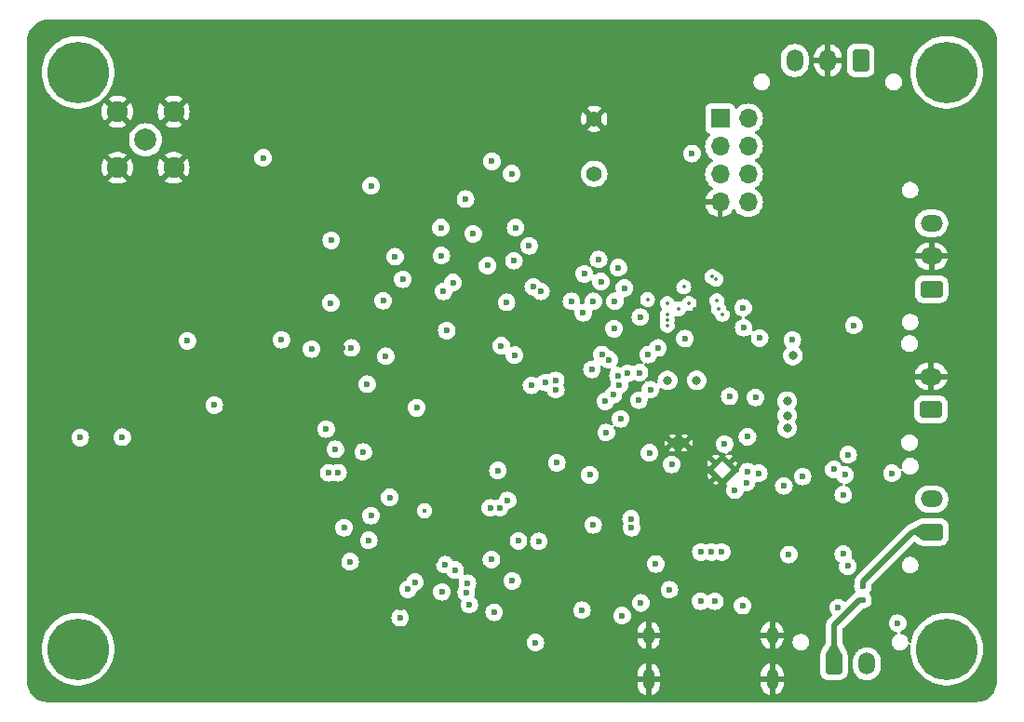
<source format=gbr>
%TF.GenerationSoftware,KiCad,Pcbnew,8.0.4*%
%TF.CreationDate,2025-04-02T01:15:25+07:00*%
%TF.ProjectId,FlightCom,466c6967-6874-4436-9f6d-2e6b69636164,rev?*%
%TF.SameCoordinates,Original*%
%TF.FileFunction,Copper,L2,Inr*%
%TF.FilePolarity,Positive*%
%FSLAX46Y46*%
G04 Gerber Fmt 4.6, Leading zero omitted, Abs format (unit mm)*
G04 Created by KiCad (PCBNEW 8.0.4) date 2025-04-02 01:15:25*
%MOMM*%
%LPD*%
G01*
G04 APERTURE LIST*
G04 Aperture macros list*
%AMRoundRect*
0 Rectangle with rounded corners*
0 $1 Rounding radius*
0 $2 $3 $4 $5 $6 $7 $8 $9 X,Y pos of 4 corners*
0 Add a 4 corners polygon primitive as box body*
4,1,4,$2,$3,$4,$5,$6,$7,$8,$9,$2,$3,0*
0 Add four circle primitives for the rounded corners*
1,1,$1+$1,$2,$3*
1,1,$1+$1,$4,$5*
1,1,$1+$1,$6,$7*
1,1,$1+$1,$8,$9*
0 Add four rect primitives between the rounded corners*
20,1,$1+$1,$2,$3,$4,$5,0*
20,1,$1+$1,$4,$5,$6,$7,0*
20,1,$1+$1,$6,$7,$8,$9,0*
20,1,$1+$1,$8,$9,$2,$3,0*%
G04 Aperture macros list end*
%TA.AperFunction,ComponentPad*%
%ADD10RoundRect,0.250001X0.499999X0.759999X-0.499999X0.759999X-0.499999X-0.759999X0.499999X-0.759999X0*%
%TD*%
%TA.AperFunction,ComponentPad*%
%ADD11O,1.500000X2.020000*%
%TD*%
%TA.AperFunction,ComponentPad*%
%ADD12C,5.600000*%
%TD*%
%TA.AperFunction,ComponentPad*%
%ADD13RoundRect,0.250001X0.759999X-0.499999X0.759999X0.499999X-0.759999X0.499999X-0.759999X-0.499999X0*%
%TD*%
%TA.AperFunction,ComponentPad*%
%ADD14O,2.020000X1.500000*%
%TD*%
%TA.AperFunction,ComponentPad*%
%ADD15C,1.398000*%
%TD*%
%TA.AperFunction,HeatsinkPad*%
%ADD16C,0.500000*%
%TD*%
%TA.AperFunction,ComponentPad*%
%ADD17RoundRect,0.250001X-0.499999X-0.759999X0.499999X-0.759999X0.499999X0.759999X-0.499999X0.759999X0*%
%TD*%
%TA.AperFunction,ComponentPad*%
%ADD18C,2.006600*%
%TD*%
%TA.AperFunction,ComponentPad*%
%ADD19C,1.905000*%
%TD*%
%TA.AperFunction,ComponentPad*%
%ADD20R,1.700000X1.700000*%
%TD*%
%TA.AperFunction,ComponentPad*%
%ADD21O,1.700000X1.700000*%
%TD*%
%TA.AperFunction,ComponentPad*%
%ADD22O,1.050000X1.950000*%
%TD*%
%TA.AperFunction,ComponentPad*%
%ADD23O,1.050000X1.550000*%
%TD*%
%TA.AperFunction,ViaPad*%
%ADD24C,0.600000*%
%TD*%
%TA.AperFunction,ViaPad*%
%ADD25C,0.350000*%
%TD*%
%TA.AperFunction,ViaPad*%
%ADD26C,0.800000*%
%TD*%
%TA.AperFunction,ViaPad*%
%ADD27C,0.400000*%
%TD*%
%TA.AperFunction,Conductor*%
%ADD28C,0.500000*%
%TD*%
%TA.AperFunction,Conductor*%
%ADD29C,0.200000*%
%TD*%
%TA.AperFunction,Conductor*%
%ADD30C,0.300000*%
%TD*%
%TA.AperFunction,Conductor*%
%ADD31C,0.700000*%
%TD*%
G04 APERTURE END LIST*
D10*
%TO.N,PYRO_C*%
%TO.C,J2*%
X166200000Y-56440000D03*
D11*
%TO.N,VBAT-*%
X163200000Y-56440000D03*
%TO.N,+5V*%
X160200000Y-56440000D03*
%TD*%
D12*
%TO.N,N/C*%
%TO.C,H4*%
X174000000Y-110000000D03*
%TD*%
D13*
%TO.N,SERVO_A*%
%TO.C,J10*%
X172635000Y-77250000D03*
D14*
%TO.N,VBAT-*%
X172635000Y-74250000D03*
%TO.N,+5V*%
X172635000Y-71250000D03*
%TD*%
D15*
%TO.N,PWM_Buzzer*%
%TO.C,LS1*%
X141950000Y-66750000D03*
%TO.N,VBAT-*%
X141950000Y-61750000D03*
%TD*%
D16*
%TO.N,VBAT-*%
%TO.C,U1*%
X154185000Y-93080000D03*
X153005000Y-93080000D03*
X154185000Y-94260000D03*
X153005000Y-94260000D03*
%TD*%
%TO.N,VBAT-*%
%TO.C,U3*%
X149075000Y-91250000D03*
X150175000Y-91250000D03*
%TD*%
D17*
%TO.N,Net-(J8-Pin_1)*%
%TO.C,J8*%
X163750000Y-111335000D03*
D11*
%TO.N,Net-(J8-Pin_2)*%
X166750000Y-111335000D03*
%TD*%
D12*
%TO.N,N/C*%
%TO.C,H2*%
X95000000Y-57500000D03*
%TD*%
D18*
%TO.N,Net-(C48-Pad2)*%
%TO.C,J3*%
X101147300Y-63647300D03*
D19*
%TO.N,VBAT-*%
X98594600Y-61094600D03*
X98594600Y-66200000D03*
X103700000Y-66200000D03*
X103700000Y-61094600D03*
%TD*%
D13*
%TO.N,Net-(D1-A)*%
%TO.C,J1*%
X172585000Y-88200000D03*
D14*
%TO.N,VBAT-*%
X172585000Y-85200000D03*
%TD*%
D13*
%TO.N,Net-(J7-Pin_1)*%
%TO.C,J7*%
X172650000Y-99350000D03*
D14*
%TO.N,Net-(J7-Pin_2)*%
X172650000Y-96350000D03*
%TD*%
D12*
%TO.N,N/C*%
%TO.C,H3*%
X174000000Y-57500000D03*
%TD*%
D20*
%TO.N,nRST*%
%TO.C,J4*%
X153400000Y-61720000D03*
D21*
%TO.N,SWDIO*%
X155940000Y-61720000D03*
%TO.N,SWCLK*%
X153400000Y-64260000D03*
%TO.N,COMPANION_RX*%
X155940000Y-64260000D03*
%TO.N,BOOT0*%
X153400000Y-66800000D03*
%TO.N,COMPANION_TX*%
X155940000Y-66800000D03*
%TO.N,VBAT-*%
X153400000Y-69340000D03*
%TO.N,+3.3V*%
X155940000Y-69340000D03*
%TD*%
D22*
%TO.N,VBAT-*%
%TO.C,USB1*%
X146908250Y-112750000D03*
X158148250Y-112750000D03*
D23*
X146908250Y-108750000D03*
X158148250Y-108750000D03*
%TD*%
D12*
%TO.N,N/C*%
%TO.C,H1*%
X95000000Y-110000000D03*
%TD*%
D24*
%TO.N,BAT_LEVEL*%
X138455550Y-86393321D03*
X159975000Y-81875000D03*
%TO.N,VBAT-*%
X98975000Y-94575000D03*
X169300000Y-70900000D03*
X125900000Y-107200000D03*
X98975000Y-88825000D03*
X108300000Y-61650000D03*
X119851250Y-105448750D03*
X155600000Y-103750000D03*
X121650000Y-73450000D03*
X111850000Y-66750000D03*
X117600000Y-100900000D03*
X120700000Y-54600000D03*
X127450000Y-69650000D03*
X160300000Y-92600000D03*
X135600000Y-108440000D03*
X135650000Y-107310000D03*
X105750000Y-106400000D03*
X119851250Y-104198750D03*
X137725000Y-96600000D03*
X152600000Y-103450000D03*
X115200000Y-65750000D03*
X125635000Y-77200000D03*
D25*
X154100000Y-79050000D03*
D24*
X121850000Y-63300000D03*
X138250000Y-82050000D03*
X167200000Y-99200000D03*
X158500000Y-84750000D03*
X123850000Y-65850000D03*
X119050000Y-82600000D03*
X105750000Y-104000000D03*
X147250000Y-75450000D03*
X157575000Y-91700000D03*
X134250000Y-105400000D03*
X126050000Y-69700000D03*
X148025000Y-94450000D03*
X156900000Y-92882500D03*
X117350000Y-63350000D03*
X156100000Y-77300000D03*
X123900000Y-63300000D03*
X168250000Y-83200000D03*
X120600000Y-98850000D03*
X100025000Y-83575000D03*
X134050000Y-100100000D03*
X120950000Y-75400000D03*
X115400000Y-63350000D03*
X126100000Y-68350000D03*
X129115000Y-64000000D03*
X121950000Y-66050000D03*
X119850000Y-63350000D03*
X124400000Y-106200000D03*
X121800000Y-80750000D03*
X114700000Y-75450000D03*
X163700000Y-84500000D03*
X111500000Y-80550000D03*
X112225003Y-88825002D03*
X112250000Y-78200000D03*
X160700000Y-84750000D03*
X108300000Y-106400000D03*
X128300000Y-54600000D03*
X158300000Y-95750000D03*
X111050000Y-71150000D03*
X141650000Y-80750000D03*
X122950000Y-54600000D03*
D25*
X152100000Y-79050000D03*
D24*
X112225000Y-96425000D03*
X101925000Y-99325000D03*
X162150000Y-105900000D03*
X126550000Y-81100000D03*
X109150000Y-83650000D03*
X127800000Y-61450000D03*
X148750000Y-95600000D03*
X124300000Y-108200000D03*
X118301250Y-104098750D03*
D25*
X151264124Y-77935876D03*
D24*
X149850000Y-104152500D03*
X149800000Y-94450000D03*
X142650000Y-80750000D03*
X135850000Y-105400000D03*
X142520000Y-105610000D03*
X97900000Y-100750000D03*
X132000000Y-58900000D03*
D25*
X151100000Y-79050000D03*
D24*
X150950000Y-93932500D03*
X127450000Y-68350000D03*
X147025000Y-90950000D03*
X142490000Y-101370000D03*
X123150000Y-67050000D03*
X109475000Y-99275000D03*
X149650000Y-89650000D03*
X148800000Y-103500000D03*
X131350000Y-66600000D03*
X149250000Y-107650000D03*
X122950000Y-90500000D03*
X155750000Y-107612500D03*
X123400000Y-75400000D03*
X116950000Y-78400000D03*
X112300000Y-59650000D03*
X101875000Y-86075000D03*
D25*
X154100000Y-80550000D03*
X154600000Y-79550000D03*
D24*
X111100000Y-75400000D03*
X109475000Y-86025000D03*
X166100000Y-83150000D03*
X155100000Y-92350000D03*
X126950000Y-93550000D03*
X119050000Y-65850000D03*
X127500000Y-101900000D03*
X108300000Y-103950000D03*
X98925000Y-96525000D03*
D25*
X154600000Y-78550000D03*
D24*
X136650000Y-105400000D03*
X131850000Y-54650000D03*
D26*
%TO.N,+5V*%
X151275000Y-85550000D03*
D24*
X156625000Y-87100000D03*
X155900000Y-93850000D03*
X159200000Y-95150000D03*
X155897500Y-90682500D03*
D26*
%TO.N,VBAT+*%
X159500000Y-89900000D03*
X160025000Y-83275000D03*
D24*
X154750000Y-95550000D03*
X169550000Y-107650000D03*
X156918370Y-93999130D03*
X169050000Y-94000000D03*
X155800000Y-94850000D03*
D26*
X159500000Y-87450000D03*
X159500000Y-88750000D03*
%TO.N,VBUS*%
X148625000Y-85550000D03*
D24*
X148797500Y-104600000D03*
X155450000Y-106050000D03*
X152600000Y-101175000D03*
%TO.N,+3.3V*%
X121450000Y-100100000D03*
X143830000Y-78350000D03*
X140845000Y-106460000D03*
X145000000Y-84900000D03*
X107400000Y-87800000D03*
X142650000Y-83200000D03*
X118042500Y-72800000D03*
X123000000Y-83350000D03*
D25*
X153600000Y-79550000D03*
D24*
X155500000Y-78950000D03*
X146975000Y-92150000D03*
X155550000Y-80750000D03*
X143750000Y-80850000D03*
X104950000Y-81950000D03*
X128050000Y-74200000D03*
X141880000Y-78350000D03*
X125000000Y-104550000D03*
X149000000Y-93200000D03*
X146200000Y-105800000D03*
X146000000Y-87350000D03*
X144250000Y-85950000D03*
X121662500Y-67850000D03*
X124300000Y-107150000D03*
X142350000Y-74550000D03*
X132850000Y-106650000D03*
X130319446Y-104830554D03*
X118000000Y-78500000D03*
X144495000Y-106960000D03*
D27*
X126511091Y-97411091D03*
D25*
X150100000Y-77050000D03*
X152650000Y-76100000D03*
D24*
X121300000Y-85900000D03*
X111850000Y-65290000D03*
X95200000Y-90750000D03*
X139880000Y-78350000D03*
X135066531Y-100150000D03*
X116250000Y-82700000D03*
X99024999Y-90725003D03*
X132650000Y-65620000D03*
D25*
X150600000Y-78550000D03*
D24*
X113500000Y-81850000D03*
X136600000Y-109400000D03*
X124550000Y-76350000D03*
X119850000Y-82600000D03*
X119750000Y-102050000D03*
D25*
X153050000Y-76350000D03*
D24*
%TO.N,COMPANION_TX*%
X134700000Y-83250000D03*
X146150000Y-79800000D03*
%TO.N,COMPANION_RX*%
X140950000Y-79400000D03*
X133500000Y-82400000D03*
%TO.N,nRST*%
X125800000Y-88050000D03*
X134806066Y-71656067D03*
X133975000Y-78450000D03*
%TO.N,SWDIO*%
X150840000Y-64910000D03*
%TO.N,BOOT0*%
X129100000Y-76650000D03*
%TO.N,ANT_SW*%
X134450000Y-66750000D03*
X128000000Y-71650000D03*
%TO.N,Net-(L1-Pad2)*%
X154275000Y-87000000D03*
X153800000Y-91350000D03*
%TO.N,BCD*%
X132488612Y-97155446D03*
X147550000Y-102250000D03*
%TO.N,USB_DP*%
X136249997Y-86000000D03*
X151650000Y-101175000D03*
%TO.N,USB_DN*%
X153550000Y-101175000D03*
X137500000Y-85750000D03*
%TO.N,D-*%
X152928250Y-105650000D03*
X151628250Y-105650000D03*
%TO.N,BMI088_ACCEL_CS*%
X130600000Y-105950000D03*
X136921825Y-100200307D03*
%TO.N,PWM_D*%
X141750000Y-84550000D03*
X144119301Y-85130001D03*
%TO.N,Net-(U12-NC__30)*%
X150200000Y-81750000D03*
X157000000Y-81700000D03*
%TO.N,ADXL375_CS*%
X141550000Y-94150000D03*
X141850000Y-98700000D03*
%TO.N,SX1262_DIO3*%
X123850000Y-74300000D03*
X132250000Y-75106067D03*
%TO.N,SX1262_MISO*%
X130950001Y-72219238D03*
X130248803Y-69050000D03*
%TO.N,PWM_A*%
X133350000Y-97150000D03*
X145350000Y-98950000D03*
D25*
%TO.N,EMMC_DAT5*%
X148600000Y-79550000D03*
D24*
X144150000Y-75300000D03*
X128250000Y-77450000D03*
%TO.N,EMMC_DAT3*%
X136418671Y-77030721D03*
D25*
X148600000Y-80550000D03*
D24*
X142566841Y-76549984D03*
%TO.N,SERVO_A*%
X163750000Y-93650000D03*
D25*
%TO.N,EMMC_DAT4*%
X148600000Y-80050000D03*
D24*
X141050000Y-75850000D03*
X128544220Y-81020541D03*
%TO.N,GNSS_SafeBoot*%
X121650000Y-97850000D03*
X123350000Y-96200000D03*
%TO.N,EMMC_CMD*%
X134650000Y-74650000D03*
D25*
X153250000Y-79050000D03*
D24*
%TO.N,VREF+*%
X120950000Y-92067500D03*
X119200000Y-98950000D03*
%TO.N,EMMC_RSTN*%
X146850000Y-83200000D03*
X143317892Y-83667892D03*
%TO.N,PWM_B*%
X134075000Y-96475000D03*
X145300000Y-98150000D03*
%TO.N,GNSS_INT*%
X117564513Y-89985487D03*
X117801656Y-93952500D03*
%TO.N,TMP275_ALERT*%
X143052195Y-90296311D03*
X144350735Y-89049265D03*
%TO.N,BMI088_GYRO_CS*%
X133200000Y-93750000D03*
X125650000Y-103900000D03*
D25*
%TO.N,EMMC_DAT6*%
X149600000Y-79050000D03*
D24*
X147050000Y-86400000D03*
X142950000Y-87450000D03*
%TO.N,EMMC_DAT2*%
X137100000Y-77450000D03*
D25*
X146800000Y-78200000D03*
D24*
X144700000Y-77150000D03*
%TO.N,GNSS_Reset*%
X118425000Y-91825000D03*
X118650000Y-93952500D03*
D25*
%TO.N,EMMC_CLK*%
X153100000Y-78300000D03*
D24*
X136036578Y-73300000D03*
D25*
%TO.N,EMMC_DAT7*%
X148600000Y-78550000D03*
D24*
X143700000Y-86850000D03*
X146070000Y-84850000D03*
%TO.N,BMI088_GYRO_INT*%
X128100000Y-104800000D03*
X129300000Y-102800000D03*
%TO.N,ADXL375_SDO*%
X130422491Y-104014359D03*
X134500000Y-103800000D03*
%TO.N,ADXL375_SCLK*%
X132609620Y-101859620D03*
X128375000Y-102325000D03*
X138550000Y-93050000D03*
%TO.N,EMMC_DATASTROBE*%
X147750000Y-82600000D03*
X138450000Y-85550000D03*
%TO.N,PWM_Buzzer*%
X122750000Y-78300000D03*
%TO.N,PYRO_C*%
X165050000Y-92300000D03*
X165575000Y-80550000D03*
%TO.N,/PWM_PD*%
X164600000Y-95950000D03*
X164600000Y-101350000D03*
X164750000Y-94150000D03*
X159650000Y-101400000D03*
X160900000Y-94300000D03*
%TO.N,PYRO_B*%
X165000000Y-102450000D03*
X164150000Y-106250000D03*
%TO.N,Net-(J7-Pin_1)*%
X166392500Y-104302500D03*
%TO.N,Net-(J8-Pin_1)*%
X166392500Y-105517500D03*
%TD*%
D28*
%TO.N,VBAT-*%
X112325000Y-96325000D02*
X112225000Y-96425000D01*
D29*
X154600000Y-79378248D02*
X154600000Y-79500000D01*
X154100000Y-79050000D02*
X154271752Y-79050000D01*
D28*
X109425000Y-86075000D02*
X109475000Y-86025000D01*
D30*
X142420000Y-105510000D02*
X142520000Y-105610000D01*
D28*
X100025000Y-83575000D02*
X100025000Y-84225000D01*
X109450000Y-99300000D02*
X109475000Y-99275000D01*
D30*
X152095000Y-94482500D02*
X152145000Y-94432500D01*
D28*
X109425000Y-99325000D02*
X109475000Y-99275000D01*
D30*
X135650000Y-108390000D02*
X135600000Y-108440000D01*
X148057500Y-94482500D02*
X148025000Y-94450000D01*
D28*
X150175000Y-91250000D02*
X149075000Y-91250000D01*
D29*
X154271752Y-79050000D02*
X154600000Y-79378248D01*
X126711397Y-104950000D02*
X126575000Y-104950000D01*
X126575000Y-105950000D02*
X126711397Y-105950000D01*
D30*
X154185000Y-93080000D02*
X154185000Y-93042500D01*
D28*
X98975000Y-88825000D02*
X99125000Y-88825000D01*
D29*
X154600000Y-78550000D02*
X154100000Y-79050000D01*
D28*
X101925000Y-99325000D02*
X101725000Y-99325000D01*
D31*
X166150000Y-83200000D02*
X166100000Y-83150000D01*
D28*
%TO.N,Net-(J7-Pin_1)*%
X170900000Y-99350000D02*
X172650000Y-99350000D01*
X166392500Y-104302500D02*
X166392500Y-103857500D01*
X166392500Y-103857500D02*
X170900000Y-99350000D01*
%TO.N,Net-(J8-Pin_1)*%
X166082500Y-105517500D02*
X163800000Y-107800000D01*
X166392500Y-105517500D02*
X166082500Y-105517500D01*
X163800000Y-107800000D02*
X163800000Y-111310000D01*
%TD*%
%TA.AperFunction,Conductor*%
%TO.N,VBAT-*%
G36*
X176704042Y-52727765D02*
G01*
X176725793Y-52729190D01*
X176936316Y-52742988D01*
X176952375Y-52745103D01*
X177176677Y-52789720D01*
X177192322Y-52793912D01*
X177408886Y-52867426D01*
X177423857Y-52873627D01*
X177626505Y-52973561D01*
X177628960Y-52974772D01*
X177643008Y-52982882D01*
X177833152Y-53109933D01*
X177846016Y-53119804D01*
X178017946Y-53270584D01*
X178029415Y-53282053D01*
X178180195Y-53453983D01*
X178190069Y-53466851D01*
X178317117Y-53656992D01*
X178325227Y-53671039D01*
X178426369Y-53876135D01*
X178432576Y-53891120D01*
X178506084Y-54107666D01*
X178510282Y-54123334D01*
X178554894Y-54347612D01*
X178557012Y-54363693D01*
X178572235Y-54595956D01*
X178572500Y-54604066D01*
X178572500Y-112945933D01*
X178572235Y-112954043D01*
X178557012Y-113186306D01*
X178554894Y-113202387D01*
X178510282Y-113426665D01*
X178506084Y-113442333D01*
X178432576Y-113658879D01*
X178426369Y-113673864D01*
X178325227Y-113878960D01*
X178317117Y-113893007D01*
X178190069Y-114083148D01*
X178180195Y-114096016D01*
X178029415Y-114267946D01*
X178017946Y-114279415D01*
X177846016Y-114430195D01*
X177833148Y-114440069D01*
X177643007Y-114567117D01*
X177628960Y-114575227D01*
X177423864Y-114676369D01*
X177408879Y-114682576D01*
X177192333Y-114756084D01*
X177176665Y-114760282D01*
X176952387Y-114804894D01*
X176936306Y-114807012D01*
X176704043Y-114822235D01*
X176695933Y-114822500D01*
X92254067Y-114822500D01*
X92245957Y-114822235D01*
X92013693Y-114807012D01*
X91997612Y-114804894D01*
X91773334Y-114760282D01*
X91757666Y-114756084D01*
X91541120Y-114682576D01*
X91526135Y-114676369D01*
X91321039Y-114575227D01*
X91306992Y-114567117D01*
X91116851Y-114440069D01*
X91103983Y-114430195D01*
X90932053Y-114279415D01*
X90920584Y-114267946D01*
X90848376Y-114185609D01*
X90769801Y-114096012D01*
X90759930Y-114083148D01*
X90632882Y-113893007D01*
X90624772Y-113878960D01*
X90612167Y-113853399D01*
X90523627Y-113673857D01*
X90517426Y-113658886D01*
X90443912Y-113442322D01*
X90439720Y-113426677D01*
X90395103Y-113202375D01*
X90392988Y-113186316D01*
X90377765Y-112954042D01*
X90377500Y-112945933D01*
X90377500Y-109999997D01*
X91694652Y-109999997D01*
X91694652Y-110000002D01*
X91697402Y-110050714D01*
X91711843Y-110317080D01*
X91714028Y-110357368D01*
X91714029Y-110357385D01*
X91771926Y-110710539D01*
X91771932Y-110710565D01*
X91867672Y-111055392D01*
X91867674Y-111055399D01*
X92000142Y-111387870D01*
X92000151Y-111387888D01*
X92167784Y-111704077D01*
X92167787Y-111704082D01*
X92167789Y-111704085D01*
X92292368Y-111887826D01*
X92368634Y-112000309D01*
X92368641Y-112000319D01*
X92586849Y-112257213D01*
X92600332Y-112273086D01*
X92860163Y-112519211D01*
X93145081Y-112735800D01*
X93451747Y-112920315D01*
X93451749Y-112920316D01*
X93451751Y-112920317D01*
X93451755Y-112920319D01*
X93515910Y-112950000D01*
X93776565Y-113070591D01*
X94115726Y-113184868D01*
X94465254Y-113261805D01*
X94821052Y-113300500D01*
X94821058Y-113300500D01*
X95178942Y-113300500D01*
X95178948Y-113300500D01*
X95534746Y-113261805D01*
X95884274Y-113184868D01*
X96223435Y-113070591D01*
X96548253Y-112920315D01*
X96854919Y-112735800D01*
X97139837Y-112519211D01*
X97399668Y-112273086D01*
X97462562Y-112199041D01*
X145883250Y-112199041D01*
X145883250Y-112500000D01*
X146583250Y-112500000D01*
X146583250Y-113000000D01*
X145883250Y-113000000D01*
X145883250Y-113300958D01*
X145922637Y-113498974D01*
X145922640Y-113498983D01*
X145999902Y-113685513D01*
X145999909Y-113685526D01*
X146112079Y-113853399D01*
X146112082Y-113853403D01*
X146254846Y-113996167D01*
X146254850Y-113996170D01*
X146422723Y-114108340D01*
X146422736Y-114108347D01*
X146609266Y-114185609D01*
X146609275Y-114185612D01*
X146658250Y-114195353D01*
X146658250Y-113409618D01*
X146708696Y-113460064D01*
X146782805Y-113502851D01*
X146865463Y-113525000D01*
X146951037Y-113525000D01*
X147033695Y-113502851D01*
X147107804Y-113460064D01*
X147158250Y-113409618D01*
X147158250Y-114195352D01*
X147207224Y-114185612D01*
X147207233Y-114185609D01*
X147393763Y-114108347D01*
X147393776Y-114108340D01*
X147561649Y-113996170D01*
X147561653Y-113996167D01*
X147704417Y-113853403D01*
X147704420Y-113853399D01*
X147816590Y-113685526D01*
X147816597Y-113685513D01*
X147893859Y-113498983D01*
X147893862Y-113498974D01*
X147933249Y-113300958D01*
X147933250Y-113300955D01*
X147933250Y-113000000D01*
X147233250Y-113000000D01*
X147233250Y-112500000D01*
X147933250Y-112500000D01*
X147933250Y-112199045D01*
X147933249Y-112199041D01*
X157123250Y-112199041D01*
X157123250Y-112500000D01*
X157823250Y-112500000D01*
X157823250Y-113000000D01*
X157123250Y-113000000D01*
X157123250Y-113300958D01*
X157162637Y-113498974D01*
X157162640Y-113498983D01*
X157239902Y-113685513D01*
X157239909Y-113685526D01*
X157352079Y-113853399D01*
X157352082Y-113853403D01*
X157494846Y-113996167D01*
X157494850Y-113996170D01*
X157662723Y-114108340D01*
X157662736Y-114108347D01*
X157849266Y-114185609D01*
X157849275Y-114185612D01*
X157898250Y-114195353D01*
X157898250Y-113409618D01*
X157948696Y-113460064D01*
X158022805Y-113502851D01*
X158105463Y-113525000D01*
X158191037Y-113525000D01*
X158273695Y-113502851D01*
X158347804Y-113460064D01*
X158398250Y-113409618D01*
X158398250Y-114195352D01*
X158447224Y-114185612D01*
X158447233Y-114185609D01*
X158633763Y-114108347D01*
X158633776Y-114108340D01*
X158801649Y-113996170D01*
X158801653Y-113996167D01*
X158944417Y-113853403D01*
X158944420Y-113853399D01*
X159056590Y-113685526D01*
X159056597Y-113685513D01*
X159133859Y-113498983D01*
X159133862Y-113498974D01*
X159173249Y-113300958D01*
X159173250Y-113300955D01*
X159173250Y-113000000D01*
X158473250Y-113000000D01*
X158473250Y-112500000D01*
X159173250Y-112500000D01*
X159173250Y-112199045D01*
X159173249Y-112199041D01*
X159133862Y-112001025D01*
X159133859Y-112001016D01*
X159056597Y-111814486D01*
X159056590Y-111814473D01*
X158944420Y-111646600D01*
X158944417Y-111646596D01*
X158801653Y-111503832D01*
X158801649Y-111503829D01*
X158633776Y-111391659D01*
X158633763Y-111391652D01*
X158447234Y-111314390D01*
X158447227Y-111314388D01*
X158398250Y-111304645D01*
X158398250Y-112090382D01*
X158347804Y-112039936D01*
X158273695Y-111997149D01*
X158191037Y-111975000D01*
X158105463Y-111975000D01*
X158022805Y-111997149D01*
X157948696Y-112039936D01*
X157898250Y-112090382D01*
X157898250Y-111304646D01*
X157898249Y-111304645D01*
X157849272Y-111314388D01*
X157849265Y-111314390D01*
X157662736Y-111391652D01*
X157662723Y-111391659D01*
X157494850Y-111503829D01*
X157494846Y-111503832D01*
X157352082Y-111646596D01*
X157352079Y-111646600D01*
X157239909Y-111814473D01*
X157239902Y-111814486D01*
X157162640Y-112001016D01*
X157162637Y-112001025D01*
X157123250Y-112199041D01*
X147933249Y-112199041D01*
X147893862Y-112001025D01*
X147893859Y-112001016D01*
X147816597Y-111814486D01*
X147816590Y-111814473D01*
X147704420Y-111646600D01*
X147704417Y-111646596D01*
X147561653Y-111503832D01*
X147561649Y-111503829D01*
X147393776Y-111391659D01*
X147393763Y-111391652D01*
X147207234Y-111314390D01*
X147207227Y-111314388D01*
X147158250Y-111304645D01*
X147158250Y-112090382D01*
X147107804Y-112039936D01*
X147033695Y-111997149D01*
X146951037Y-111975000D01*
X146865463Y-111975000D01*
X146782805Y-111997149D01*
X146708696Y-112039936D01*
X146658250Y-112090382D01*
X146658250Y-111304646D01*
X146658249Y-111304645D01*
X146609272Y-111314388D01*
X146609265Y-111314390D01*
X146422736Y-111391652D01*
X146422723Y-111391659D01*
X146254850Y-111503829D01*
X146254846Y-111503832D01*
X146112082Y-111646596D01*
X146112079Y-111646600D01*
X145999909Y-111814473D01*
X145999902Y-111814486D01*
X145922640Y-112001016D01*
X145922637Y-112001025D01*
X145883250Y-112199041D01*
X97462562Y-112199041D01*
X97631365Y-112000311D01*
X97832211Y-111704085D01*
X97999853Y-111387880D01*
X98132324Y-111055403D01*
X98228071Y-110710552D01*
X98258493Y-110524984D01*
X162499500Y-110524984D01*
X162499500Y-112145015D01*
X162510000Y-112247795D01*
X162510001Y-112247797D01*
X162513121Y-112257213D01*
X162565186Y-112414335D01*
X162565187Y-112414337D01*
X162657286Y-112563651D01*
X162657289Y-112563655D01*
X162781344Y-112687710D01*
X162781348Y-112687713D01*
X162930662Y-112779812D01*
X162930664Y-112779813D01*
X162930666Y-112779814D01*
X163097203Y-112834999D01*
X163199992Y-112845500D01*
X163199997Y-112845500D01*
X164300003Y-112845500D01*
X164300008Y-112845500D01*
X164402797Y-112834999D01*
X164569334Y-112779814D01*
X164718655Y-112687711D01*
X164842711Y-112563655D01*
X164934814Y-112414334D01*
X164989999Y-112247797D01*
X165000500Y-112145008D01*
X165000500Y-110976577D01*
X165499500Y-110976577D01*
X165499500Y-111693422D01*
X165530290Y-111887826D01*
X165591117Y-112075029D01*
X165654305Y-112199041D01*
X165680476Y-112250405D01*
X165796172Y-112409646D01*
X165935354Y-112548828D01*
X166094595Y-112664524D01*
X166177455Y-112706743D01*
X166269970Y-112753882D01*
X166269972Y-112753882D01*
X166269975Y-112753884D01*
X166349773Y-112779812D01*
X166457173Y-112814709D01*
X166651578Y-112845500D01*
X166651583Y-112845500D01*
X166848422Y-112845500D01*
X167042826Y-112814709D01*
X167230025Y-112753884D01*
X167405405Y-112664524D01*
X167564646Y-112548828D01*
X167703828Y-112409646D01*
X167819524Y-112250405D01*
X167908884Y-112075025D01*
X167969709Y-111887826D01*
X167981327Y-111814473D01*
X168000500Y-111693422D01*
X168000500Y-110976577D01*
X167969709Y-110782173D01*
X167908882Y-110594970D01*
X167820853Y-110422204D01*
X167819524Y-110419595D01*
X167703828Y-110260354D01*
X167564646Y-110121172D01*
X167405405Y-110005476D01*
X167394652Y-109999997D01*
X167230029Y-109916117D01*
X167042826Y-109855290D01*
X166848422Y-109824500D01*
X166848417Y-109824500D01*
X166651583Y-109824500D01*
X166651578Y-109824500D01*
X166457173Y-109855290D01*
X166269970Y-109916117D01*
X166094594Y-110005476D01*
X166003741Y-110071485D01*
X165935354Y-110121172D01*
X165935352Y-110121174D01*
X165935351Y-110121174D01*
X165796174Y-110260351D01*
X165796174Y-110260352D01*
X165796172Y-110260354D01*
X165754958Y-110317080D01*
X165680476Y-110419594D01*
X165591117Y-110594970D01*
X165530290Y-110782173D01*
X165499500Y-110976577D01*
X165000500Y-110976577D01*
X165000500Y-110524992D01*
X164989999Y-110422203D01*
X164989134Y-110419594D01*
X164934815Y-110255667D01*
X164933791Y-110253473D01*
X164929881Y-110246293D01*
X164562561Y-109475523D01*
X164550500Y-109422177D01*
X164550500Y-108162228D01*
X164570185Y-108095189D01*
X164586814Y-108074552D01*
X165011370Y-107649996D01*
X168744435Y-107649996D01*
X168744435Y-107650003D01*
X168764630Y-107829249D01*
X168764631Y-107829254D01*
X168824211Y-107999523D01*
X168894174Y-108110867D01*
X168920184Y-108152262D01*
X169047738Y-108279816D01*
X169200478Y-108375789D01*
X169266940Y-108399045D01*
X169370745Y-108435368D01*
X169370750Y-108435369D01*
X169408160Y-108439584D01*
X169472575Y-108466650D01*
X169512130Y-108524244D01*
X169514269Y-108594081D01*
X169478311Y-108653988D01*
X169441732Y-108677365D01*
X169388821Y-108699282D01*
X169388814Y-108699285D01*
X169263935Y-108782727D01*
X169263931Y-108782730D01*
X169157730Y-108888931D01*
X169157727Y-108888935D01*
X169074285Y-109013814D01*
X169074280Y-109013823D01*
X169016803Y-109152586D01*
X169016801Y-109152592D01*
X168987500Y-109299897D01*
X168987500Y-109299900D01*
X168987500Y-109450100D01*
X168987500Y-109450102D01*
X168987499Y-109450102D01*
X169016801Y-109597407D01*
X169016803Y-109597413D01*
X169074280Y-109736176D01*
X169074285Y-109736185D01*
X169157727Y-109861064D01*
X169157730Y-109861068D01*
X169263931Y-109967269D01*
X169263935Y-109967272D01*
X169388814Y-110050714D01*
X169388820Y-110050717D01*
X169388821Y-110050718D01*
X169527587Y-110108197D01*
X169527591Y-110108197D01*
X169527592Y-110108198D01*
X169674897Y-110137500D01*
X169674900Y-110137500D01*
X169825102Y-110137500D01*
X169924204Y-110117786D01*
X169972413Y-110108197D01*
X170111179Y-110050718D01*
X170236065Y-109967272D01*
X170342272Y-109861065D01*
X170425718Y-109736179D01*
X170473954Y-109619726D01*
X170517795Y-109565324D01*
X170584089Y-109543259D01*
X170651788Y-109560538D01*
X170699399Y-109611675D01*
X170712333Y-109673893D01*
X170694652Y-109999997D01*
X170694652Y-110000002D01*
X170697402Y-110050714D01*
X170711843Y-110317080D01*
X170714028Y-110357368D01*
X170714029Y-110357385D01*
X170771926Y-110710539D01*
X170771932Y-110710565D01*
X170867672Y-111055392D01*
X170867674Y-111055399D01*
X171000142Y-111387870D01*
X171000151Y-111387888D01*
X171167784Y-111704077D01*
X171167787Y-111704082D01*
X171167789Y-111704085D01*
X171292368Y-111887826D01*
X171368634Y-112000309D01*
X171368641Y-112000319D01*
X171586849Y-112257213D01*
X171600332Y-112273086D01*
X171860163Y-112519211D01*
X172145081Y-112735800D01*
X172451747Y-112920315D01*
X172451749Y-112920316D01*
X172451751Y-112920317D01*
X172451755Y-112920319D01*
X172515910Y-112950000D01*
X172776565Y-113070591D01*
X173115726Y-113184868D01*
X173465254Y-113261805D01*
X173821052Y-113300500D01*
X173821058Y-113300500D01*
X174178942Y-113300500D01*
X174178948Y-113300500D01*
X174534746Y-113261805D01*
X174884274Y-113184868D01*
X175223435Y-113070591D01*
X175548253Y-112920315D01*
X175854919Y-112735800D01*
X176139837Y-112519211D01*
X176399668Y-112273086D01*
X176631365Y-112000311D01*
X176832211Y-111704085D01*
X176999853Y-111387880D01*
X177132324Y-111055403D01*
X177228071Y-110710552D01*
X177275343Y-110422204D01*
X177285970Y-110357385D01*
X177285970Y-110357382D01*
X177285972Y-110357371D01*
X177305348Y-110000000D01*
X177285972Y-109642629D01*
X177282217Y-109619727D01*
X177228073Y-109289460D01*
X177228072Y-109289459D01*
X177228071Y-109289448D01*
X177159586Y-109042787D01*
X177132327Y-108944607D01*
X177132325Y-108944600D01*
X176999857Y-108612129D01*
X176999848Y-108612111D01*
X176832215Y-108295922D01*
X176832213Y-108295919D01*
X176832211Y-108295915D01*
X176631365Y-107999689D01*
X176631361Y-107999684D01*
X176631358Y-107999680D01*
X176399668Y-107726914D01*
X176398790Y-107726082D01*
X176139837Y-107480789D01*
X176139830Y-107480783D01*
X176139827Y-107480781D01*
X176072245Y-107429407D01*
X175854919Y-107264200D01*
X175548253Y-107079685D01*
X175548252Y-107079684D01*
X175548248Y-107079682D01*
X175548244Y-107079680D01*
X175223447Y-106929414D01*
X175223441Y-106929411D01*
X175223435Y-106929409D01*
X175053854Y-106872270D01*
X174884273Y-106815131D01*
X174534744Y-106738194D01*
X174178949Y-106699500D01*
X174178948Y-106699500D01*
X173821052Y-106699500D01*
X173821050Y-106699500D01*
X173465255Y-106738194D01*
X173115726Y-106815131D01*
X172859970Y-106901306D01*
X172776565Y-106929409D01*
X172776563Y-106929410D01*
X172776552Y-106929414D01*
X172451755Y-107079680D01*
X172451751Y-107079682D01*
X172275401Y-107185789D01*
X172145081Y-107264200D01*
X172059504Y-107329254D01*
X171860172Y-107480781D01*
X171860163Y-107480789D01*
X171600331Y-107726914D01*
X171368641Y-107999680D01*
X171368634Y-107999690D01*
X171167790Y-108295913D01*
X171167784Y-108295922D01*
X171000151Y-108612111D01*
X171000142Y-108612129D01*
X170867674Y-108944600D01*
X170867672Y-108944607D01*
X170771932Y-109289434D01*
X170771926Y-109289460D01*
X170758866Y-109369125D01*
X170728595Y-109432097D01*
X170669085Y-109468706D01*
X170599228Y-109467330D01*
X170541206Y-109428405D01*
X170513438Y-109364290D01*
X170512500Y-109349064D01*
X170512500Y-109299897D01*
X170483198Y-109152592D01*
X170483197Y-109152591D01*
X170483197Y-109152587D01*
X170425718Y-109013821D01*
X170425717Y-109013820D01*
X170425714Y-109013814D01*
X170342272Y-108888935D01*
X170342269Y-108888931D01*
X170236068Y-108782730D01*
X170236064Y-108782727D01*
X170111185Y-108699285D01*
X170111176Y-108699280D01*
X169972413Y-108641803D01*
X169972407Y-108641801D01*
X169886786Y-108624770D01*
X169824875Y-108592385D01*
X169790301Y-108531669D01*
X169794041Y-108461900D01*
X169834908Y-108405228D01*
X169870024Y-108386111D01*
X169880867Y-108382316D01*
X169899522Y-108375789D01*
X170052262Y-108279816D01*
X170179816Y-108152262D01*
X170275789Y-107999522D01*
X170335368Y-107829255D01*
X170335369Y-107829249D01*
X170355565Y-107650003D01*
X170355565Y-107649996D01*
X170335369Y-107470750D01*
X170335368Y-107470745D01*
X170285860Y-107329260D01*
X170275789Y-107300478D01*
X170179816Y-107147738D01*
X170052262Y-107020184D01*
X169977225Y-106973035D01*
X169899523Y-106924211D01*
X169729254Y-106864631D01*
X169729249Y-106864630D01*
X169550004Y-106844435D01*
X169549996Y-106844435D01*
X169370750Y-106864630D01*
X169370745Y-106864631D01*
X169200476Y-106924211D01*
X169047737Y-107020184D01*
X168920184Y-107147737D01*
X168824211Y-107300476D01*
X168764631Y-107470745D01*
X168764630Y-107470750D01*
X168744435Y-107649996D01*
X165011370Y-107649996D01*
X166301982Y-106359383D01*
X166363305Y-106325899D01*
X166389663Y-106323065D01*
X166392503Y-106323065D01*
X166571749Y-106302869D01*
X166571752Y-106302868D01*
X166571755Y-106302868D01*
X166742022Y-106243289D01*
X166894762Y-106147316D01*
X167022316Y-106019762D01*
X167118289Y-105867022D01*
X167177868Y-105696755D01*
X167177869Y-105696749D01*
X167198065Y-105517503D01*
X167198065Y-105517496D01*
X167177869Y-105338250D01*
X167177868Y-105338245D01*
X167170843Y-105318168D01*
X167118289Y-105167978D01*
X167105571Y-105147738D01*
X167045580Y-105052262D01*
X167022316Y-105015238D01*
X167004759Y-104997681D01*
X166971274Y-104936358D01*
X166976258Y-104866666D01*
X167004759Y-104822319D01*
X167022316Y-104804762D01*
X167118289Y-104652022D01*
X167177868Y-104481755D01*
X167177869Y-104481749D01*
X167198065Y-104302503D01*
X167198065Y-104302497D01*
X167185592Y-104191800D01*
X167197646Y-104122978D01*
X167221128Y-104090238D01*
X168886264Y-102425102D01*
X169927499Y-102425102D01*
X169956801Y-102572407D01*
X169956803Y-102572413D01*
X170014280Y-102711176D01*
X170014285Y-102711185D01*
X170097727Y-102836064D01*
X170097730Y-102836068D01*
X170203931Y-102942269D01*
X170203935Y-102942272D01*
X170328814Y-103025714D01*
X170328820Y-103025717D01*
X170328821Y-103025718D01*
X170467587Y-103083197D01*
X170467591Y-103083197D01*
X170467592Y-103083198D01*
X170614897Y-103112500D01*
X170614900Y-103112500D01*
X170765102Y-103112500D01*
X170864204Y-103092786D01*
X170912413Y-103083197D01*
X171051179Y-103025718D01*
X171176065Y-102942272D01*
X171282272Y-102836065D01*
X171365718Y-102711179D01*
X171423197Y-102572413D01*
X171447452Y-102450478D01*
X171452500Y-102425102D01*
X171452500Y-102274897D01*
X171423198Y-102127592D01*
X171423197Y-102127591D01*
X171423197Y-102127587D01*
X171376409Y-102014631D01*
X171365719Y-101988823D01*
X171365714Y-101988814D01*
X171282272Y-101863935D01*
X171282269Y-101863931D01*
X171176068Y-101757730D01*
X171176064Y-101757727D01*
X171051185Y-101674285D01*
X171051176Y-101674280D01*
X170912413Y-101616803D01*
X170912407Y-101616801D01*
X170765102Y-101587500D01*
X170765100Y-101587500D01*
X170614900Y-101587500D01*
X170614898Y-101587500D01*
X170467592Y-101616801D01*
X170467586Y-101616803D01*
X170328823Y-101674280D01*
X170328814Y-101674285D01*
X170203935Y-101757727D01*
X170203931Y-101757730D01*
X170097730Y-101863931D01*
X170097727Y-101863935D01*
X170014285Y-101988814D01*
X170014280Y-101988823D01*
X169956803Y-102127586D01*
X169956801Y-102127592D01*
X169927500Y-102274897D01*
X169927500Y-102274900D01*
X169927500Y-102425100D01*
X169927500Y-102425102D01*
X169927499Y-102425102D01*
X168886264Y-102425102D01*
X171033114Y-100278251D01*
X171094435Y-100244768D01*
X171164127Y-100249752D01*
X171196197Y-100267495D01*
X171401962Y-100425110D01*
X171401711Y-100425437D01*
X171415041Y-100436407D01*
X171421344Y-100442710D01*
X171421348Y-100442713D01*
X171570662Y-100534812D01*
X171570664Y-100534813D01*
X171570666Y-100534814D01*
X171737203Y-100589999D01*
X171839992Y-100600500D01*
X171839997Y-100600500D01*
X173460003Y-100600500D01*
X173460008Y-100600500D01*
X173562797Y-100589999D01*
X173729334Y-100534814D01*
X173878655Y-100442711D01*
X174002711Y-100318655D01*
X174094814Y-100169334D01*
X174149999Y-100002797D01*
X174160500Y-99900008D01*
X174160500Y-98799992D01*
X174149999Y-98697203D01*
X174094814Y-98530666D01*
X174073789Y-98496580D01*
X174002713Y-98381348D01*
X174002710Y-98381344D01*
X173878655Y-98257289D01*
X173878651Y-98257286D01*
X173729337Y-98165187D01*
X173729335Y-98165186D01*
X173646065Y-98137593D01*
X173562797Y-98110001D01*
X173562795Y-98110000D01*
X173460015Y-98099500D01*
X173460008Y-98099500D01*
X171839992Y-98099500D01*
X171839984Y-98099500D01*
X171737204Y-98110000D01*
X171737200Y-98110001D01*
X171570672Y-98165182D01*
X171570660Y-98165188D01*
X171568203Y-98166704D01*
X171557791Y-98172134D01*
X171557847Y-98172242D01*
X170688830Y-98624622D01*
X170679027Y-98629194D01*
X170645434Y-98643109D01*
X170601080Y-98661480D01*
X170544506Y-98684915D01*
X170485196Y-98724545D01*
X170421582Y-98767049D01*
X165809550Y-103379081D01*
X165809548Y-103379084D01*
X165794462Y-103401663D01*
X165794460Y-103401664D01*
X165794460Y-103401665D01*
X165727416Y-103502003D01*
X165727414Y-103502006D01*
X165670843Y-103638582D01*
X165670840Y-103638592D01*
X165642000Y-103783579D01*
X165642000Y-104002528D01*
X165635042Y-104043482D01*
X165607131Y-104123247D01*
X165586935Y-104302496D01*
X165586935Y-104302503D01*
X165607130Y-104481749D01*
X165607131Y-104481754D01*
X165666711Y-104652023D01*
X165709075Y-104719444D01*
X165728075Y-104786680D01*
X165707707Y-104853516D01*
X165672973Y-104888517D01*
X165604086Y-104934546D01*
X165604080Y-104934551D01*
X164873036Y-105665596D01*
X164811713Y-105699081D01*
X164742021Y-105694097D01*
X164697674Y-105665596D01*
X164652262Y-105620184D01*
X164499523Y-105524211D01*
X164329254Y-105464631D01*
X164329249Y-105464630D01*
X164150004Y-105444435D01*
X164149996Y-105444435D01*
X163970750Y-105464630D01*
X163970745Y-105464631D01*
X163800476Y-105524211D01*
X163647737Y-105620184D01*
X163520184Y-105747737D01*
X163424211Y-105900476D01*
X163364631Y-106070745D01*
X163364630Y-106070750D01*
X163344435Y-106249996D01*
X163344435Y-106250003D01*
X163364630Y-106429249D01*
X163364631Y-106429254D01*
X163424211Y-106599523D01*
X163520184Y-106752262D01*
X163565595Y-106797673D01*
X163599080Y-106858996D01*
X163594096Y-106928688D01*
X163565595Y-106973035D01*
X163217048Y-107321583D01*
X163211924Y-107329254D01*
X163211919Y-107329260D01*
X163134916Y-107444502D01*
X163134914Y-107444506D01*
X163078343Y-107581082D01*
X163078340Y-107581092D01*
X163049500Y-107726079D01*
X163049500Y-109395505D01*
X163032464Y-109458233D01*
X162592364Y-110208695D01*
X162591053Y-110211637D01*
X162583347Y-110226219D01*
X162565188Y-110255660D01*
X162565185Y-110255667D01*
X162548353Y-110306461D01*
X162546899Y-110310548D01*
X162544817Y-110317084D01*
X162544806Y-110317080D01*
X162544314Y-110318652D01*
X162510001Y-110422201D01*
X162499500Y-110524984D01*
X98258493Y-110524984D01*
X98275343Y-110422204D01*
X98285970Y-110357385D01*
X98285970Y-110357382D01*
X98285972Y-110357371D01*
X98305348Y-110000000D01*
X98285972Y-109642629D01*
X98282217Y-109619727D01*
X98246194Y-109399996D01*
X135794435Y-109399996D01*
X135794435Y-109400003D01*
X135814630Y-109579249D01*
X135814631Y-109579254D01*
X135874211Y-109749523D01*
X135944298Y-109861065D01*
X135970184Y-109902262D01*
X136097738Y-110029816D01*
X136131005Y-110050719D01*
X136222480Y-110108197D01*
X136250478Y-110125789D01*
X136420745Y-110185368D01*
X136420750Y-110185369D01*
X136599996Y-110205565D01*
X136600000Y-110205565D01*
X136600004Y-110205565D01*
X136779249Y-110185369D01*
X136779252Y-110185368D01*
X136779255Y-110185368D01*
X136949522Y-110125789D01*
X137102262Y-110029816D01*
X137229816Y-109902262D01*
X137325789Y-109749522D01*
X137385368Y-109579255D01*
X137399004Y-109458233D01*
X137405565Y-109400003D01*
X137405565Y-109399996D01*
X137385369Y-109220750D01*
X137385368Y-109220745D01*
X137343453Y-109100958D01*
X137325789Y-109050478D01*
X137320956Y-109042787D01*
X137229815Y-108897737D01*
X137102262Y-108770184D01*
X136949523Y-108674211D01*
X136779254Y-108614631D01*
X136779249Y-108614630D01*
X136600004Y-108594435D01*
X136599996Y-108594435D01*
X136420750Y-108614630D01*
X136420745Y-108614631D01*
X136250476Y-108674211D01*
X136097737Y-108770184D01*
X135970184Y-108897737D01*
X135874211Y-109050476D01*
X135814631Y-109220745D01*
X135814630Y-109220750D01*
X135794435Y-109399996D01*
X98246194Y-109399996D01*
X98228073Y-109289460D01*
X98228072Y-109289459D01*
X98228071Y-109289448D01*
X98159586Y-109042787D01*
X98132327Y-108944607D01*
X98132325Y-108944600D01*
X97999857Y-108612129D01*
X97999848Y-108612111D01*
X97886885Y-108399041D01*
X145883250Y-108399041D01*
X145883250Y-108500000D01*
X146583250Y-108500000D01*
X146583250Y-109000000D01*
X145883250Y-109000000D01*
X145883250Y-109100958D01*
X145922637Y-109298974D01*
X145922640Y-109298983D01*
X145999902Y-109485513D01*
X145999909Y-109485526D01*
X146112079Y-109653399D01*
X146112082Y-109653403D01*
X146254846Y-109796167D01*
X146254850Y-109796170D01*
X146422723Y-109908340D01*
X146422736Y-109908347D01*
X146609266Y-109985609D01*
X146609275Y-109985612D01*
X146658250Y-109995353D01*
X146658250Y-109209618D01*
X146708696Y-109260064D01*
X146782805Y-109302851D01*
X146865463Y-109325000D01*
X146951037Y-109325000D01*
X147033695Y-109302851D01*
X147107804Y-109260064D01*
X147158250Y-109209618D01*
X147158250Y-109995352D01*
X147207224Y-109985612D01*
X147207233Y-109985609D01*
X147393763Y-109908347D01*
X147393776Y-109908340D01*
X147561649Y-109796170D01*
X147561653Y-109796167D01*
X147704417Y-109653403D01*
X147704420Y-109653399D01*
X147816590Y-109485526D01*
X147816597Y-109485513D01*
X147893859Y-109298983D01*
X147893862Y-109298974D01*
X147933249Y-109100958D01*
X147933250Y-109100955D01*
X147933250Y-109000000D01*
X147233250Y-109000000D01*
X147233250Y-108500000D01*
X147933250Y-108500000D01*
X147933250Y-108399045D01*
X147933249Y-108399041D01*
X157123250Y-108399041D01*
X157123250Y-108500000D01*
X157823250Y-108500000D01*
X157823250Y-109000000D01*
X157123250Y-109000000D01*
X157123250Y-109100958D01*
X157162637Y-109298974D01*
X157162640Y-109298983D01*
X157239902Y-109485513D01*
X157239909Y-109485526D01*
X157352079Y-109653399D01*
X157352082Y-109653403D01*
X157494846Y-109796167D01*
X157494850Y-109796170D01*
X157662723Y-109908340D01*
X157662736Y-109908347D01*
X157849266Y-109985609D01*
X157849275Y-109985612D01*
X157898250Y-109995353D01*
X157898250Y-109209618D01*
X157948696Y-109260064D01*
X158022805Y-109302851D01*
X158105463Y-109325000D01*
X158191037Y-109325000D01*
X158273695Y-109302851D01*
X158347804Y-109260064D01*
X158398250Y-109209618D01*
X158398250Y-109995352D01*
X158447224Y-109985612D01*
X158447233Y-109985609D01*
X158633763Y-109908347D01*
X158633776Y-109908340D01*
X158801649Y-109796170D01*
X158801653Y-109796167D01*
X158944417Y-109653403D01*
X158944420Y-109653399D01*
X159056590Y-109485526D01*
X159056597Y-109485513D01*
X159071264Y-109450102D01*
X159987499Y-109450102D01*
X160016801Y-109597407D01*
X160016803Y-109597413D01*
X160074280Y-109736176D01*
X160074285Y-109736185D01*
X160157727Y-109861064D01*
X160157730Y-109861068D01*
X160263931Y-109967269D01*
X160263935Y-109967272D01*
X160388814Y-110050714D01*
X160388820Y-110050717D01*
X160388821Y-110050718D01*
X160527587Y-110108197D01*
X160527591Y-110108197D01*
X160527592Y-110108198D01*
X160674897Y-110137500D01*
X160674900Y-110137500D01*
X160825102Y-110137500D01*
X160924204Y-110117786D01*
X160972413Y-110108197D01*
X161111179Y-110050718D01*
X161236065Y-109967272D01*
X161342272Y-109861065D01*
X161425718Y-109736179D01*
X161483197Y-109597413D01*
X161509073Y-109467330D01*
X161512500Y-109450102D01*
X161512500Y-109299897D01*
X161483198Y-109152592D01*
X161483197Y-109152591D01*
X161483197Y-109152587D01*
X161425718Y-109013821D01*
X161425717Y-109013820D01*
X161425714Y-109013814D01*
X161342272Y-108888935D01*
X161342269Y-108888931D01*
X161236068Y-108782730D01*
X161236064Y-108782727D01*
X161111185Y-108699285D01*
X161111176Y-108699280D01*
X160972413Y-108641803D01*
X160972407Y-108641801D01*
X160825102Y-108612500D01*
X160825100Y-108612500D01*
X160674900Y-108612500D01*
X160674898Y-108612500D01*
X160527592Y-108641801D01*
X160527586Y-108641803D01*
X160388823Y-108699280D01*
X160388814Y-108699285D01*
X160263935Y-108782727D01*
X160263931Y-108782730D01*
X160157730Y-108888931D01*
X160157727Y-108888935D01*
X160074285Y-109013814D01*
X160074280Y-109013823D01*
X160016803Y-109152586D01*
X160016801Y-109152592D01*
X159987500Y-109299897D01*
X159987500Y-109299900D01*
X159987500Y-109450100D01*
X159987500Y-109450102D01*
X159987499Y-109450102D01*
X159071264Y-109450102D01*
X159133859Y-109298983D01*
X159133862Y-109298974D01*
X159173249Y-109100958D01*
X159173250Y-109100955D01*
X159173250Y-109000000D01*
X158473250Y-109000000D01*
X158473250Y-108500000D01*
X159173250Y-108500000D01*
X159173250Y-108399045D01*
X159173249Y-108399041D01*
X159133862Y-108201025D01*
X159133859Y-108201016D01*
X159056597Y-108014486D01*
X159056590Y-108014473D01*
X158944420Y-107846600D01*
X158944417Y-107846596D01*
X158801653Y-107703832D01*
X158801649Y-107703829D01*
X158633776Y-107591659D01*
X158633763Y-107591652D01*
X158447234Y-107514390D01*
X158447227Y-107514388D01*
X158398250Y-107504645D01*
X158398250Y-108290382D01*
X158347804Y-108239936D01*
X158273695Y-108197149D01*
X158191037Y-108175000D01*
X158105463Y-108175000D01*
X158022805Y-108197149D01*
X157948696Y-108239936D01*
X157898250Y-108290382D01*
X157898250Y-107504646D01*
X157898249Y-107504645D01*
X157849272Y-107514388D01*
X157849265Y-107514390D01*
X157662736Y-107591652D01*
X157662723Y-107591659D01*
X157494850Y-107703829D01*
X157494846Y-107703832D01*
X157352082Y-107846596D01*
X157352079Y-107846600D01*
X157239909Y-108014473D01*
X157239902Y-108014486D01*
X157162640Y-108201016D01*
X157162637Y-108201025D01*
X157123250Y-108399041D01*
X147933249Y-108399041D01*
X147893862Y-108201025D01*
X147893859Y-108201016D01*
X147816597Y-108014486D01*
X147816590Y-108014473D01*
X147704420Y-107846600D01*
X147704417Y-107846596D01*
X147561653Y-107703832D01*
X147561649Y-107703829D01*
X147393776Y-107591659D01*
X147393763Y-107591652D01*
X147207234Y-107514390D01*
X147207227Y-107514388D01*
X147158250Y-107504645D01*
X147158250Y-108290382D01*
X147107804Y-108239936D01*
X147033695Y-108197149D01*
X146951037Y-108175000D01*
X146865463Y-108175000D01*
X146782805Y-108197149D01*
X146708696Y-108239936D01*
X146658250Y-108290382D01*
X146658250Y-107504646D01*
X146658249Y-107504645D01*
X146609272Y-107514388D01*
X146609265Y-107514390D01*
X146422736Y-107591652D01*
X146422723Y-107591659D01*
X146254850Y-107703829D01*
X146254846Y-107703832D01*
X146112082Y-107846596D01*
X146112079Y-107846600D01*
X145999909Y-108014473D01*
X145999902Y-108014486D01*
X145922640Y-108201016D01*
X145922637Y-108201025D01*
X145883250Y-108399041D01*
X97886885Y-108399041D01*
X97832215Y-108295922D01*
X97832213Y-108295919D01*
X97832211Y-108295915D01*
X97631365Y-107999689D01*
X97631361Y-107999684D01*
X97631358Y-107999680D01*
X97399668Y-107726914D01*
X97398790Y-107726082D01*
X97139837Y-107480789D01*
X97139830Y-107480783D01*
X97139827Y-107480781D01*
X97072245Y-107429407D01*
X96854919Y-107264200D01*
X96665111Y-107149996D01*
X123494435Y-107149996D01*
X123494435Y-107150003D01*
X123514630Y-107329249D01*
X123514631Y-107329254D01*
X123574211Y-107499523D01*
X123668760Y-107649996D01*
X123670184Y-107652262D01*
X123797738Y-107779816D01*
X123950478Y-107875789D01*
X124120745Y-107935368D01*
X124120750Y-107935369D01*
X124299996Y-107955565D01*
X124300000Y-107955565D01*
X124300004Y-107955565D01*
X124479249Y-107935369D01*
X124479252Y-107935368D01*
X124479255Y-107935368D01*
X124649522Y-107875789D01*
X124802262Y-107779816D01*
X124929816Y-107652262D01*
X125025789Y-107499522D01*
X125085368Y-107329255D01*
X125085369Y-107329249D01*
X125105565Y-107150003D01*
X125105565Y-107149996D01*
X125085369Y-106970750D01*
X125085368Y-106970745D01*
X125055046Y-106884090D01*
X125025789Y-106800478D01*
X125024026Y-106797673D01*
X124949971Y-106679815D01*
X124929816Y-106647738D01*
X124802262Y-106520184D01*
X124649523Y-106424211D01*
X124479254Y-106364631D01*
X124479249Y-106364630D01*
X124300004Y-106344435D01*
X124299996Y-106344435D01*
X124120750Y-106364630D01*
X124120745Y-106364631D01*
X123950476Y-106424211D01*
X123797737Y-106520184D01*
X123670184Y-106647737D01*
X123574211Y-106800476D01*
X123514631Y-106970745D01*
X123514630Y-106970750D01*
X123494435Y-107149996D01*
X96665111Y-107149996D01*
X96548253Y-107079685D01*
X96548252Y-107079684D01*
X96548248Y-107079682D01*
X96548244Y-107079680D01*
X96223447Y-106929414D01*
X96223441Y-106929411D01*
X96223435Y-106929409D01*
X96053854Y-106872270D01*
X95884273Y-106815131D01*
X95534744Y-106738194D01*
X95178949Y-106699500D01*
X95178948Y-106699500D01*
X94821052Y-106699500D01*
X94821050Y-106699500D01*
X94465255Y-106738194D01*
X94115726Y-106815131D01*
X93859970Y-106901306D01*
X93776565Y-106929409D01*
X93776563Y-106929410D01*
X93776552Y-106929414D01*
X93451755Y-107079680D01*
X93451751Y-107079682D01*
X93275401Y-107185789D01*
X93145081Y-107264200D01*
X93059504Y-107329254D01*
X92860172Y-107480781D01*
X92860163Y-107480789D01*
X92600331Y-107726914D01*
X92368641Y-107999680D01*
X92368634Y-107999690D01*
X92167790Y-108295913D01*
X92167784Y-108295922D01*
X92000151Y-108612111D01*
X92000142Y-108612129D01*
X91867674Y-108944600D01*
X91867672Y-108944607D01*
X91771932Y-109289434D01*
X91771926Y-109289460D01*
X91714029Y-109642614D01*
X91714028Y-109642631D01*
X91694652Y-109999997D01*
X90377500Y-109999997D01*
X90377500Y-104549996D01*
X124194435Y-104549996D01*
X124194435Y-104550003D01*
X124214630Y-104729249D01*
X124214631Y-104729254D01*
X124274211Y-104899523D01*
X124346920Y-105015238D01*
X124370184Y-105052262D01*
X124497738Y-105179816D01*
X124588080Y-105236582D01*
X124634634Y-105265834D01*
X124650478Y-105275789D01*
X124771590Y-105318168D01*
X124820745Y-105335368D01*
X124820750Y-105335369D01*
X124999996Y-105355565D01*
X125000000Y-105355565D01*
X125000004Y-105355565D01*
X125179249Y-105335369D01*
X125179252Y-105335368D01*
X125179255Y-105335368D01*
X125349522Y-105275789D01*
X125502262Y-105179816D01*
X125629816Y-105052262D01*
X125725789Y-104899522D01*
X125760614Y-104799996D01*
X127294435Y-104799996D01*
X127294435Y-104800003D01*
X127314630Y-104979249D01*
X127314631Y-104979254D01*
X127374211Y-105149523D01*
X127446538Y-105264630D01*
X127470184Y-105302262D01*
X127597738Y-105429816D01*
X127662876Y-105470745D01*
X127747966Y-105524211D01*
X127750478Y-105525789D01*
X127813202Y-105547737D01*
X127920745Y-105585368D01*
X127920750Y-105585369D01*
X128099996Y-105605565D01*
X128100000Y-105605565D01*
X128100004Y-105605565D01*
X128279249Y-105585369D01*
X128279252Y-105585368D01*
X128279255Y-105585368D01*
X128449522Y-105525789D01*
X128602262Y-105429816D01*
X128729816Y-105302262D01*
X128825789Y-105149522D01*
X128885368Y-104979255D01*
X128888718Y-104949522D01*
X128905565Y-104800003D01*
X128905565Y-104799996D01*
X128885369Y-104620750D01*
X128885368Y-104620745D01*
X128872989Y-104585368D01*
X128825789Y-104450478D01*
X128807106Y-104420745D01*
X128784240Y-104384354D01*
X128729816Y-104297738D01*
X128602262Y-104170184D01*
X128569379Y-104149522D01*
X128449523Y-104074211D01*
X128279254Y-104014631D01*
X128279249Y-104014630D01*
X128100004Y-103994435D01*
X128099996Y-103994435D01*
X127920750Y-104014630D01*
X127920745Y-104014631D01*
X127750476Y-104074211D01*
X127597737Y-104170184D01*
X127470184Y-104297737D01*
X127374211Y-104450476D01*
X127314631Y-104620745D01*
X127314630Y-104620750D01*
X127294435Y-104799996D01*
X125760614Y-104799996D01*
X125777021Y-104753108D01*
X125817743Y-104696333D01*
X125853109Y-104677021D01*
X125999522Y-104625789D01*
X126152262Y-104529816D01*
X126279816Y-104402262D01*
X126375789Y-104249522D01*
X126435368Y-104079255D01*
X126435369Y-104079249D01*
X126455565Y-103900003D01*
X126455565Y-103899996D01*
X126435369Y-103720750D01*
X126435368Y-103720745D01*
X126387998Y-103585369D01*
X126375789Y-103550478D01*
X126279816Y-103397738D01*
X126152262Y-103270184D01*
X126128996Y-103255565D01*
X125999523Y-103174211D01*
X125829254Y-103114631D01*
X125829249Y-103114630D01*
X125650004Y-103094435D01*
X125649996Y-103094435D01*
X125470750Y-103114630D01*
X125470745Y-103114631D01*
X125300476Y-103174211D01*
X125147737Y-103270184D01*
X125020184Y-103397737D01*
X124924210Y-103550478D01*
X124872979Y-103696891D01*
X124832257Y-103753667D01*
X124796891Y-103772979D01*
X124650478Y-103824210D01*
X124497737Y-103920184D01*
X124370184Y-104047737D01*
X124274211Y-104200476D01*
X124214631Y-104370745D01*
X124214630Y-104370750D01*
X124194435Y-104549996D01*
X90377500Y-104549996D01*
X90377500Y-102049996D01*
X118944435Y-102049996D01*
X118944435Y-102050003D01*
X118964630Y-102229249D01*
X118964631Y-102229254D01*
X119024211Y-102399523D01*
X119090019Y-102504255D01*
X119120184Y-102552262D01*
X119247738Y-102679816D01*
X119400478Y-102775789D01*
X119469678Y-102800003D01*
X119570745Y-102835368D01*
X119570750Y-102835369D01*
X119749996Y-102855565D01*
X119750000Y-102855565D01*
X119750004Y-102855565D01*
X119929249Y-102835369D01*
X119929252Y-102835368D01*
X119929255Y-102835368D01*
X120099522Y-102775789D01*
X120252262Y-102679816D01*
X120379816Y-102552262D01*
X120475789Y-102399522D01*
X120501867Y-102324996D01*
X127569435Y-102324996D01*
X127569435Y-102325003D01*
X127589630Y-102504249D01*
X127589631Y-102504254D01*
X127649211Y-102674523D01*
X127712841Y-102775789D01*
X127745184Y-102827262D01*
X127872738Y-102954816D01*
X127911644Y-102979262D01*
X128000935Y-103035368D01*
X128025478Y-103050789D01*
X128150211Y-103094435D01*
X128195745Y-103110368D01*
X128195750Y-103110369D01*
X128374996Y-103130565D01*
X128375000Y-103130565D01*
X128375001Y-103130565D01*
X128388037Y-103129096D01*
X128472491Y-103119580D01*
X128541311Y-103131634D01*
X128591367Y-103176828D01*
X128670179Y-103302256D01*
X128670184Y-103302262D01*
X128797738Y-103429816D01*
X128888080Y-103486582D01*
X128928685Y-103512096D01*
X128950478Y-103525789D01*
X129074131Y-103569057D01*
X129120745Y-103585368D01*
X129120750Y-103585369D01*
X129299996Y-103605565D01*
X129300000Y-103605565D01*
X129300004Y-103605565D01*
X129479249Y-103585369D01*
X129479250Y-103585368D01*
X129479255Y-103585368D01*
X129515686Y-103572619D01*
X129585464Y-103569057D01*
X129646092Y-103603785D01*
X129678320Y-103665778D01*
X129673684Y-103730615D01*
X129637123Y-103835101D01*
X129637121Y-103835109D01*
X129616926Y-104014355D01*
X129616926Y-104014362D01*
X129637122Y-104193612D01*
X129637122Y-104193613D01*
X129666450Y-104277430D01*
X129670011Y-104347209D01*
X129654402Y-104384354D01*
X129593656Y-104481032D01*
X129534079Y-104651291D01*
X129534076Y-104651304D01*
X129513881Y-104830550D01*
X129513881Y-104830557D01*
X129534076Y-105009803D01*
X129534077Y-105009808D01*
X129593657Y-105180077D01*
X129689630Y-105332816D01*
X129817184Y-105460370D01*
X129820388Y-105462383D01*
X129822015Y-105464223D01*
X129822630Y-105464713D01*
X129822544Y-105464820D01*
X129866681Y-105514716D01*
X129877332Y-105583769D01*
X129871462Y-105608334D01*
X129814631Y-105770745D01*
X129814630Y-105770750D01*
X129794435Y-105949996D01*
X129794435Y-105950003D01*
X129814630Y-106129249D01*
X129814631Y-106129254D01*
X129874211Y-106299523D01*
X129937045Y-106399522D01*
X129970184Y-106452262D01*
X130097738Y-106579816D01*
X130188080Y-106636582D01*
X130205833Y-106647737D01*
X130250478Y-106675789D01*
X130420745Y-106735368D01*
X130420750Y-106735369D01*
X130599996Y-106755565D01*
X130600000Y-106755565D01*
X130600004Y-106755565D01*
X130779249Y-106735369D01*
X130779252Y-106735368D01*
X130779255Y-106735368D01*
X130949522Y-106675789D01*
X130990571Y-106649996D01*
X132044435Y-106649996D01*
X132044435Y-106650003D01*
X132064630Y-106829249D01*
X132064631Y-106829254D01*
X132124211Y-106999523D01*
X132212011Y-107139255D01*
X132220184Y-107152262D01*
X132347738Y-107279816D01*
X132500478Y-107375789D01*
X132670745Y-107435368D01*
X132670750Y-107435369D01*
X132849996Y-107455565D01*
X132850000Y-107455565D01*
X132850004Y-107455565D01*
X133029249Y-107435369D01*
X133029252Y-107435368D01*
X133029255Y-107435368D01*
X133199522Y-107375789D01*
X133352262Y-107279816D01*
X133479816Y-107152262D01*
X133575789Y-106999522D01*
X133635368Y-106829255D01*
X133635369Y-106829249D01*
X133655565Y-106650003D01*
X133655565Y-106649996D01*
X133635369Y-106470750D01*
X133635368Y-106470745D01*
X133631607Y-106459996D01*
X140039435Y-106459996D01*
X140039435Y-106460003D01*
X140059630Y-106639249D01*
X140059631Y-106639254D01*
X140119211Y-106809523D01*
X140166065Y-106884090D01*
X140215184Y-106962262D01*
X140342738Y-107089816D01*
X140495478Y-107185789D01*
X140665745Y-107245368D01*
X140665750Y-107245369D01*
X140844996Y-107265565D01*
X140845000Y-107265565D01*
X140845004Y-107265565D01*
X141024249Y-107245369D01*
X141024252Y-107245368D01*
X141024255Y-107245368D01*
X141194522Y-107185789D01*
X141347262Y-107089816D01*
X141474816Y-106962262D01*
X141476240Y-106959996D01*
X143689435Y-106959996D01*
X143689435Y-106960003D01*
X143709630Y-107139249D01*
X143709631Y-107139254D01*
X143769211Y-107309523D01*
X143854027Y-107444506D01*
X143865184Y-107462262D01*
X143992738Y-107589816D01*
X144145478Y-107685789D01*
X144315745Y-107745368D01*
X144315750Y-107745369D01*
X144494996Y-107765565D01*
X144495000Y-107765565D01*
X144495004Y-107765565D01*
X144674249Y-107745369D01*
X144674252Y-107745368D01*
X144674255Y-107745368D01*
X144844522Y-107685789D01*
X144997262Y-107589816D01*
X145124816Y-107462262D01*
X145220789Y-107309522D01*
X145280368Y-107139255D01*
X145280369Y-107139249D01*
X145300565Y-106960003D01*
X145300565Y-106959996D01*
X145280369Y-106780750D01*
X145280368Y-106780745D01*
X145233826Y-106647737D01*
X145220789Y-106610478D01*
X145124816Y-106457738D01*
X144997262Y-106330184D01*
X144844523Y-106234211D01*
X144674254Y-106174631D01*
X144674249Y-106174630D01*
X144495004Y-106154435D01*
X144494996Y-106154435D01*
X144315750Y-106174630D01*
X144315745Y-106174631D01*
X144145476Y-106234211D01*
X143992737Y-106330184D01*
X143865184Y-106457737D01*
X143769211Y-106610476D01*
X143709631Y-106780745D01*
X143709630Y-106780750D01*
X143689435Y-106959996D01*
X141476240Y-106959996D01*
X141570789Y-106809522D01*
X141630368Y-106639255D01*
X141630369Y-106639249D01*
X141650565Y-106460003D01*
X141650565Y-106459996D01*
X141630369Y-106280750D01*
X141630368Y-106280745D01*
X141612351Y-106229255D01*
X141570789Y-106110478D01*
X141474816Y-105957738D01*
X141347262Y-105830184D01*
X141345774Y-105829249D01*
X141299218Y-105799996D01*
X145394435Y-105799996D01*
X145394435Y-105800003D01*
X145414630Y-105979249D01*
X145414631Y-105979254D01*
X145474211Y-106149523D01*
X145537347Y-106250003D01*
X145570184Y-106302262D01*
X145697738Y-106429816D01*
X145762876Y-106470745D01*
X145841557Y-106520184D01*
X145850478Y-106525789D01*
X146004878Y-106579816D01*
X146020745Y-106585368D01*
X146020750Y-106585369D01*
X146199996Y-106605565D01*
X146200000Y-106605565D01*
X146200004Y-106605565D01*
X146379249Y-106585369D01*
X146379252Y-106585368D01*
X146379255Y-106585368D01*
X146549522Y-106525789D01*
X146702262Y-106429816D01*
X146829816Y-106302262D01*
X146925789Y-106149522D01*
X146985368Y-105979255D01*
X146985369Y-105979249D01*
X147005565Y-105800003D01*
X147005565Y-105799996D01*
X146988664Y-105649996D01*
X150822685Y-105649996D01*
X150822685Y-105650003D01*
X150842880Y-105829249D01*
X150842881Y-105829254D01*
X150902461Y-105999523D01*
X150972178Y-106110476D01*
X150998434Y-106152262D01*
X151125988Y-106279816D01*
X151161711Y-106302262D01*
X151260971Y-106364632D01*
X151278728Y-106375789D01*
X151433128Y-106429816D01*
X151448995Y-106435368D01*
X151449000Y-106435369D01*
X151628246Y-106455565D01*
X151628250Y-106455565D01*
X151628254Y-106455565D01*
X151807499Y-106435369D01*
X151807502Y-106435368D01*
X151807505Y-106435368D01*
X151977772Y-106375789D01*
X152130512Y-106279816D01*
X152190569Y-106219759D01*
X152251892Y-106186274D01*
X152321584Y-106191258D01*
X152365931Y-106219759D01*
X152425988Y-106279816D01*
X152461711Y-106302262D01*
X152560971Y-106364632D01*
X152578728Y-106375789D01*
X152733128Y-106429816D01*
X152748995Y-106435368D01*
X152749000Y-106435369D01*
X152928246Y-106455565D01*
X152928250Y-106455565D01*
X152928254Y-106455565D01*
X153107499Y-106435369D01*
X153107502Y-106435368D01*
X153107505Y-106435368D01*
X153277772Y-106375789D01*
X153430512Y-106279816D01*
X153558066Y-106152262D01*
X153622324Y-106049996D01*
X154644435Y-106049996D01*
X154644435Y-106050003D01*
X154664630Y-106229249D01*
X154664631Y-106229254D01*
X154724211Y-106399523D01*
X154800028Y-106520184D01*
X154820184Y-106552262D01*
X154947738Y-106679816D01*
X155100478Y-106775789D01*
X155212911Y-106815131D01*
X155270745Y-106835368D01*
X155270750Y-106835369D01*
X155449996Y-106855565D01*
X155450000Y-106855565D01*
X155450004Y-106855565D01*
X155629249Y-106835369D01*
X155629252Y-106835368D01*
X155629255Y-106835368D01*
X155799522Y-106775789D01*
X155952262Y-106679816D01*
X156079816Y-106552262D01*
X156175789Y-106399522D01*
X156235368Y-106229255D01*
X156236438Y-106219759D01*
X156255565Y-106050003D01*
X156255565Y-106049996D01*
X156235369Y-105870750D01*
X156235368Y-105870745D01*
X156192326Y-105747738D01*
X156175789Y-105700478D01*
X156079816Y-105547738D01*
X155952262Y-105420184D01*
X155928996Y-105405565D01*
X155799523Y-105324211D01*
X155629254Y-105264631D01*
X155629249Y-105264630D01*
X155450004Y-105244435D01*
X155449996Y-105244435D01*
X155270750Y-105264630D01*
X155270745Y-105264631D01*
X155100476Y-105324211D01*
X154947737Y-105420184D01*
X154820184Y-105547737D01*
X154724211Y-105700476D01*
X154664631Y-105870745D01*
X154664630Y-105870750D01*
X154644435Y-106049996D01*
X153622324Y-106049996D01*
X153654039Y-105999522D01*
X153713618Y-105829255D01*
X153716914Y-105800003D01*
X153733815Y-105650003D01*
X153733815Y-105649996D01*
X153713619Y-105470750D01*
X153713618Y-105470745D01*
X153706526Y-105450476D01*
X153654039Y-105300478D01*
X153652317Y-105297738D01*
X153578385Y-105180076D01*
X153558066Y-105147738D01*
X153430512Y-105020184D01*
X153277773Y-104924211D01*
X153107504Y-104864631D01*
X153107499Y-104864630D01*
X152928254Y-104844435D01*
X152928246Y-104844435D01*
X152749000Y-104864630D01*
X152748995Y-104864631D01*
X152578726Y-104924211D01*
X152425987Y-105020184D01*
X152365931Y-105080241D01*
X152304608Y-105113726D01*
X152234916Y-105108742D01*
X152190569Y-105080241D01*
X152130512Y-105020184D01*
X151977773Y-104924211D01*
X151807504Y-104864631D01*
X151807499Y-104864630D01*
X151628254Y-104844435D01*
X151628246Y-104844435D01*
X151449000Y-104864630D01*
X151448995Y-104864631D01*
X151278726Y-104924211D01*
X151125987Y-105020184D01*
X150998434Y-105147737D01*
X150902461Y-105300476D01*
X150842881Y-105470745D01*
X150842880Y-105470750D01*
X150822685Y-105649996D01*
X146988664Y-105649996D01*
X146985369Y-105620750D01*
X146985368Y-105620745D01*
X146972989Y-105585368D01*
X146925789Y-105450478D01*
X146924067Y-105447738D01*
X146853461Y-105335369D01*
X146829816Y-105297738D01*
X146702262Y-105170184D01*
X146669379Y-105149522D01*
X146549523Y-105074211D01*
X146379254Y-105014631D01*
X146379249Y-105014630D01*
X146200004Y-104994435D01*
X146199996Y-104994435D01*
X146020750Y-105014630D01*
X146020745Y-105014631D01*
X145850476Y-105074211D01*
X145697737Y-105170184D01*
X145570184Y-105297737D01*
X145474211Y-105450476D01*
X145414631Y-105620745D01*
X145414630Y-105620750D01*
X145394435Y-105799996D01*
X141299218Y-105799996D01*
X141194523Y-105734211D01*
X141024254Y-105674631D01*
X141024249Y-105674630D01*
X140845004Y-105654435D01*
X140844996Y-105654435D01*
X140665750Y-105674630D01*
X140665745Y-105674631D01*
X140495476Y-105734211D01*
X140342737Y-105830184D01*
X140215184Y-105957737D01*
X140119211Y-106110476D01*
X140059631Y-106280745D01*
X140059630Y-106280750D01*
X140039435Y-106459996D01*
X133631607Y-106459996D01*
X133630056Y-106455565D01*
X133575789Y-106300478D01*
X133575188Y-106299522D01*
X133504030Y-106186274D01*
X133479816Y-106147738D01*
X133352262Y-106020184D01*
X133287124Y-105979255D01*
X133199523Y-105924211D01*
X133029254Y-105864631D01*
X133029249Y-105864630D01*
X132850004Y-105844435D01*
X132849996Y-105844435D01*
X132670750Y-105864630D01*
X132670745Y-105864631D01*
X132500476Y-105924211D01*
X132347737Y-106020184D01*
X132220184Y-106147737D01*
X132124211Y-106300476D01*
X132064631Y-106470745D01*
X132064630Y-106470750D01*
X132044435Y-106649996D01*
X130990571Y-106649996D01*
X131102262Y-106579816D01*
X131229816Y-106452262D01*
X131325789Y-106299522D01*
X131385368Y-106129255D01*
X131391960Y-106070750D01*
X131405565Y-105950003D01*
X131405565Y-105949996D01*
X131385369Y-105770750D01*
X131385368Y-105770745D01*
X131379698Y-105754541D01*
X131325789Y-105600478D01*
X131316295Y-105585369D01*
X131240431Y-105464632D01*
X131229816Y-105447738D01*
X131102262Y-105320184D01*
X131099052Y-105318167D01*
X131097422Y-105316324D01*
X131096816Y-105315841D01*
X131096900Y-105315734D01*
X131052762Y-105265834D01*
X131042113Y-105196780D01*
X131047984Y-105172219D01*
X131056551Y-105147738D01*
X131101184Y-105020184D01*
X131104812Y-105009816D01*
X131104815Y-105009803D01*
X131125011Y-104830557D01*
X131125011Y-104830550D01*
X131104815Y-104651307D01*
X131104814Y-104651305D01*
X131104814Y-104651299D01*
X131075485Y-104567484D01*
X131071924Y-104497706D01*
X131087534Y-104460557D01*
X131148279Y-104363883D01*
X131148280Y-104363881D01*
X131207859Y-104193614D01*
X131207860Y-104193608D01*
X131228056Y-104014362D01*
X131228056Y-104014355D01*
X131207860Y-103835109D01*
X131207859Y-103835104D01*
X131195574Y-103799996D01*
X133694435Y-103799996D01*
X133694435Y-103800003D01*
X133714630Y-103979249D01*
X133714631Y-103979254D01*
X133774211Y-104149523D01*
X133837646Y-104250478D01*
X133870184Y-104302262D01*
X133997738Y-104429816D01*
X134150478Y-104525789D01*
X134320745Y-104585368D01*
X134320750Y-104585369D01*
X134499996Y-104605565D01*
X134500000Y-104605565D01*
X134500004Y-104605565D01*
X134549430Y-104599996D01*
X147991935Y-104599996D01*
X147991935Y-104600003D01*
X148012130Y-104779249D01*
X148012131Y-104779254D01*
X148071711Y-104949523D01*
X148113003Y-105015238D01*
X148167684Y-105102262D01*
X148295238Y-105229816D01*
X148352560Y-105265834D01*
X148445466Y-105324211D01*
X148447978Y-105325789D01*
X148533073Y-105355565D01*
X148618245Y-105385368D01*
X148618250Y-105385369D01*
X148797496Y-105405565D01*
X148797500Y-105405565D01*
X148797504Y-105405565D01*
X148976749Y-105385369D01*
X148976752Y-105385368D01*
X148976755Y-105385368D01*
X149147022Y-105325789D01*
X149299762Y-105229816D01*
X149427316Y-105102262D01*
X149523289Y-104949522D01*
X149582868Y-104779255D01*
X149588502Y-104729254D01*
X149603065Y-104600003D01*
X149603065Y-104599996D01*
X149582869Y-104420750D01*
X149582868Y-104420745D01*
X149523289Y-104250478D01*
X149522688Y-104249522D01*
X149427315Y-104097737D01*
X149299762Y-103970184D01*
X149147023Y-103874211D01*
X148976754Y-103814631D01*
X148976749Y-103814630D01*
X148797504Y-103794435D01*
X148797496Y-103794435D01*
X148618250Y-103814630D01*
X148618245Y-103814631D01*
X148447976Y-103874211D01*
X148295237Y-103970184D01*
X148167684Y-104097737D01*
X148071711Y-104250476D01*
X148012131Y-104420745D01*
X148012130Y-104420750D01*
X147991935Y-104599996D01*
X134549430Y-104599996D01*
X134679249Y-104585369D01*
X134679252Y-104585368D01*
X134679255Y-104585368D01*
X134849522Y-104525789D01*
X135002262Y-104429816D01*
X135129816Y-104302262D01*
X135225789Y-104149522D01*
X135285368Y-103979255D01*
X135292024Y-103920184D01*
X135305565Y-103800003D01*
X135305565Y-103799996D01*
X135285369Y-103620750D01*
X135285368Y-103620745D01*
X135268528Y-103572620D01*
X135225789Y-103450478D01*
X135195116Y-103401663D01*
X135180927Y-103379081D01*
X135129816Y-103297738D01*
X135002262Y-103170184D01*
X134939209Y-103130565D01*
X134849523Y-103074211D01*
X134679254Y-103014631D01*
X134679249Y-103014630D01*
X134500004Y-102994435D01*
X134499996Y-102994435D01*
X134320750Y-103014630D01*
X134320745Y-103014631D01*
X134150476Y-103074211D01*
X133997737Y-103170184D01*
X133870184Y-103297737D01*
X133774211Y-103450476D01*
X133714631Y-103620745D01*
X133714630Y-103620750D01*
X133694435Y-103799996D01*
X131195574Y-103799996D01*
X131189830Y-103783579D01*
X131148280Y-103664837D01*
X131052307Y-103512097D01*
X130924753Y-103384543D01*
X130916060Y-103379081D01*
X130772014Y-103288570D01*
X130601745Y-103228990D01*
X130601740Y-103228989D01*
X130422495Y-103208794D01*
X130422487Y-103208794D01*
X130243241Y-103228989D01*
X130243233Y-103228991D01*
X130206802Y-103241739D01*
X130137023Y-103245300D01*
X130076396Y-103210571D01*
X130044169Y-103148577D01*
X130048807Y-103083742D01*
X130085366Y-102979262D01*
X130085369Y-102979249D01*
X130105565Y-102800003D01*
X130105565Y-102799996D01*
X130085369Y-102620750D01*
X130085368Y-102620745D01*
X130039421Y-102489436D01*
X130025789Y-102450478D01*
X129929816Y-102297738D01*
X129802262Y-102170184D01*
X129763368Y-102145745D01*
X129649523Y-102074211D01*
X129479254Y-102014631D01*
X129479249Y-102014630D01*
X129300004Y-101994435D01*
X129299996Y-101994435D01*
X129202507Y-102005419D01*
X129133685Y-101993364D01*
X129083631Y-101948172D01*
X129027988Y-101859616D01*
X131804055Y-101859616D01*
X131804055Y-101859623D01*
X131824250Y-102038869D01*
X131824251Y-102038874D01*
X131883831Y-102209143D01*
X131956627Y-102324996D01*
X131979804Y-102361882D01*
X132107358Y-102489436D01*
X132260098Y-102585409D01*
X132361097Y-102620750D01*
X132430365Y-102644988D01*
X132430370Y-102644989D01*
X132609616Y-102665185D01*
X132609620Y-102665185D01*
X132609624Y-102665185D01*
X132788869Y-102644989D01*
X132788872Y-102644988D01*
X132788875Y-102644988D01*
X132959142Y-102585409D01*
X133111882Y-102489436D01*
X133239436Y-102361882D01*
X133309739Y-102249996D01*
X146744435Y-102249996D01*
X146744435Y-102250003D01*
X146764630Y-102429249D01*
X146764631Y-102429254D01*
X146824211Y-102599523D01*
X146920184Y-102752262D01*
X147047738Y-102879816D01*
X147200478Y-102975789D01*
X147343167Y-103025718D01*
X147370745Y-103035368D01*
X147370750Y-103035369D01*
X147549996Y-103055565D01*
X147550000Y-103055565D01*
X147550004Y-103055565D01*
X147729249Y-103035369D01*
X147729252Y-103035368D01*
X147729255Y-103035368D01*
X147899522Y-102975789D01*
X148052262Y-102879816D01*
X148179816Y-102752262D01*
X148275789Y-102599522D01*
X148335368Y-102429255D01*
X148342959Y-102361882D01*
X148355565Y-102250003D01*
X148355565Y-102249996D01*
X148335369Y-102070750D01*
X148335368Y-102070745D01*
X148321046Y-102029815D01*
X148275789Y-101900478D01*
X148257106Y-101870745D01*
X148225337Y-101820184D01*
X148179816Y-101747738D01*
X148052262Y-101620184D01*
X147987124Y-101579255D01*
X147899523Y-101524211D01*
X147729254Y-101464631D01*
X147729249Y-101464630D01*
X147550004Y-101444435D01*
X147549996Y-101444435D01*
X147370750Y-101464630D01*
X147370745Y-101464631D01*
X147200476Y-101524211D01*
X147047737Y-101620184D01*
X146920184Y-101747737D01*
X146824211Y-101900476D01*
X146764631Y-102070745D01*
X146764630Y-102070750D01*
X146744435Y-102249996D01*
X133309739Y-102249996D01*
X133335409Y-102209142D01*
X133394988Y-102038875D01*
X133400116Y-101993364D01*
X133415185Y-101859623D01*
X133415185Y-101859616D01*
X133394989Y-101680370D01*
X133394988Y-101680365D01*
X133345743Y-101539631D01*
X133335409Y-101510098D01*
X133239436Y-101357358D01*
X133111882Y-101229804D01*
X133024667Y-101175003D01*
X133024656Y-101174996D01*
X150844435Y-101174996D01*
X150844435Y-101175003D01*
X150864630Y-101354249D01*
X150864631Y-101354254D01*
X150924211Y-101524523D01*
X150982194Y-101616801D01*
X151020184Y-101677262D01*
X151147738Y-101804816D01*
X151172196Y-101820184D01*
X151299979Y-101900476D01*
X151300478Y-101900789D01*
X151304688Y-101902262D01*
X151470745Y-101960368D01*
X151470750Y-101960369D01*
X151649996Y-101980565D01*
X151650000Y-101980565D01*
X151650004Y-101980565D01*
X151829249Y-101960369D01*
X151829252Y-101960368D01*
X151829255Y-101960368D01*
X151999522Y-101900789D01*
X152059030Y-101863397D01*
X152126263Y-101844397D01*
X152190969Y-101863397D01*
X152250478Y-101900789D01*
X152384648Y-101947737D01*
X152420745Y-101960368D01*
X152420750Y-101960369D01*
X152599996Y-101980565D01*
X152600000Y-101980565D01*
X152600004Y-101980565D01*
X152779249Y-101960369D01*
X152779252Y-101960368D01*
X152779255Y-101960368D01*
X152949522Y-101900789D01*
X153009030Y-101863397D01*
X153076263Y-101844397D01*
X153140969Y-101863397D01*
X153200478Y-101900789D01*
X153334648Y-101947737D01*
X153370745Y-101960368D01*
X153370750Y-101960369D01*
X153549996Y-101980565D01*
X153550000Y-101980565D01*
X153550004Y-101980565D01*
X153729249Y-101960369D01*
X153729252Y-101960368D01*
X153729255Y-101960368D01*
X153899522Y-101900789D01*
X154052262Y-101804816D01*
X154179816Y-101677262D01*
X154275789Y-101524522D01*
X154319363Y-101399996D01*
X158844435Y-101399996D01*
X158844435Y-101400003D01*
X158864630Y-101579249D01*
X158864631Y-101579254D01*
X158924211Y-101749523D01*
X159000384Y-101870750D01*
X159020184Y-101902262D01*
X159147738Y-102029816D01*
X159212876Y-102070745D01*
X159260192Y-102100476D01*
X159300478Y-102125789D01*
X159401791Y-102161240D01*
X159470745Y-102185368D01*
X159470750Y-102185369D01*
X159649996Y-102205565D01*
X159650000Y-102205565D01*
X159650004Y-102205565D01*
X159829249Y-102185369D01*
X159829252Y-102185368D01*
X159829255Y-102185368D01*
X159999522Y-102125789D01*
X160152262Y-102029816D01*
X160279816Y-101902262D01*
X160375789Y-101749522D01*
X160435368Y-101579255D01*
X160438919Y-101547738D01*
X160455565Y-101400003D01*
X160455565Y-101399996D01*
X160449931Y-101349996D01*
X163794435Y-101349996D01*
X163794435Y-101350003D01*
X163814630Y-101529249D01*
X163814631Y-101529254D01*
X163874211Y-101699523D01*
X163951632Y-101822737D01*
X163970184Y-101852262D01*
X164097738Y-101979816D01*
X164191730Y-102038875D01*
X164193285Y-102039852D01*
X164239576Y-102092187D01*
X164250224Y-102161240D01*
X164244355Y-102185800D01*
X164214632Y-102270742D01*
X164214630Y-102270750D01*
X164194435Y-102449996D01*
X164194435Y-102450003D01*
X164214630Y-102629249D01*
X164214631Y-102629254D01*
X164274211Y-102799523D01*
X164297174Y-102836068D01*
X164370184Y-102952262D01*
X164497738Y-103079816D01*
X164580206Y-103131634D01*
X164647966Y-103174211D01*
X164650478Y-103175789D01*
X164802515Y-103228989D01*
X164820745Y-103235368D01*
X164820750Y-103235369D01*
X164999996Y-103255565D01*
X165000000Y-103255565D01*
X165000004Y-103255565D01*
X165179249Y-103235369D01*
X165179252Y-103235368D01*
X165179255Y-103235368D01*
X165349522Y-103175789D01*
X165502262Y-103079816D01*
X165629816Y-102952262D01*
X165725789Y-102799522D01*
X165785368Y-102629255D01*
X165785369Y-102629249D01*
X165805565Y-102450003D01*
X165805565Y-102449996D01*
X165785369Y-102270750D01*
X165785368Y-102270745D01*
X165770848Y-102229249D01*
X165725789Y-102100478D01*
X165720579Y-102092187D01*
X165655626Y-101988814D01*
X165629816Y-101947738D01*
X165502262Y-101820184D01*
X165406714Y-101760147D01*
X165360423Y-101707812D01*
X165349775Y-101638758D01*
X165355643Y-101614201D01*
X165381737Y-101539632D01*
X165385367Y-101529259D01*
X165385369Y-101529249D01*
X165405565Y-101350003D01*
X165405565Y-101349996D01*
X165385369Y-101170750D01*
X165385368Y-101170745D01*
X165372451Y-101133831D01*
X165325789Y-101000478D01*
X165229816Y-100847738D01*
X165102262Y-100720184D01*
X165074228Y-100702569D01*
X164949523Y-100624211D01*
X164779254Y-100564631D01*
X164779249Y-100564630D01*
X164600004Y-100544435D01*
X164599996Y-100544435D01*
X164420750Y-100564630D01*
X164420745Y-100564631D01*
X164250476Y-100624211D01*
X164097737Y-100720184D01*
X163970184Y-100847737D01*
X163874211Y-101000476D01*
X163814631Y-101170745D01*
X163814630Y-101170750D01*
X163794435Y-101349996D01*
X160449931Y-101349996D01*
X160435369Y-101220750D01*
X160435368Y-101220745D01*
X160384108Y-101074252D01*
X160375789Y-101050478D01*
X160279816Y-100897738D01*
X160152262Y-100770184D01*
X160088017Y-100729816D01*
X159999523Y-100674211D01*
X159829254Y-100614631D01*
X159829249Y-100614630D01*
X159650004Y-100594435D01*
X159649996Y-100594435D01*
X159470750Y-100614630D01*
X159470745Y-100614631D01*
X159300476Y-100674211D01*
X159147737Y-100770184D01*
X159020184Y-100897737D01*
X158924211Y-101050476D01*
X158864631Y-101220745D01*
X158864630Y-101220750D01*
X158844435Y-101399996D01*
X154319363Y-101399996D01*
X154335368Y-101354255D01*
X154335847Y-101350003D01*
X154355565Y-101175003D01*
X154355565Y-101174996D01*
X154335369Y-100995750D01*
X154335368Y-100995745D01*
X154321308Y-100955565D01*
X154275789Y-100825478D01*
X154179816Y-100672738D01*
X154052262Y-100545184D01*
X154025000Y-100528054D01*
X153899523Y-100449211D01*
X153729254Y-100389631D01*
X153729249Y-100389630D01*
X153550004Y-100369435D01*
X153549996Y-100369435D01*
X153370750Y-100389630D01*
X153370745Y-100389631D01*
X153200474Y-100449212D01*
X153140971Y-100486600D01*
X153073734Y-100505600D01*
X153009029Y-100486600D01*
X152949525Y-100449212D01*
X152779254Y-100389631D01*
X152779249Y-100389630D01*
X152600004Y-100369435D01*
X152599996Y-100369435D01*
X152420750Y-100389630D01*
X152420745Y-100389631D01*
X152250474Y-100449212D01*
X152190971Y-100486600D01*
X152123734Y-100505600D01*
X152059029Y-100486600D01*
X151999525Y-100449212D01*
X151829254Y-100389631D01*
X151829249Y-100389630D01*
X151650004Y-100369435D01*
X151649996Y-100369435D01*
X151470750Y-100389630D01*
X151470745Y-100389631D01*
X151300476Y-100449211D01*
X151147737Y-100545184D01*
X151020184Y-100672737D01*
X150924211Y-100825476D01*
X150864631Y-100995745D01*
X150864630Y-100995750D01*
X150844435Y-101174996D01*
X133024656Y-101174996D01*
X132959143Y-101133831D01*
X132788874Y-101074251D01*
X132788869Y-101074250D01*
X132609624Y-101054055D01*
X132609616Y-101054055D01*
X132430370Y-101074250D01*
X132430365Y-101074251D01*
X132260096Y-101133831D01*
X132107357Y-101229804D01*
X131979804Y-101357357D01*
X131883831Y-101510096D01*
X131824251Y-101680365D01*
X131824250Y-101680370D01*
X131804055Y-101859616D01*
X129027988Y-101859616D01*
X129004816Y-101822738D01*
X128877262Y-101695184D01*
X128853678Y-101680365D01*
X128724523Y-101599211D01*
X128554254Y-101539631D01*
X128554249Y-101539630D01*
X128375004Y-101519435D01*
X128374996Y-101519435D01*
X128195750Y-101539630D01*
X128195745Y-101539631D01*
X128025476Y-101599211D01*
X127872737Y-101695184D01*
X127745184Y-101822737D01*
X127649211Y-101975476D01*
X127589631Y-102145745D01*
X127589630Y-102145750D01*
X127569435Y-102324996D01*
X120501867Y-102324996D01*
X120535368Y-102229255D01*
X120537634Y-102209142D01*
X120555565Y-102050003D01*
X120555565Y-102049996D01*
X120535369Y-101870750D01*
X120535368Y-101870745D01*
X120531474Y-101859616D01*
X120475789Y-101700478D01*
X120475188Y-101699522D01*
X120399619Y-101579254D01*
X120379816Y-101547738D01*
X120252262Y-101420184D01*
X120220144Y-101400003D01*
X120099523Y-101324211D01*
X119929254Y-101264631D01*
X119929249Y-101264630D01*
X119750004Y-101244435D01*
X119749996Y-101244435D01*
X119570750Y-101264630D01*
X119570745Y-101264631D01*
X119400476Y-101324211D01*
X119247737Y-101420184D01*
X119120184Y-101547737D01*
X119024211Y-101700476D01*
X118964631Y-101870745D01*
X118964630Y-101870750D01*
X118944435Y-102049996D01*
X90377500Y-102049996D01*
X90377500Y-100099996D01*
X120644435Y-100099996D01*
X120644435Y-100100003D01*
X120664630Y-100279249D01*
X120664631Y-100279254D01*
X120724211Y-100449523D01*
X120783849Y-100544435D01*
X120820184Y-100602262D01*
X120947738Y-100729816D01*
X121038080Y-100786582D01*
X121099979Y-100825476D01*
X121100478Y-100825789D01*
X121163202Y-100847737D01*
X121270745Y-100885368D01*
X121270750Y-100885369D01*
X121449996Y-100905565D01*
X121450000Y-100905565D01*
X121450004Y-100905565D01*
X121629249Y-100885369D01*
X121629252Y-100885368D01*
X121629255Y-100885368D01*
X121799522Y-100825789D01*
X121952262Y-100729816D01*
X122079816Y-100602262D01*
X122175789Y-100449522D01*
X122235368Y-100279255D01*
X122239254Y-100244768D01*
X122249932Y-100149996D01*
X134260966Y-100149996D01*
X134260966Y-100150003D01*
X134281161Y-100329249D01*
X134281162Y-100329254D01*
X134340742Y-100499523D01*
X134400380Y-100594435D01*
X134436715Y-100652262D01*
X134564269Y-100779816D01*
X134644332Y-100830123D01*
X134672364Y-100847737D01*
X134717009Y-100875789D01*
X134779733Y-100897737D01*
X134887276Y-100935368D01*
X134887281Y-100935369D01*
X135066527Y-100955565D01*
X135066531Y-100955565D01*
X135066535Y-100955565D01*
X135245780Y-100935369D01*
X135245783Y-100935368D01*
X135245786Y-100935368D01*
X135416053Y-100875789D01*
X135568793Y-100779816D01*
X135696347Y-100652262D01*
X135792320Y-100499522D01*
X135851899Y-100329255D01*
X135851900Y-100329249D01*
X135866429Y-100200303D01*
X136116260Y-100200303D01*
X136116260Y-100200310D01*
X136136455Y-100379556D01*
X136136456Y-100379561D01*
X136196036Y-100549830D01*
X136236754Y-100614632D01*
X136292009Y-100702569D01*
X136419563Y-100830123D01*
X136447597Y-100847738D01*
X136527171Y-100897738D01*
X136572303Y-100926096D01*
X136598804Y-100935369D01*
X136742570Y-100985675D01*
X136742575Y-100985676D01*
X136921821Y-101005872D01*
X136921825Y-101005872D01*
X136921829Y-101005872D01*
X137101074Y-100985676D01*
X137101077Y-100985675D01*
X137101080Y-100985675D01*
X137271347Y-100926096D01*
X137424087Y-100830123D01*
X137551641Y-100702569D01*
X137647614Y-100549829D01*
X137707193Y-100379562D01*
X137708334Y-100369435D01*
X137727390Y-100200310D01*
X137727390Y-100200303D01*
X137707194Y-100021057D01*
X137707193Y-100021052D01*
X137700805Y-100002795D01*
X137647614Y-99850785D01*
X137551641Y-99698045D01*
X137424087Y-99570491D01*
X137344024Y-99520184D01*
X137271348Y-99474518D01*
X137101079Y-99414938D01*
X137101074Y-99414937D01*
X136921829Y-99394742D01*
X136921821Y-99394742D01*
X136742575Y-99414937D01*
X136742570Y-99414938D01*
X136572301Y-99474518D01*
X136419562Y-99570491D01*
X136292009Y-99698044D01*
X136196036Y-99850783D01*
X136136456Y-100021052D01*
X136136455Y-100021057D01*
X136116260Y-100200303D01*
X135866429Y-100200303D01*
X135872096Y-100150003D01*
X135872096Y-100149996D01*
X135851900Y-99970750D01*
X135851899Y-99970745D01*
X135834403Y-99920745D01*
X135792320Y-99800478D01*
X135696347Y-99647738D01*
X135568793Y-99520184D01*
X135545527Y-99505565D01*
X135416054Y-99424211D01*
X135245785Y-99364631D01*
X135245780Y-99364630D01*
X135066535Y-99344435D01*
X135066527Y-99344435D01*
X134887281Y-99364630D01*
X134887276Y-99364631D01*
X134717007Y-99424211D01*
X134564268Y-99520184D01*
X134436715Y-99647737D01*
X134340742Y-99800476D01*
X134281162Y-99970745D01*
X134281161Y-99970750D01*
X134260966Y-100149996D01*
X122249932Y-100149996D01*
X122255565Y-100100003D01*
X122255565Y-100099996D01*
X122235369Y-99920750D01*
X122235368Y-99920745D01*
X122175788Y-99750476D01*
X122079815Y-99597737D01*
X121952262Y-99470184D01*
X121799523Y-99374211D01*
X121629254Y-99314631D01*
X121629249Y-99314630D01*
X121450004Y-99294435D01*
X121449996Y-99294435D01*
X121270750Y-99314630D01*
X121270745Y-99314631D01*
X121100476Y-99374211D01*
X120947737Y-99470184D01*
X120820184Y-99597737D01*
X120724211Y-99750476D01*
X120664631Y-99920745D01*
X120664630Y-99920750D01*
X120644435Y-100099996D01*
X90377500Y-100099996D01*
X90377500Y-98949996D01*
X118394435Y-98949996D01*
X118394435Y-98950003D01*
X118414630Y-99129249D01*
X118414631Y-99129254D01*
X118474211Y-99299523D01*
X118515122Y-99364632D01*
X118570184Y-99452262D01*
X118697738Y-99579816D01*
X118726259Y-99597737D01*
X118805833Y-99647737D01*
X118850478Y-99675789D01*
X119020745Y-99735368D01*
X119020750Y-99735369D01*
X119199996Y-99755565D01*
X119200000Y-99755565D01*
X119200004Y-99755565D01*
X119379249Y-99735369D01*
X119379252Y-99735368D01*
X119379255Y-99735368D01*
X119549522Y-99675789D01*
X119702262Y-99579816D01*
X119829816Y-99452262D01*
X119925789Y-99299522D01*
X119985368Y-99129255D01*
X120005565Y-98950000D01*
X119997593Y-98879249D01*
X119985369Y-98770750D01*
X119985368Y-98770745D01*
X119960612Y-98699996D01*
X141044435Y-98699996D01*
X141044435Y-98700003D01*
X141064630Y-98879249D01*
X141064631Y-98879254D01*
X141124211Y-99049523D01*
X141220184Y-99202262D01*
X141347738Y-99329816D01*
X141418392Y-99374211D01*
X141497966Y-99424211D01*
X141500478Y-99425789D01*
X141670745Y-99485368D01*
X141670750Y-99485369D01*
X141849996Y-99505565D01*
X141850000Y-99505565D01*
X141850004Y-99505565D01*
X142029249Y-99485369D01*
X142029252Y-99485368D01*
X142029255Y-99485368D01*
X142199522Y-99425789D01*
X142352262Y-99329816D01*
X142479816Y-99202262D01*
X142575789Y-99049522D01*
X142635368Y-98879255D01*
X142644300Y-98799984D01*
X142655565Y-98700003D01*
X142655565Y-98699996D01*
X142635369Y-98520750D01*
X142635368Y-98520745D01*
X142575788Y-98350476D01*
X142517234Y-98257289D01*
X142479816Y-98197738D01*
X142432074Y-98149996D01*
X144494435Y-98149996D01*
X144494435Y-98150003D01*
X144514630Y-98329249D01*
X144514633Y-98329262D01*
X144574209Y-98499520D01*
X144597246Y-98536183D01*
X144616246Y-98603419D01*
X144609293Y-98643109D01*
X144564633Y-98770737D01*
X144564630Y-98770750D01*
X144544435Y-98949996D01*
X144544435Y-98950003D01*
X144564630Y-99129249D01*
X144564631Y-99129254D01*
X144624211Y-99299523D01*
X144665122Y-99364632D01*
X144720184Y-99452262D01*
X144847738Y-99579816D01*
X144876259Y-99597737D01*
X144955833Y-99647737D01*
X145000478Y-99675789D01*
X145170745Y-99735368D01*
X145170750Y-99735369D01*
X145349996Y-99755565D01*
X145350000Y-99755565D01*
X145350004Y-99755565D01*
X145529249Y-99735369D01*
X145529252Y-99735368D01*
X145529255Y-99735368D01*
X145699522Y-99675789D01*
X145852262Y-99579816D01*
X145979816Y-99452262D01*
X146075789Y-99299522D01*
X146135368Y-99129255D01*
X146155565Y-98950000D01*
X146147593Y-98879249D01*
X146135369Y-98770750D01*
X146135368Y-98770745D01*
X146109635Y-98697204D01*
X146075789Y-98600478D01*
X146075787Y-98600475D01*
X146075787Y-98600474D01*
X146052754Y-98563816D01*
X146033754Y-98496580D01*
X146040707Y-98456890D01*
X146085366Y-98329262D01*
X146085369Y-98329249D01*
X146105565Y-98150003D01*
X146105565Y-98149996D01*
X146085369Y-97970750D01*
X146085368Y-97970745D01*
X146065733Y-97914631D01*
X146025789Y-97800478D01*
X145929816Y-97647738D01*
X145802262Y-97520184D01*
X145784275Y-97508882D01*
X145649523Y-97424211D01*
X145479254Y-97364631D01*
X145479249Y-97364630D01*
X145300004Y-97344435D01*
X145299996Y-97344435D01*
X145120750Y-97364630D01*
X145120745Y-97364631D01*
X144950476Y-97424211D01*
X144797737Y-97520184D01*
X144670184Y-97647737D01*
X144574211Y-97800476D01*
X144514631Y-97970745D01*
X144514630Y-97970750D01*
X144494435Y-98149996D01*
X142432074Y-98149996D01*
X142352262Y-98070184D01*
X142287124Y-98029255D01*
X142199523Y-97974211D01*
X142029254Y-97914631D01*
X142029249Y-97914630D01*
X141850004Y-97894435D01*
X141849996Y-97894435D01*
X141670750Y-97914630D01*
X141670745Y-97914631D01*
X141500476Y-97974211D01*
X141347737Y-98070184D01*
X141220184Y-98197737D01*
X141124211Y-98350476D01*
X141064631Y-98520745D01*
X141064630Y-98520750D01*
X141044435Y-98699996D01*
X119960612Y-98699996D01*
X119959635Y-98697204D01*
X119925789Y-98600478D01*
X119925786Y-98600474D01*
X119881921Y-98530662D01*
X119829816Y-98447738D01*
X119702262Y-98320184D01*
X119549523Y-98224211D01*
X119379254Y-98164631D01*
X119379249Y-98164630D01*
X119200004Y-98144435D01*
X119199996Y-98144435D01*
X119020750Y-98164630D01*
X119020745Y-98164631D01*
X118850476Y-98224211D01*
X118697737Y-98320184D01*
X118570184Y-98447737D01*
X118474211Y-98600476D01*
X118414631Y-98770745D01*
X118414630Y-98770750D01*
X118394435Y-98949996D01*
X90377500Y-98949996D01*
X90377500Y-97849996D01*
X120844435Y-97849996D01*
X120844435Y-97850003D01*
X120864630Y-98029249D01*
X120864631Y-98029254D01*
X120924211Y-98199523D01*
X120960508Y-98257289D01*
X121020184Y-98352262D01*
X121147738Y-98479816D01*
X121300478Y-98575789D01*
X121379440Y-98603419D01*
X121470745Y-98635368D01*
X121470750Y-98635369D01*
X121649996Y-98655565D01*
X121650000Y-98655565D01*
X121650004Y-98655565D01*
X121829249Y-98635369D01*
X121829252Y-98635368D01*
X121829255Y-98635368D01*
X121999522Y-98575789D01*
X122152262Y-98479816D01*
X122279816Y-98352262D01*
X122375789Y-98199522D01*
X122435368Y-98029255D01*
X122439585Y-97991827D01*
X122455565Y-97850003D01*
X122455565Y-97849996D01*
X122435369Y-97670750D01*
X122435368Y-97670745D01*
X122430805Y-97657705D01*
X122375789Y-97500478D01*
X122375188Y-97499522D01*
X122324922Y-97419524D01*
X122319623Y-97411091D01*
X125805446Y-97411091D01*
X125825950Y-97579960D01*
X125825951Y-97579965D01*
X125886273Y-97739022D01*
X125928694Y-97800478D01*
X125982908Y-97879020D01*
X126069310Y-97955565D01*
X126110241Y-97991827D01*
X126259538Y-98070184D01*
X126260866Y-98070881D01*
X126426035Y-98111591D01*
X126596147Y-98111591D01*
X126761316Y-98070881D01*
X126840783Y-98029172D01*
X126911940Y-97991827D01*
X126911941Y-97991825D01*
X126911943Y-97991825D01*
X127039274Y-97879020D01*
X127135909Y-97739021D01*
X127196231Y-97579963D01*
X127216736Y-97411091D01*
X127196231Y-97242219D01*
X127163321Y-97155442D01*
X131683047Y-97155442D01*
X131683047Y-97155449D01*
X131703242Y-97334695D01*
X131703243Y-97334700D01*
X131762823Y-97504969D01*
X131852531Y-97647737D01*
X131858796Y-97657708D01*
X131986350Y-97785262D01*
X132053584Y-97827508D01*
X132135564Y-97879020D01*
X132139090Y-97881235D01*
X132293788Y-97935366D01*
X132309357Y-97940814D01*
X132309362Y-97940815D01*
X132488608Y-97961011D01*
X132488612Y-97961011D01*
X132488616Y-97961011D01*
X132667861Y-97940815D01*
X132667864Y-97940814D01*
X132667867Y-97940814D01*
X132838134Y-97881235D01*
X132857667Y-97868961D01*
X132924897Y-97849960D01*
X132989612Y-97868962D01*
X133000473Y-97875787D01*
X133000481Y-97875790D01*
X133170737Y-97935366D01*
X133170743Y-97935367D01*
X133170745Y-97935368D01*
X133170746Y-97935368D01*
X133170750Y-97935369D01*
X133349996Y-97955565D01*
X133350000Y-97955565D01*
X133350004Y-97955565D01*
X133529249Y-97935369D01*
X133529252Y-97935368D01*
X133529255Y-97935368D01*
X133699522Y-97875789D01*
X133852262Y-97779816D01*
X133979816Y-97652262D01*
X134075789Y-97499522D01*
X134129849Y-97345025D01*
X134170570Y-97288252D01*
X134233008Y-97262761D01*
X134254255Y-97260368D01*
X134424522Y-97200789D01*
X134577262Y-97104816D01*
X134704816Y-96977262D01*
X134800789Y-96824522D01*
X134860368Y-96654255D01*
X134861656Y-96642826D01*
X134880565Y-96475003D01*
X134880565Y-96474996D01*
X134860369Y-96295750D01*
X134860368Y-96295745D01*
X134826864Y-96199996D01*
X134800789Y-96125478D01*
X134704816Y-95972738D01*
X134577262Y-95845184D01*
X134473230Y-95779816D01*
X134424523Y-95749211D01*
X134254254Y-95689631D01*
X134254249Y-95689630D01*
X134075004Y-95669435D01*
X134074996Y-95669435D01*
X133895750Y-95689630D01*
X133895745Y-95689631D01*
X133725476Y-95749211D01*
X133572737Y-95845184D01*
X133445184Y-95972737D01*
X133349210Y-96125478D01*
X133311635Y-96232862D01*
X133296616Y-96275788D01*
X133295152Y-96279971D01*
X133254430Y-96336747D01*
X133191994Y-96362237D01*
X133170750Y-96364630D01*
X133000476Y-96424211D01*
X132980943Y-96436485D01*
X132913706Y-96455485D01*
X132849000Y-96436484D01*
X132838133Y-96429656D01*
X132667874Y-96370079D01*
X132667861Y-96370076D01*
X132488616Y-96349881D01*
X132488608Y-96349881D01*
X132309362Y-96370076D01*
X132309357Y-96370077D01*
X132139088Y-96429657D01*
X131986349Y-96525630D01*
X131858796Y-96653183D01*
X131762823Y-96805922D01*
X131703243Y-96976191D01*
X131703242Y-96976196D01*
X131683047Y-97155442D01*
X127163321Y-97155442D01*
X127135909Y-97083161D01*
X127123119Y-97064632D01*
X127082348Y-97005565D01*
X127039274Y-96943162D01*
X126911943Y-96830357D01*
X126911940Y-96830354D01*
X126761317Y-96751301D01*
X126596147Y-96710591D01*
X126426035Y-96710591D01*
X126260864Y-96751301D01*
X126110241Y-96830354D01*
X125982907Y-96943163D01*
X125886273Y-97083159D01*
X125825951Y-97242216D01*
X125825950Y-97242221D01*
X125805446Y-97411091D01*
X122319623Y-97411091D01*
X122279816Y-97347738D01*
X122152262Y-97220184D01*
X122121395Y-97200789D01*
X121999523Y-97124211D01*
X121829254Y-97064631D01*
X121829249Y-97064630D01*
X121650004Y-97044435D01*
X121649996Y-97044435D01*
X121470750Y-97064630D01*
X121470745Y-97064631D01*
X121300476Y-97124211D01*
X121147737Y-97220184D01*
X121020184Y-97347737D01*
X120924211Y-97500476D01*
X120864631Y-97670745D01*
X120864630Y-97670750D01*
X120844435Y-97849996D01*
X90377500Y-97849996D01*
X90377500Y-96199996D01*
X122544435Y-96199996D01*
X122544435Y-96200003D01*
X122564630Y-96379249D01*
X122564631Y-96379254D01*
X122624211Y-96549523D01*
X122690019Y-96654255D01*
X122720184Y-96702262D01*
X122847738Y-96829816D01*
X123000478Y-96925789D01*
X123144519Y-96976191D01*
X123170745Y-96985368D01*
X123170750Y-96985369D01*
X123349996Y-97005565D01*
X123350000Y-97005565D01*
X123350004Y-97005565D01*
X123529249Y-96985369D01*
X123529252Y-96985368D01*
X123529255Y-96985368D01*
X123699522Y-96925789D01*
X123852262Y-96829816D01*
X123979816Y-96702262D01*
X124075789Y-96549522D01*
X124135368Y-96379255D01*
X124136402Y-96370077D01*
X124155565Y-96200003D01*
X124155565Y-96199996D01*
X124135369Y-96020750D01*
X124135368Y-96020745D01*
X124118569Y-95972737D01*
X124075789Y-95850478D01*
X123979816Y-95697738D01*
X123852262Y-95570184D01*
X123820144Y-95550003D01*
X123699523Y-95474211D01*
X123529254Y-95414631D01*
X123529249Y-95414630D01*
X123350004Y-95394435D01*
X123349996Y-95394435D01*
X123170750Y-95414630D01*
X123170745Y-95414631D01*
X123000476Y-95474211D01*
X122847737Y-95570184D01*
X122720184Y-95697737D01*
X122624211Y-95850476D01*
X122564631Y-96020745D01*
X122564630Y-96020750D01*
X122544435Y-96199996D01*
X90377500Y-96199996D01*
X90377500Y-93952496D01*
X116996091Y-93952496D01*
X116996091Y-93952503D01*
X117016286Y-94131749D01*
X117016287Y-94131754D01*
X117075867Y-94302023D01*
X117161523Y-94438342D01*
X117171840Y-94454762D01*
X117299394Y-94582316D01*
X117373604Y-94628945D01*
X117443458Y-94672838D01*
X117452134Y-94678289D01*
X117587881Y-94725789D01*
X117622401Y-94737868D01*
X117622406Y-94737869D01*
X117801652Y-94758065D01*
X117801656Y-94758065D01*
X117801660Y-94758065D01*
X117980905Y-94737869D01*
X117980908Y-94737868D01*
X117980911Y-94737868D01*
X118151178Y-94678289D01*
X118159853Y-94672837D01*
X118227089Y-94653836D01*
X118291802Y-94672837D01*
X118300478Y-94678289D01*
X118457290Y-94733160D01*
X118470745Y-94737868D01*
X118470750Y-94737869D01*
X118649996Y-94758065D01*
X118650000Y-94758065D01*
X118650004Y-94758065D01*
X118829249Y-94737869D01*
X118829252Y-94737868D01*
X118829255Y-94737868D01*
X118999522Y-94678289D01*
X119152262Y-94582316D01*
X119279816Y-94454762D01*
X119375789Y-94302022D01*
X119435368Y-94131755D01*
X119436609Y-94120745D01*
X119455565Y-93952503D01*
X119455565Y-93952496D01*
X119435369Y-93773250D01*
X119435368Y-93773245D01*
X119427233Y-93749996D01*
X132394435Y-93749996D01*
X132394435Y-93750003D01*
X132414630Y-93929249D01*
X132414631Y-93929254D01*
X132474211Y-94099523D01*
X132562548Y-94240109D01*
X132570184Y-94252262D01*
X132697738Y-94379816D01*
X132768392Y-94424211D01*
X132790881Y-94438342D01*
X132850478Y-94475789D01*
X132977352Y-94520184D01*
X133020745Y-94535368D01*
X133020750Y-94535369D01*
X133199996Y-94555565D01*
X133200000Y-94555565D01*
X133200004Y-94555565D01*
X133379249Y-94535369D01*
X133379252Y-94535368D01*
X133379255Y-94535368D01*
X133549522Y-94475789D01*
X133702262Y-94379816D01*
X133829816Y-94252262D01*
X133894074Y-94149996D01*
X140744435Y-94149996D01*
X140744435Y-94150003D01*
X140764630Y-94329249D01*
X140764631Y-94329254D01*
X140824211Y-94499523D01*
X140906080Y-94629815D01*
X140920184Y-94652262D01*
X141047738Y-94779816D01*
X141200478Y-94875789D01*
X141354878Y-94929816D01*
X141370745Y-94935368D01*
X141370750Y-94935369D01*
X141549996Y-94955565D01*
X141550000Y-94955565D01*
X141550004Y-94955565D01*
X141685787Y-94940266D01*
X152678285Y-94940266D01*
X152837056Y-94995824D01*
X153004996Y-95014746D01*
X153005004Y-95014746D01*
X153172943Y-94995824D01*
X153331713Y-94940267D01*
X153331714Y-94940266D01*
X153858285Y-94940266D01*
X153981571Y-94983407D01*
X154038347Y-95024128D01*
X154064094Y-95089081D01*
X154050638Y-95157643D01*
X154045611Y-95166419D01*
X154024211Y-95200477D01*
X153964631Y-95370745D01*
X153964630Y-95370750D01*
X153944435Y-95549996D01*
X153944435Y-95550003D01*
X153964630Y-95729249D01*
X153964631Y-95729254D01*
X154024211Y-95899523D01*
X154100384Y-96020750D01*
X154120184Y-96052262D01*
X154247738Y-96179816D01*
X154400478Y-96275789D01*
X154468306Y-96299523D01*
X154570745Y-96335368D01*
X154570750Y-96335369D01*
X154749996Y-96355565D01*
X154750000Y-96355565D01*
X154750004Y-96355565D01*
X154929249Y-96335369D01*
X154929252Y-96335368D01*
X154929255Y-96335368D01*
X155099522Y-96275789D01*
X155252262Y-96179816D01*
X155379816Y-96052262D01*
X155475789Y-95899522D01*
X155535368Y-95729255D01*
X155535368Y-95729252D01*
X155537552Y-95723012D01*
X155578274Y-95666236D01*
X155643226Y-95640488D01*
X155668476Y-95640745D01*
X155712042Y-95645654D01*
X155799997Y-95655565D01*
X155800000Y-95655565D01*
X155800004Y-95655565D01*
X155979249Y-95635369D01*
X155979252Y-95635368D01*
X155979255Y-95635368D01*
X156149522Y-95575789D01*
X156302262Y-95479816D01*
X156429816Y-95352262D01*
X156525789Y-95199522D01*
X156543119Y-95149996D01*
X158394435Y-95149996D01*
X158394435Y-95150003D01*
X158414630Y-95329249D01*
X158414631Y-95329254D01*
X158474211Y-95499523D01*
X158537646Y-95600478D01*
X158570184Y-95652262D01*
X158697738Y-95779816D01*
X158788080Y-95836582D01*
X158810192Y-95850476D01*
X158850478Y-95875789D01*
X158918306Y-95899523D01*
X159020745Y-95935368D01*
X159020750Y-95935369D01*
X159199996Y-95955565D01*
X159200000Y-95955565D01*
X159200004Y-95955565D01*
X159379249Y-95935369D01*
X159379252Y-95935368D01*
X159379255Y-95935368D01*
X159549522Y-95875789D01*
X159702262Y-95779816D01*
X159829816Y-95652262D01*
X159925789Y-95499522D01*
X159985368Y-95329255D01*
X159999985Y-95199523D01*
X160005565Y-95150003D01*
X160005565Y-95149996D01*
X159985369Y-94970750D01*
X159985368Y-94970745D01*
X159943117Y-94850000D01*
X159925789Y-94800478D01*
X159916295Y-94785369D01*
X159844272Y-94670745D01*
X159829816Y-94647738D01*
X159702262Y-94520184D01*
X159549523Y-94424211D01*
X159379254Y-94364631D01*
X159379249Y-94364630D01*
X159200004Y-94344435D01*
X159199996Y-94344435D01*
X159020750Y-94364630D01*
X159020745Y-94364631D01*
X158850476Y-94424211D01*
X158697737Y-94520184D01*
X158570184Y-94647737D01*
X158474211Y-94800476D01*
X158414631Y-94970745D01*
X158414630Y-94970750D01*
X158394435Y-95149996D01*
X156543119Y-95149996D01*
X156585368Y-95029255D01*
X156591961Y-94970745D01*
X156595394Y-94940267D01*
X156600643Y-94893679D01*
X156627709Y-94829267D01*
X156685303Y-94789712D01*
X156737747Y-94784344D01*
X156918367Y-94804695D01*
X156918370Y-94804695D01*
X156918374Y-94804695D01*
X157097619Y-94784499D01*
X157097622Y-94784498D01*
X157097625Y-94784498D01*
X157267892Y-94724919D01*
X157420632Y-94628946D01*
X157548186Y-94501392D01*
X157644159Y-94348652D01*
X157661184Y-94299996D01*
X160094435Y-94299996D01*
X160094435Y-94300003D01*
X160114630Y-94479249D01*
X160114631Y-94479254D01*
X160174211Y-94649523D01*
X160229723Y-94737869D01*
X160270184Y-94802262D01*
X160397738Y-94929816D01*
X160443847Y-94958788D01*
X160547834Y-95024128D01*
X160550478Y-95025789D01*
X160613205Y-95047738D01*
X160720745Y-95085368D01*
X160720750Y-95085369D01*
X160899996Y-95105565D01*
X160900000Y-95105565D01*
X160900004Y-95105565D01*
X161079249Y-95085369D01*
X161079252Y-95085368D01*
X161079255Y-95085368D01*
X161249522Y-95025789D01*
X161402262Y-94929816D01*
X161529816Y-94802262D01*
X161625789Y-94649522D01*
X161685368Y-94479255D01*
X161685759Y-94475788D01*
X161705565Y-94300003D01*
X161705565Y-94299996D01*
X161685369Y-94120750D01*
X161685368Y-94120745D01*
X161652117Y-94025719D01*
X161625789Y-93950478D01*
X161617169Y-93936760D01*
X161586582Y-93888080D01*
X161529816Y-93797738D01*
X161402262Y-93670184D01*
X161370144Y-93650003D01*
X161370133Y-93649996D01*
X162944435Y-93649996D01*
X162944435Y-93650003D01*
X162964630Y-93829249D01*
X162964631Y-93829254D01*
X163024211Y-93999523D01*
X163100384Y-94120750D01*
X163120184Y-94152262D01*
X163247738Y-94279816D01*
X163306351Y-94316645D01*
X163382721Y-94364632D01*
X163400478Y-94375789D01*
X163538860Y-94424211D01*
X163570745Y-94435368D01*
X163570750Y-94435369D01*
X163749996Y-94455565D01*
X163750000Y-94455565D01*
X163750003Y-94455565D01*
X163902862Y-94438342D01*
X163971684Y-94450396D01*
X164021740Y-94495590D01*
X164046735Y-94535369D01*
X164120184Y-94652262D01*
X164247738Y-94779816D01*
X164318392Y-94824211D01*
X164400478Y-94875789D01*
X164517026Y-94916571D01*
X164573802Y-94957293D01*
X164599550Y-95022246D01*
X164586094Y-95090807D01*
X164537707Y-95141210D01*
X164489956Y-95156833D01*
X164420749Y-95164630D01*
X164420745Y-95164631D01*
X164250476Y-95224211D01*
X164097737Y-95320184D01*
X163970184Y-95447737D01*
X163874211Y-95600476D01*
X163814631Y-95770745D01*
X163814630Y-95770750D01*
X163794435Y-95949996D01*
X163794435Y-95950003D01*
X163814630Y-96129249D01*
X163814631Y-96129254D01*
X163874211Y-96299523D01*
X163952558Y-96424211D01*
X163970184Y-96452262D01*
X164097738Y-96579816D01*
X164250478Y-96675789D01*
X164420745Y-96735368D01*
X164420750Y-96735369D01*
X164599996Y-96755565D01*
X164600000Y-96755565D01*
X164600004Y-96755565D01*
X164779249Y-96735369D01*
X164779252Y-96735368D01*
X164779255Y-96735368D01*
X164949522Y-96675789D01*
X165102262Y-96579816D01*
X165229816Y-96452262D01*
X165325789Y-96299522D01*
X165342566Y-96251577D01*
X171139500Y-96251577D01*
X171139500Y-96448422D01*
X171170290Y-96642826D01*
X171231117Y-96830029D01*
X171310267Y-96985368D01*
X171320476Y-97005405D01*
X171436172Y-97164646D01*
X171575354Y-97303828D01*
X171734595Y-97419524D01*
X171817455Y-97461743D01*
X171909970Y-97508882D01*
X171909972Y-97508882D01*
X171909975Y-97508884D01*
X171944753Y-97520184D01*
X172097173Y-97569709D01*
X172291578Y-97600500D01*
X172291583Y-97600500D01*
X173008422Y-97600500D01*
X173202826Y-97569709D01*
X173390025Y-97508884D01*
X173565405Y-97419524D01*
X173724646Y-97303828D01*
X173863828Y-97164646D01*
X173979524Y-97005405D01*
X174068884Y-96830025D01*
X174129709Y-96642826D01*
X174155825Y-96477937D01*
X174160500Y-96448422D01*
X174160500Y-96251577D01*
X174129709Y-96057173D01*
X174094886Y-95950000D01*
X174068884Y-95869975D01*
X174068882Y-95869972D01*
X174068882Y-95869970D01*
X173997184Y-95729255D01*
X173979524Y-95694595D01*
X173863828Y-95535354D01*
X173724646Y-95396172D01*
X173565405Y-95280476D01*
X173390029Y-95191117D01*
X173202826Y-95130290D01*
X173008422Y-95099500D01*
X173008417Y-95099500D01*
X172291583Y-95099500D01*
X172291578Y-95099500D01*
X172097173Y-95130290D01*
X171909970Y-95191117D01*
X171734594Y-95280476D01*
X171679942Y-95320184D01*
X171575354Y-95396172D01*
X171575352Y-95396174D01*
X171575351Y-95396174D01*
X171436174Y-95535351D01*
X171436174Y-95535352D01*
X171436172Y-95535354D01*
X171406795Y-95575788D01*
X171320476Y-95694594D01*
X171231117Y-95869970D01*
X171170290Y-96057173D01*
X171139500Y-96251577D01*
X165342566Y-96251577D01*
X165385368Y-96129255D01*
X165394043Y-96052262D01*
X165405565Y-95950003D01*
X165405565Y-95949996D01*
X165385369Y-95770750D01*
X165385368Y-95770745D01*
X165370848Y-95729249D01*
X165325789Y-95600478D01*
X165229816Y-95447738D01*
X165102262Y-95320184D01*
X164949522Y-95224211D01*
X164949519Y-95224209D01*
X164832972Y-95183427D01*
X164776196Y-95142706D01*
X164750449Y-95077753D01*
X164763905Y-95009191D01*
X164812293Y-94958788D01*
X164860045Y-94943166D01*
X164929249Y-94935369D01*
X164929252Y-94935368D01*
X164929255Y-94935368D01*
X165099522Y-94875789D01*
X165252262Y-94779816D01*
X165379816Y-94652262D01*
X165475789Y-94499522D01*
X165535368Y-94329255D01*
X165536789Y-94316645D01*
X165555565Y-94150003D01*
X165555565Y-94149996D01*
X165538664Y-93999996D01*
X168244435Y-93999996D01*
X168244435Y-94000003D01*
X168264630Y-94179249D01*
X168264631Y-94179254D01*
X168324211Y-94349523D01*
X168378152Y-94435369D01*
X168420184Y-94502262D01*
X168547738Y-94629816D01*
X168583461Y-94652262D01*
X168699091Y-94724918D01*
X168700478Y-94725789D01*
X168854878Y-94779816D01*
X168870745Y-94785368D01*
X168870750Y-94785369D01*
X169049996Y-94805565D01*
X169050000Y-94805565D01*
X169050004Y-94805565D01*
X169229249Y-94785369D01*
X169229252Y-94785368D01*
X169229255Y-94785368D01*
X169399522Y-94725789D01*
X169552262Y-94629816D01*
X169679816Y-94502262D01*
X169775789Y-94349522D01*
X169835368Y-94179255D01*
X169835467Y-94178379D01*
X169855565Y-94000003D01*
X169855565Y-93999997D01*
X169841353Y-93873863D01*
X169853407Y-93805041D01*
X169900756Y-93753661D01*
X169968367Y-93736037D01*
X170034773Y-93757763D01*
X170067675Y-93791088D01*
X170097727Y-93836064D01*
X170097730Y-93836068D01*
X170203931Y-93942269D01*
X170203935Y-93942272D01*
X170328814Y-94025714D01*
X170328820Y-94025717D01*
X170328821Y-94025718D01*
X170467587Y-94083197D01*
X170467591Y-94083197D01*
X170467592Y-94083198D01*
X170614897Y-94112500D01*
X170614900Y-94112500D01*
X170765102Y-94112500D01*
X170867892Y-94092053D01*
X170912413Y-94083197D01*
X171051179Y-94025718D01*
X171176065Y-93942272D01*
X171282272Y-93836065D01*
X171365718Y-93711179D01*
X171423197Y-93572413D01*
X171437506Y-93500478D01*
X171452500Y-93425102D01*
X171452500Y-93274897D01*
X171423198Y-93127592D01*
X171423197Y-93127591D01*
X171423197Y-93127587D01*
X171365718Y-92988821D01*
X171365717Y-92988820D01*
X171365714Y-92988814D01*
X171282272Y-92863935D01*
X171282269Y-92863931D01*
X171176068Y-92757730D01*
X171176064Y-92757727D01*
X171051185Y-92674285D01*
X171051176Y-92674280D01*
X170912413Y-92616803D01*
X170912407Y-92616801D01*
X170765102Y-92587500D01*
X170765100Y-92587500D01*
X170614900Y-92587500D01*
X170614898Y-92587500D01*
X170467592Y-92616801D01*
X170467586Y-92616803D01*
X170328823Y-92674280D01*
X170328814Y-92674285D01*
X170203935Y-92757727D01*
X170203931Y-92757730D01*
X170097730Y-92863931D01*
X170097727Y-92863935D01*
X170014285Y-92988814D01*
X170014280Y-92988823D01*
X169956803Y-93127586D01*
X169956801Y-93127592D01*
X169927500Y-93274897D01*
X169927500Y-93274900D01*
X169927500Y-93425100D01*
X169929005Y-93432667D01*
X169932160Y-93448529D01*
X169925931Y-93518121D01*
X169883067Y-93573298D01*
X169817177Y-93596541D01*
X169749181Y-93580472D01*
X169705549Y-93538692D01*
X169679816Y-93497738D01*
X169552262Y-93370184D01*
X169543426Y-93364632D01*
X169399523Y-93274211D01*
X169229254Y-93214631D01*
X169229249Y-93214630D01*
X169050004Y-93194435D01*
X169049996Y-93194435D01*
X168870750Y-93214630D01*
X168870745Y-93214631D01*
X168700476Y-93274211D01*
X168547737Y-93370184D01*
X168420184Y-93497737D01*
X168324211Y-93650476D01*
X168264631Y-93820745D01*
X168264630Y-93820750D01*
X168244435Y-93999996D01*
X165538664Y-93999996D01*
X165535369Y-93970750D01*
X165535368Y-93970745D01*
X165519637Y-93925788D01*
X165475789Y-93800478D01*
X165474067Y-93797738D01*
X165394272Y-93670745D01*
X165379816Y-93647738D01*
X165252262Y-93520184D01*
X165243426Y-93514632D01*
X165099523Y-93424211D01*
X164929254Y-93364631D01*
X164929249Y-93364630D01*
X164750004Y-93344435D01*
X164749996Y-93344435D01*
X164597136Y-93361657D01*
X164528314Y-93349602D01*
X164478259Y-93304409D01*
X164459284Y-93274211D01*
X164379816Y-93147738D01*
X164252262Y-93020184D01*
X164099523Y-92924211D01*
X163929254Y-92864631D01*
X163929249Y-92864630D01*
X163750004Y-92844435D01*
X163749996Y-92844435D01*
X163570750Y-92864630D01*
X163570745Y-92864631D01*
X163400476Y-92924211D01*
X163247737Y-93020184D01*
X163120184Y-93147737D01*
X163024211Y-93300476D01*
X162964631Y-93470745D01*
X162964630Y-93470750D01*
X162944435Y-93649996D01*
X161370133Y-93649996D01*
X161249523Y-93574211D01*
X161079254Y-93514631D01*
X161079249Y-93514630D01*
X160900004Y-93494435D01*
X160899996Y-93494435D01*
X160720750Y-93514630D01*
X160720745Y-93514631D01*
X160550476Y-93574211D01*
X160397737Y-93670184D01*
X160270184Y-93797737D01*
X160174211Y-93950476D01*
X160114631Y-94120745D01*
X160114630Y-94120750D01*
X160094435Y-94299996D01*
X157661184Y-94299996D01*
X157703738Y-94178385D01*
X157704094Y-94175224D01*
X157723935Y-93999133D01*
X157723935Y-93999126D01*
X157703739Y-93819880D01*
X157703738Y-93819875D01*
X157665706Y-93711185D01*
X157644159Y-93649608D01*
X157642983Y-93647737D01*
X157559347Y-93514631D01*
X157548186Y-93496868D01*
X157420632Y-93369314D01*
X157413179Y-93364631D01*
X157267893Y-93273341D01*
X157097624Y-93213761D01*
X157097619Y-93213760D01*
X156918374Y-93193565D01*
X156918366Y-93193565D01*
X156739120Y-93213760D01*
X156739107Y-93213763D01*
X156562276Y-93275640D01*
X156561591Y-93273683D01*
X156502579Y-93283383D01*
X156438453Y-93255641D01*
X156430074Y-93247996D01*
X156402262Y-93220184D01*
X156249523Y-93124211D01*
X156079254Y-93064631D01*
X156079249Y-93064630D01*
X155900004Y-93044435D01*
X155899996Y-93044435D01*
X155720750Y-93064630D01*
X155720745Y-93064631D01*
X155550476Y-93124211D01*
X155397737Y-93220184D01*
X155270184Y-93347737D01*
X155174211Y-93500476D01*
X155114631Y-93670745D01*
X155114630Y-93670750D01*
X155094435Y-93849996D01*
X155094435Y-93856964D01*
X155091838Y-93856964D01*
X155081825Y-93914047D01*
X155034463Y-93965414D01*
X154966849Y-93983022D01*
X154900448Y-93961279D01*
X154880492Y-93936760D01*
X154865266Y-93933285D01*
X154185000Y-94613553D01*
X153858285Y-94940266D01*
X153331714Y-94940266D01*
X153005001Y-94613553D01*
X153005000Y-94613553D01*
X152678285Y-94940266D01*
X141685787Y-94940266D01*
X141729249Y-94935369D01*
X141729252Y-94935368D01*
X141729255Y-94935368D01*
X141899522Y-94875789D01*
X142052262Y-94779816D01*
X142179816Y-94652262D01*
X142275789Y-94499522D01*
X142335368Y-94329255D01*
X142336789Y-94316645D01*
X142343172Y-94259996D01*
X152250254Y-94259996D01*
X152250254Y-94260003D01*
X152269175Y-94427938D01*
X152269176Y-94427943D01*
X152324732Y-94586714D01*
X152651447Y-94260000D01*
X152631556Y-94240109D01*
X152905000Y-94240109D01*
X152905000Y-94279891D01*
X152920224Y-94316645D01*
X152948355Y-94344776D01*
X152985109Y-94360000D01*
X153024891Y-94360000D01*
X153061645Y-94344776D01*
X153089776Y-94316645D01*
X153105000Y-94279891D01*
X153105000Y-94240109D01*
X153089776Y-94203355D01*
X153061645Y-94175224D01*
X153024891Y-94160000D01*
X152985109Y-94160000D01*
X152948355Y-94175224D01*
X152920224Y-94203355D01*
X152905000Y-94240109D01*
X152631556Y-94240109D01*
X152324732Y-93933285D01*
X152269176Y-94092053D01*
X152269175Y-94092058D01*
X152250254Y-94259996D01*
X142343172Y-94259996D01*
X142355565Y-94150003D01*
X142355565Y-94149996D01*
X142335369Y-93970750D01*
X142335368Y-93970745D01*
X142319637Y-93925788D01*
X142275789Y-93800478D01*
X142274067Y-93797738D01*
X142194272Y-93670745D01*
X142179816Y-93647738D01*
X142052262Y-93520184D01*
X142043426Y-93514632D01*
X141899523Y-93424211D01*
X141729254Y-93364631D01*
X141729249Y-93364630D01*
X141550004Y-93344435D01*
X141549996Y-93344435D01*
X141370750Y-93364630D01*
X141370745Y-93364631D01*
X141200476Y-93424211D01*
X141047737Y-93520184D01*
X140920184Y-93647737D01*
X140824211Y-93800476D01*
X140764631Y-93970745D01*
X140764630Y-93970750D01*
X140744435Y-94149996D01*
X133894074Y-94149996D01*
X133925789Y-94099522D01*
X133985368Y-93929255D01*
X133994298Y-93850000D01*
X134005565Y-93750003D01*
X134005565Y-93749996D01*
X133985369Y-93570750D01*
X133985368Y-93570745D01*
X133925789Y-93400478D01*
X133925188Y-93399522D01*
X133862955Y-93300478D01*
X133829816Y-93247738D01*
X133702262Y-93120184D01*
X133669966Y-93099891D01*
X133590559Y-93049996D01*
X137744435Y-93049996D01*
X137744435Y-93050003D01*
X137764630Y-93229249D01*
X137764631Y-93229254D01*
X137824211Y-93399523D01*
X137887646Y-93500478D01*
X137920184Y-93552262D01*
X138047738Y-93679816D01*
X138137213Y-93736037D01*
X138165261Y-93753661D01*
X138200478Y-93775789D01*
X138354878Y-93829816D01*
X138370745Y-93835368D01*
X138370750Y-93835369D01*
X138549996Y-93855565D01*
X138550000Y-93855565D01*
X138550004Y-93855565D01*
X138729249Y-93835369D01*
X138729252Y-93835368D01*
X138729255Y-93835368D01*
X138899522Y-93775789D01*
X139052262Y-93679816D01*
X139179816Y-93552262D01*
X139275789Y-93399522D01*
X139335368Y-93229255D01*
X139338664Y-93200003D01*
X139338665Y-93199996D01*
X148194435Y-93199996D01*
X148194435Y-93200003D01*
X148214630Y-93379249D01*
X148214631Y-93379254D01*
X148274211Y-93549523D01*
X148350384Y-93670750D01*
X148370184Y-93702262D01*
X148497738Y-93829816D01*
X148540944Y-93856964D01*
X148631790Y-93914047D01*
X148650478Y-93925789D01*
X148751903Y-93961279D01*
X148820745Y-93985368D01*
X148820750Y-93985369D01*
X148999996Y-94005565D01*
X149000000Y-94005565D01*
X149000004Y-94005565D01*
X149179249Y-93985369D01*
X149179252Y-93985368D01*
X149179255Y-93985368D01*
X149349522Y-93925789D01*
X149502262Y-93829816D01*
X149629816Y-93702262D01*
X149650088Y-93670000D01*
X152768553Y-93670000D01*
X153595000Y-94496447D01*
X153851338Y-94240109D01*
X154085000Y-94240109D01*
X154085000Y-94279891D01*
X154100224Y-94316645D01*
X154128355Y-94344776D01*
X154165109Y-94360000D01*
X154204891Y-94360000D01*
X154241645Y-94344776D01*
X154269776Y-94316645D01*
X154285000Y-94279891D01*
X154285000Y-94240109D01*
X154269776Y-94203355D01*
X154241645Y-94175224D01*
X154204891Y-94160000D01*
X154165109Y-94160000D01*
X154128355Y-94175224D01*
X154100224Y-94203355D01*
X154085000Y-94240109D01*
X153851338Y-94240109D01*
X154421447Y-93670000D01*
X153811556Y-93060109D01*
X154085000Y-93060109D01*
X154085000Y-93099891D01*
X154100224Y-93136645D01*
X154128355Y-93164776D01*
X154165109Y-93180000D01*
X154204891Y-93180000D01*
X154241645Y-93164776D01*
X154269776Y-93136645D01*
X154285000Y-93099891D01*
X154285000Y-93079999D01*
X154538553Y-93079999D01*
X154538553Y-93080001D01*
X154865266Y-93406714D01*
X154865267Y-93406713D01*
X154920824Y-93247943D01*
X154939746Y-93080003D01*
X154939746Y-93079996D01*
X154920824Y-92912056D01*
X154865266Y-92753285D01*
X154538553Y-93079999D01*
X154285000Y-93079999D01*
X154285000Y-93060109D01*
X154269776Y-93023355D01*
X154241645Y-92995224D01*
X154204891Y-92980000D01*
X154165109Y-92980000D01*
X154128355Y-92995224D01*
X154100224Y-93023355D01*
X154085000Y-93060109D01*
X153811556Y-93060109D01*
X153595000Y-92843553D01*
X152768553Y-93670000D01*
X149650088Y-93670000D01*
X149725789Y-93549522D01*
X149785368Y-93379255D01*
X149788919Y-93347738D01*
X149805565Y-93200003D01*
X149805565Y-93199996D01*
X149792044Y-93079996D01*
X152250254Y-93079996D01*
X152250254Y-93080003D01*
X152269175Y-93247938D01*
X152269176Y-93247943D01*
X152324732Y-93406714D01*
X152651447Y-93080000D01*
X152631556Y-93060109D01*
X152905000Y-93060109D01*
X152905000Y-93099891D01*
X152920224Y-93136645D01*
X152948355Y-93164776D01*
X152985109Y-93180000D01*
X153024891Y-93180000D01*
X153061645Y-93164776D01*
X153089776Y-93136645D01*
X153105000Y-93099891D01*
X153105000Y-93060109D01*
X153089776Y-93023355D01*
X153061645Y-92995224D01*
X153024891Y-92980000D01*
X152985109Y-92980000D01*
X152948355Y-92995224D01*
X152920224Y-93023355D01*
X152905000Y-93060109D01*
X152631556Y-93060109D01*
X152324732Y-92753285D01*
X152269176Y-92912053D01*
X152269175Y-92912058D01*
X152250254Y-93079996D01*
X149792044Y-93079996D01*
X149785369Y-93020750D01*
X149785368Y-93020745D01*
X149765733Y-92964631D01*
X149725789Y-92850478D01*
X149629816Y-92697738D01*
X149502262Y-92570184D01*
X149471395Y-92550789D01*
X149349523Y-92474211D01*
X149179254Y-92414631D01*
X149179249Y-92414630D01*
X149047019Y-92399732D01*
X152678285Y-92399732D01*
X153005000Y-92726447D01*
X153005001Y-92726447D01*
X153331714Y-92399732D01*
X153172943Y-92344176D01*
X153172938Y-92344175D01*
X153005004Y-92325254D01*
X153004996Y-92325254D01*
X152837058Y-92344175D01*
X152837053Y-92344176D01*
X152678285Y-92399732D01*
X149047019Y-92399732D01*
X149000004Y-92394435D01*
X148999996Y-92394435D01*
X148820750Y-92414630D01*
X148820745Y-92414631D01*
X148650476Y-92474211D01*
X148497737Y-92570184D01*
X148370184Y-92697737D01*
X148274211Y-92850476D01*
X148214631Y-93020745D01*
X148214630Y-93020750D01*
X148194435Y-93199996D01*
X139338665Y-93199996D01*
X139355565Y-93050003D01*
X139355565Y-93049996D01*
X139335369Y-92870750D01*
X139335368Y-92870745D01*
X139308265Y-92793289D01*
X139275789Y-92700478D01*
X139274067Y-92697738D01*
X139204800Y-92587500D01*
X139179816Y-92547738D01*
X139052262Y-92420184D01*
X139043426Y-92414632D01*
X138899523Y-92324211D01*
X138729254Y-92264631D01*
X138729249Y-92264630D01*
X138550004Y-92244435D01*
X138549996Y-92244435D01*
X138370750Y-92264630D01*
X138370745Y-92264631D01*
X138200476Y-92324211D01*
X138047737Y-92420184D01*
X137920184Y-92547737D01*
X137824211Y-92700476D01*
X137764631Y-92870745D01*
X137764630Y-92870750D01*
X137744435Y-93049996D01*
X133590559Y-93049996D01*
X133549523Y-93024211D01*
X133379254Y-92964631D01*
X133379249Y-92964630D01*
X133200004Y-92944435D01*
X133199996Y-92944435D01*
X133020750Y-92964630D01*
X133020745Y-92964631D01*
X132850476Y-93024211D01*
X132697737Y-93120184D01*
X132570184Y-93247737D01*
X132474211Y-93400476D01*
X132414631Y-93570745D01*
X132414630Y-93570750D01*
X132394435Y-93749996D01*
X119427233Y-93749996D01*
X119392244Y-93650003D01*
X119375789Y-93602978D01*
X119371744Y-93596541D01*
X119311384Y-93500478D01*
X119279816Y-93450238D01*
X119152262Y-93322684D01*
X119123178Y-93304409D01*
X118999523Y-93226711D01*
X118829254Y-93167131D01*
X118829249Y-93167130D01*
X118650004Y-93146935D01*
X118649996Y-93146935D01*
X118470750Y-93167130D01*
X118470737Y-93167133D01*
X118300481Y-93226709D01*
X118300478Y-93226711D01*
X118291799Y-93232164D01*
X118224563Y-93251164D01*
X118159856Y-93232164D01*
X118151178Y-93226711D01*
X118151176Y-93226710D01*
X118151174Y-93226709D01*
X117980918Y-93167133D01*
X117980905Y-93167130D01*
X117801660Y-93146935D01*
X117801652Y-93146935D01*
X117622406Y-93167130D01*
X117622401Y-93167131D01*
X117452132Y-93226711D01*
X117299393Y-93322684D01*
X117171840Y-93450237D01*
X117075867Y-93602976D01*
X117016287Y-93773245D01*
X117016286Y-93773250D01*
X116996091Y-93952496D01*
X90377500Y-93952496D01*
X90377500Y-91824996D01*
X117619435Y-91824996D01*
X117619435Y-91825003D01*
X117639630Y-92004249D01*
X117639631Y-92004254D01*
X117699211Y-92174523D01*
X117755830Y-92264631D01*
X117795184Y-92327262D01*
X117922738Y-92454816D01*
X117993887Y-92499522D01*
X118070620Y-92547737D01*
X118075478Y-92550789D01*
X118129700Y-92569762D01*
X118245745Y-92610368D01*
X118245750Y-92610369D01*
X118424996Y-92630565D01*
X118425000Y-92630565D01*
X118425004Y-92630565D01*
X118604249Y-92610369D01*
X118604252Y-92610368D01*
X118604255Y-92610368D01*
X118774522Y-92550789D01*
X118927262Y-92454816D01*
X119054816Y-92327262D01*
X119150789Y-92174522D01*
X119188239Y-92067496D01*
X120144435Y-92067496D01*
X120144435Y-92067503D01*
X120164630Y-92246749D01*
X120164631Y-92246754D01*
X120224211Y-92417023D01*
X120276049Y-92499522D01*
X120320184Y-92569762D01*
X120447738Y-92697316D01*
X120600478Y-92793289D01*
X120744124Y-92843553D01*
X120770745Y-92852868D01*
X120770750Y-92852869D01*
X120949996Y-92873065D01*
X120950000Y-92873065D01*
X120950004Y-92873065D01*
X121129249Y-92852869D01*
X121129252Y-92852868D01*
X121129255Y-92852868D01*
X121299522Y-92793289D01*
X121452262Y-92697316D01*
X121579816Y-92569762D01*
X121675789Y-92417022D01*
X121735368Y-92246755D01*
X121735369Y-92246749D01*
X121746270Y-92149996D01*
X146169435Y-92149996D01*
X146169435Y-92150003D01*
X146189630Y-92329249D01*
X146189631Y-92329254D01*
X146249211Y-92499523D01*
X146331551Y-92630565D01*
X146345184Y-92652262D01*
X146472738Y-92779816D01*
X146508461Y-92802262D01*
X146621142Y-92873065D01*
X146625478Y-92875789D01*
X146779878Y-92929816D01*
X146795745Y-92935368D01*
X146795750Y-92935369D01*
X146974996Y-92955565D01*
X146975000Y-92955565D01*
X146975004Y-92955565D01*
X147154249Y-92935369D01*
X147154252Y-92935368D01*
X147154255Y-92935368D01*
X147324522Y-92875789D01*
X147477262Y-92779816D01*
X147604816Y-92652262D01*
X147700789Y-92499522D01*
X147760368Y-92329255D01*
X147760819Y-92325254D01*
X147780565Y-92150003D01*
X147780565Y-92149996D01*
X147760369Y-91970750D01*
X147760368Y-91970745D01*
X147746204Y-91930266D01*
X148748285Y-91930266D01*
X148907056Y-91985824D01*
X149074996Y-92004746D01*
X149075004Y-92004746D01*
X149242943Y-91985824D01*
X149401713Y-91930267D01*
X149401714Y-91930266D01*
X149848285Y-91930266D01*
X150007056Y-91985824D01*
X150174996Y-92004746D01*
X150175004Y-92004746D01*
X150342943Y-91985824D01*
X150501713Y-91930267D01*
X150501714Y-91930266D01*
X150175001Y-91603553D01*
X150175000Y-91603553D01*
X149848285Y-91930266D01*
X149401714Y-91930266D01*
X149075001Y-91603553D01*
X149075000Y-91603553D01*
X148748285Y-91930266D01*
X147746204Y-91930266D01*
X147727117Y-91875719D01*
X147700789Y-91800478D01*
X147699067Y-91797738D01*
X147648951Y-91717978D01*
X147604816Y-91647738D01*
X147477262Y-91520184D01*
X147468426Y-91514632D01*
X147324523Y-91424211D01*
X147154254Y-91364631D01*
X147154249Y-91364630D01*
X146975004Y-91344435D01*
X146974996Y-91344435D01*
X146795750Y-91364630D01*
X146795745Y-91364631D01*
X146625476Y-91424211D01*
X146472737Y-91520184D01*
X146345184Y-91647737D01*
X146249211Y-91800476D01*
X146189631Y-91970745D01*
X146189630Y-91970750D01*
X146169435Y-92149996D01*
X121746270Y-92149996D01*
X121755565Y-92067503D01*
X121755565Y-92067496D01*
X121735369Y-91888250D01*
X121735368Y-91888245D01*
X121703698Y-91797737D01*
X121675789Y-91717978D01*
X121579816Y-91565238D01*
X121452262Y-91437684D01*
X121430820Y-91424211D01*
X121299523Y-91341711D01*
X121129254Y-91282131D01*
X121129249Y-91282130D01*
X120950004Y-91261935D01*
X120949996Y-91261935D01*
X120770750Y-91282130D01*
X120770745Y-91282131D01*
X120600476Y-91341711D01*
X120447737Y-91437684D01*
X120320184Y-91565237D01*
X120224211Y-91717976D01*
X120164631Y-91888245D01*
X120164630Y-91888250D01*
X120144435Y-92067496D01*
X119188239Y-92067496D01*
X119210368Y-92004255D01*
X119216427Y-91950478D01*
X119230565Y-91825003D01*
X119230565Y-91824996D01*
X119210369Y-91645750D01*
X119210368Y-91645745D01*
X119180776Y-91561176D01*
X119150789Y-91475478D01*
X119146007Y-91467868D01*
X119108571Y-91408288D01*
X119054816Y-91322738D01*
X118982074Y-91249996D01*
X148320254Y-91249996D01*
X148320254Y-91250003D01*
X148339175Y-91417938D01*
X148339176Y-91417943D01*
X148394732Y-91576714D01*
X148721447Y-91250000D01*
X148701556Y-91230109D01*
X148975000Y-91230109D01*
X148975000Y-91269891D01*
X148990224Y-91306645D01*
X149018355Y-91334776D01*
X149055109Y-91350000D01*
X149094891Y-91350000D01*
X149131645Y-91334776D01*
X149159776Y-91306645D01*
X149175000Y-91269891D01*
X149175000Y-91250000D01*
X149428553Y-91250000D01*
X149625000Y-91446447D01*
X149821447Y-91250000D01*
X149801556Y-91230109D01*
X150075000Y-91230109D01*
X150075000Y-91269891D01*
X150090224Y-91306645D01*
X150118355Y-91334776D01*
X150155109Y-91350000D01*
X150194891Y-91350000D01*
X150231645Y-91334776D01*
X150259776Y-91306645D01*
X150275000Y-91269891D01*
X150275000Y-91249999D01*
X150528553Y-91249999D01*
X150528553Y-91250001D01*
X150855266Y-91576714D01*
X150855267Y-91576713D01*
X150910824Y-91417943D01*
X150918480Y-91349996D01*
X152994435Y-91349996D01*
X152994435Y-91350003D01*
X153014630Y-91529249D01*
X153014631Y-91529254D01*
X153074211Y-91699523D01*
X153137646Y-91800478D01*
X153170184Y-91852262D01*
X153297738Y-91979816D01*
X153337414Y-92004746D01*
X153437279Y-92067496D01*
X153450478Y-92075789D01*
X153578955Y-92120745D01*
X153620745Y-92135368D01*
X153620750Y-92135369D01*
X153799996Y-92155565D01*
X153800000Y-92155565D01*
X153800002Y-92155565D01*
X153821542Y-92153138D01*
X153890364Y-92165192D01*
X153941743Y-92212541D01*
X153959368Y-92280151D01*
X153937642Y-92346557D01*
X153883463Y-92390675D01*
X153876381Y-92393399D01*
X153858285Y-92399731D01*
X153858285Y-92399732D01*
X154185000Y-92726447D01*
X154185001Y-92726447D01*
X154511714Y-92399732D01*
X154352943Y-92344176D01*
X154352938Y-92344175D01*
X154185004Y-92325254D01*
X154184996Y-92325254D01*
X154174758Y-92326407D01*
X154105937Y-92314349D01*
X154090364Y-92299996D01*
X164244435Y-92299996D01*
X164244435Y-92300003D01*
X164264630Y-92479249D01*
X164264631Y-92479254D01*
X164324211Y-92649523D01*
X164406080Y-92779815D01*
X164420184Y-92802262D01*
X164547738Y-92929816D01*
X164627605Y-92980000D01*
X164697966Y-93024211D01*
X164700478Y-93025789D01*
X164769678Y-93050003D01*
X164870745Y-93085368D01*
X164870750Y-93085369D01*
X165049996Y-93105565D01*
X165050000Y-93105565D01*
X165050004Y-93105565D01*
X165229249Y-93085369D01*
X165229252Y-93085368D01*
X165229255Y-93085368D01*
X165399522Y-93025789D01*
X165552262Y-92929816D01*
X165679816Y-92802262D01*
X165775789Y-92649522D01*
X165835368Y-92479255D01*
X165835369Y-92479249D01*
X165855565Y-92300003D01*
X165855565Y-92299996D01*
X165835369Y-92120750D01*
X165835368Y-92120745D01*
X165782882Y-91970750D01*
X165775789Y-91950478D01*
X165679816Y-91797738D01*
X165552262Y-91670184D01*
X165399523Y-91574211D01*
X165229254Y-91514631D01*
X165229249Y-91514630D01*
X165050004Y-91494435D01*
X165049996Y-91494435D01*
X164870750Y-91514630D01*
X164870745Y-91514631D01*
X164700476Y-91574211D01*
X164547737Y-91670184D01*
X164420184Y-91797737D01*
X164324211Y-91950476D01*
X164264631Y-92120745D01*
X164264630Y-92120750D01*
X164244435Y-92299996D01*
X154090364Y-92299996D01*
X154054560Y-92266997D01*
X154036939Y-92199386D01*
X154058669Y-92132981D01*
X154112851Y-92088866D01*
X154119910Y-92086150D01*
X154149522Y-92075789D01*
X154302262Y-91979816D01*
X154429816Y-91852262D01*
X154525789Y-91699522D01*
X154585368Y-91529255D01*
X154587496Y-91510371D01*
X154605565Y-91350003D01*
X154605565Y-91349996D01*
X154585369Y-91170750D01*
X154585368Y-91170745D01*
X154554202Y-91081679D01*
X154525789Y-91000478D01*
X154429816Y-90847738D01*
X154302262Y-90720184D01*
X154288085Y-90711276D01*
X154242282Y-90682496D01*
X155091935Y-90682496D01*
X155091935Y-90682503D01*
X155112130Y-90861749D01*
X155112131Y-90861754D01*
X155171711Y-91032023D01*
X155258880Y-91170750D01*
X155267684Y-91184762D01*
X155395238Y-91312316D01*
X155462881Y-91354819D01*
X155502663Y-91379816D01*
X155547978Y-91408289D01*
X155669442Y-91450791D01*
X155718245Y-91467868D01*
X155718250Y-91467869D01*
X155897496Y-91488065D01*
X155897500Y-91488065D01*
X155897504Y-91488065D01*
X156076749Y-91467869D01*
X156076752Y-91467868D01*
X156076755Y-91467868D01*
X156247022Y-91408289D01*
X156399762Y-91312316D01*
X156436976Y-91275102D01*
X169862499Y-91275102D01*
X169891801Y-91422407D01*
X169891803Y-91422413D01*
X169949280Y-91561176D01*
X169949285Y-91561185D01*
X170032727Y-91686064D01*
X170032730Y-91686068D01*
X170138931Y-91792269D01*
X170138935Y-91792272D01*
X170263814Y-91875714D01*
X170263820Y-91875717D01*
X170263821Y-91875718D01*
X170402587Y-91933197D01*
X170402591Y-91933197D01*
X170402592Y-91933198D01*
X170549897Y-91962500D01*
X170549900Y-91962500D01*
X170700102Y-91962500D01*
X170799204Y-91942786D01*
X170847413Y-91933197D01*
X170986179Y-91875718D01*
X171111065Y-91792272D01*
X171217272Y-91686065D01*
X171300718Y-91561179D01*
X171358197Y-91422413D01*
X171374250Y-91341711D01*
X171387500Y-91275102D01*
X171387500Y-91124897D01*
X171358198Y-90977592D01*
X171358197Y-90977591D01*
X171358197Y-90977587D01*
X171300718Y-90838821D01*
X171300717Y-90838820D01*
X171300714Y-90838814D01*
X171217272Y-90713935D01*
X171217269Y-90713931D01*
X171111068Y-90607730D01*
X171111064Y-90607727D01*
X170986185Y-90524285D01*
X170986176Y-90524280D01*
X170847413Y-90466803D01*
X170847407Y-90466801D01*
X170700102Y-90437500D01*
X170700100Y-90437500D01*
X170549900Y-90437500D01*
X170549898Y-90437500D01*
X170402592Y-90466801D01*
X170402586Y-90466803D01*
X170263823Y-90524280D01*
X170263814Y-90524285D01*
X170138935Y-90607727D01*
X170138931Y-90607730D01*
X170032730Y-90713931D01*
X170032727Y-90713935D01*
X169949285Y-90838814D01*
X169949280Y-90838823D01*
X169891803Y-90977586D01*
X169891801Y-90977592D01*
X169862500Y-91124897D01*
X169862500Y-91124900D01*
X169862500Y-91275100D01*
X169862500Y-91275102D01*
X169862499Y-91275102D01*
X156436976Y-91275102D01*
X156527316Y-91184762D01*
X156623289Y-91032022D01*
X156682868Y-90861755D01*
X156682869Y-90861749D01*
X156703065Y-90682503D01*
X156703065Y-90682496D01*
X156682869Y-90503250D01*
X156682868Y-90503245D01*
X156646908Y-90400478D01*
X156623289Y-90332978D01*
X156600251Y-90296314D01*
X156527315Y-90180237D01*
X156399762Y-90052684D01*
X156247023Y-89956711D01*
X156076754Y-89897131D01*
X156076749Y-89897130D01*
X155897504Y-89876935D01*
X155897496Y-89876935D01*
X155718250Y-89897130D01*
X155718245Y-89897131D01*
X155547976Y-89956711D01*
X155395237Y-90052684D01*
X155267684Y-90180237D01*
X155171711Y-90332976D01*
X155112131Y-90503245D01*
X155112130Y-90503250D01*
X155091935Y-90682496D01*
X154242282Y-90682496D01*
X154149523Y-90624211D01*
X153979254Y-90564631D01*
X153979249Y-90564630D01*
X153800004Y-90544435D01*
X153799996Y-90544435D01*
X153620750Y-90564630D01*
X153620745Y-90564631D01*
X153450476Y-90624211D01*
X153297737Y-90720184D01*
X153170184Y-90847737D01*
X153074211Y-91000476D01*
X153014631Y-91170745D01*
X153014630Y-91170750D01*
X152994435Y-91349996D01*
X150918480Y-91349996D01*
X150929746Y-91250003D01*
X150929746Y-91249996D01*
X150910824Y-91082056D01*
X150855266Y-90923285D01*
X150528553Y-91249999D01*
X150275000Y-91249999D01*
X150275000Y-91230109D01*
X150259776Y-91193355D01*
X150231645Y-91165224D01*
X150194891Y-91150000D01*
X150155109Y-91150000D01*
X150118355Y-91165224D01*
X150090224Y-91193355D01*
X150075000Y-91230109D01*
X149801556Y-91230109D01*
X149625000Y-91053553D01*
X149428553Y-91250000D01*
X149175000Y-91250000D01*
X149175000Y-91230109D01*
X149159776Y-91193355D01*
X149131645Y-91165224D01*
X149094891Y-91150000D01*
X149055109Y-91150000D01*
X149018355Y-91165224D01*
X148990224Y-91193355D01*
X148975000Y-91230109D01*
X148701556Y-91230109D01*
X148394732Y-90923285D01*
X148339176Y-91082053D01*
X148339175Y-91082058D01*
X148320254Y-91249996D01*
X118982074Y-91249996D01*
X118927262Y-91195184D01*
X118924351Y-91193355D01*
X118774523Y-91099211D01*
X118604254Y-91039631D01*
X118604249Y-91039630D01*
X118425004Y-91019435D01*
X118424996Y-91019435D01*
X118245750Y-91039630D01*
X118245745Y-91039631D01*
X118075476Y-91099211D01*
X117922737Y-91195184D01*
X117795184Y-91322737D01*
X117699211Y-91475476D01*
X117639631Y-91645745D01*
X117639630Y-91645750D01*
X117619435Y-91824996D01*
X90377500Y-91824996D01*
X90377500Y-90749996D01*
X94394435Y-90749996D01*
X94394435Y-90750003D01*
X94414630Y-90929249D01*
X94414631Y-90929254D01*
X94474211Y-91099523D01*
X94527771Y-91184762D01*
X94570184Y-91252262D01*
X94697738Y-91379816D01*
X94758409Y-91417938D01*
X94849979Y-91475476D01*
X94850478Y-91475789D01*
X94949308Y-91510371D01*
X95020745Y-91535368D01*
X95020750Y-91535369D01*
X95199996Y-91555565D01*
X95200000Y-91555565D01*
X95200004Y-91555565D01*
X95379249Y-91535369D01*
X95379252Y-91535368D01*
X95379255Y-91535368D01*
X95549522Y-91475789D01*
X95702262Y-91379816D01*
X95829816Y-91252262D01*
X95925789Y-91099522D01*
X95985368Y-90929255D01*
X95985369Y-90929249D01*
X96005565Y-90750003D01*
X96005565Y-90749996D01*
X96002749Y-90724999D01*
X98219434Y-90724999D01*
X98219434Y-90725006D01*
X98239629Y-90904252D01*
X98239630Y-90904257D01*
X98299210Y-91074526D01*
X98373876Y-91193355D01*
X98395183Y-91227265D01*
X98522737Y-91354819D01*
X98607832Y-91408288D01*
X98654615Y-91437684D01*
X98675477Y-91450792D01*
X98781997Y-91488065D01*
X98845744Y-91510371D01*
X98845749Y-91510372D01*
X99024995Y-91530568D01*
X99024999Y-91530568D01*
X99025003Y-91530568D01*
X99204248Y-91510372D01*
X99204251Y-91510371D01*
X99204254Y-91510371D01*
X99374521Y-91450792D01*
X99527261Y-91354819D01*
X99654815Y-91227265D01*
X99750788Y-91074525D01*
X99810367Y-90904258D01*
X99815157Y-90861749D01*
X99830564Y-90725006D01*
X99830564Y-90724999D01*
X99810368Y-90545753D01*
X99810367Y-90545748D01*
X99795496Y-90503250D01*
X99750788Y-90375481D01*
X99654815Y-90222741D01*
X99527261Y-90095187D01*
X99459618Y-90052684D01*
X99374522Y-89999214D01*
X99335281Y-89985483D01*
X116758948Y-89985483D01*
X116758948Y-89985490D01*
X116779143Y-90164736D01*
X116779144Y-90164741D01*
X116838724Y-90335010D01*
X116879861Y-90400478D01*
X116934697Y-90487749D01*
X117062251Y-90615303D01*
X117214991Y-90711276D01*
X117357500Y-90761142D01*
X117385258Y-90770855D01*
X117385263Y-90770856D01*
X117564509Y-90791052D01*
X117564513Y-90791052D01*
X117564517Y-90791052D01*
X117743762Y-90770856D01*
X117743765Y-90770855D01*
X117743768Y-90770855D01*
X117914035Y-90711276D01*
X118066775Y-90615303D01*
X118194329Y-90487749D01*
X118290302Y-90335009D01*
X118303844Y-90296307D01*
X142246630Y-90296307D01*
X142246630Y-90296314D01*
X142266825Y-90475560D01*
X142266826Y-90475565D01*
X142326406Y-90645834D01*
X142404963Y-90770856D01*
X142422379Y-90798573D01*
X142549933Y-90926127D01*
X142631831Y-90977587D01*
X142698431Y-91019435D01*
X142702673Y-91022100D01*
X142752771Y-91039630D01*
X142872940Y-91081679D01*
X142872945Y-91081680D01*
X143052191Y-91101876D01*
X143052195Y-91101876D01*
X143052199Y-91101876D01*
X143231444Y-91081680D01*
X143231447Y-91081679D01*
X143231450Y-91081679D01*
X143401717Y-91022100D01*
X143554457Y-90926127D01*
X143682011Y-90798573D01*
X143777984Y-90645833D01*
X143804613Y-90569732D01*
X148748285Y-90569732D01*
X149075000Y-90896447D01*
X149075001Y-90896447D01*
X149401714Y-90569732D01*
X149848285Y-90569732D01*
X150175000Y-90896447D01*
X150175001Y-90896447D01*
X150501714Y-90569732D01*
X150342943Y-90514176D01*
X150342938Y-90514175D01*
X150175004Y-90495254D01*
X150174996Y-90495254D01*
X150007058Y-90514175D01*
X150007053Y-90514176D01*
X149848285Y-90569732D01*
X149401714Y-90569732D01*
X149242943Y-90514176D01*
X149242938Y-90514175D01*
X149075004Y-90495254D01*
X149074996Y-90495254D01*
X148907058Y-90514175D01*
X148907053Y-90514176D01*
X148748285Y-90569732D01*
X143804613Y-90569732D01*
X143837563Y-90475566D01*
X143837564Y-90475560D01*
X143857760Y-90296314D01*
X143857760Y-90296307D01*
X143837564Y-90117061D01*
X143837563Y-90117056D01*
X143791525Y-89985487D01*
X143777984Y-89946789D01*
X143773488Y-89939633D01*
X143743090Y-89891255D01*
X143724090Y-89824018D01*
X143744458Y-89757183D01*
X143797726Y-89711969D01*
X143866982Y-89702732D01*
X143914057Y-89720290D01*
X144001210Y-89775053D01*
X144171480Y-89834633D01*
X144171485Y-89834634D01*
X144350731Y-89854830D01*
X144350735Y-89854830D01*
X144350739Y-89854830D01*
X144529984Y-89834634D01*
X144529987Y-89834633D01*
X144529990Y-89834633D01*
X144700257Y-89775054D01*
X144852997Y-89679081D01*
X144980551Y-89551527D01*
X145076524Y-89398787D01*
X145136103Y-89228520D01*
X145139303Y-89200118D01*
X145156300Y-89049268D01*
X145156300Y-89049261D01*
X145136104Y-88870015D01*
X145136103Y-88870010D01*
X145123981Y-88835368D01*
X145076524Y-88699743D01*
X145064002Y-88679815D01*
X144980550Y-88547002D01*
X144852997Y-88419449D01*
X144700258Y-88323476D01*
X144529989Y-88263896D01*
X144529984Y-88263895D01*
X144350739Y-88243700D01*
X144350731Y-88243700D01*
X144171485Y-88263895D01*
X144171480Y-88263896D01*
X144001211Y-88323476D01*
X143848472Y-88419449D01*
X143720919Y-88547002D01*
X143624946Y-88699741D01*
X143565366Y-88870010D01*
X143565365Y-88870015D01*
X143545170Y-89049261D01*
X143545170Y-89049268D01*
X143565365Y-89228514D01*
X143565366Y-89228519D01*
X143624947Y-89398790D01*
X143659839Y-89454321D01*
X143678839Y-89521557D01*
X143658471Y-89588392D01*
X143605203Y-89633606D01*
X143535946Y-89642843D01*
X143488873Y-89625286D01*
X143401717Y-89570522D01*
X143231449Y-89510942D01*
X143231444Y-89510941D01*
X143052199Y-89490746D01*
X143052191Y-89490746D01*
X142872945Y-89510941D01*
X142872940Y-89510942D01*
X142702671Y-89570522D01*
X142549932Y-89666495D01*
X142422379Y-89794048D01*
X142326406Y-89946787D01*
X142266826Y-90117056D01*
X142266825Y-90117061D01*
X142246630Y-90296307D01*
X118303844Y-90296307D01*
X118349881Y-90164742D01*
X118349882Y-90164736D01*
X118370078Y-89985490D01*
X118370078Y-89985483D01*
X118349882Y-89806237D01*
X118349881Y-89806232D01*
X118332718Y-89757183D01*
X118290302Y-89635965D01*
X118194329Y-89483225D01*
X118066775Y-89355671D01*
X118027354Y-89330901D01*
X117914036Y-89259698D01*
X117743767Y-89200118D01*
X117743762Y-89200117D01*
X117564517Y-89179922D01*
X117564509Y-89179922D01*
X117385263Y-89200117D01*
X117385258Y-89200118D01*
X117214989Y-89259698D01*
X117062250Y-89355671D01*
X116934697Y-89483224D01*
X116838724Y-89635963D01*
X116779144Y-89806232D01*
X116779143Y-89806237D01*
X116758948Y-89985483D01*
X99335281Y-89985483D01*
X99204253Y-89939634D01*
X99204248Y-89939633D01*
X99025003Y-89919438D01*
X99024995Y-89919438D01*
X98845749Y-89939633D01*
X98845744Y-89939634D01*
X98675475Y-89999214D01*
X98522736Y-90095187D01*
X98395183Y-90222740D01*
X98299210Y-90375479D01*
X98239630Y-90545748D01*
X98239629Y-90545753D01*
X98219434Y-90724999D01*
X96002749Y-90724999D01*
X95985369Y-90570750D01*
X95985368Y-90570745D01*
X95961749Y-90503245D01*
X95925789Y-90400478D01*
X95829816Y-90247738D01*
X95702262Y-90120184D01*
X95651449Y-90088256D01*
X95549523Y-90024211D01*
X95379254Y-89964631D01*
X95379249Y-89964630D01*
X95200004Y-89944435D01*
X95199996Y-89944435D01*
X95020750Y-89964630D01*
X95020745Y-89964631D01*
X94850476Y-90024211D01*
X94697737Y-90120184D01*
X94570184Y-90247737D01*
X94474211Y-90400476D01*
X94414631Y-90570745D01*
X94414630Y-90570750D01*
X94394435Y-90749996D01*
X90377500Y-90749996D01*
X90377500Y-87799996D01*
X106594435Y-87799996D01*
X106594435Y-87800003D01*
X106614630Y-87979249D01*
X106614631Y-87979254D01*
X106674211Y-88149523D01*
X106770184Y-88302262D01*
X106897738Y-88429816D01*
X107050478Y-88525789D01*
X107220745Y-88585368D01*
X107220750Y-88585369D01*
X107399996Y-88605565D01*
X107400000Y-88605565D01*
X107400004Y-88605565D01*
X107579249Y-88585369D01*
X107579252Y-88585368D01*
X107579255Y-88585368D01*
X107749522Y-88525789D01*
X107902262Y-88429816D01*
X108029816Y-88302262D01*
X108125789Y-88149522D01*
X108160615Y-88049996D01*
X124994435Y-88049996D01*
X124994435Y-88050003D01*
X125014630Y-88229249D01*
X125014631Y-88229254D01*
X125074211Y-88399523D01*
X125153549Y-88525788D01*
X125170184Y-88552262D01*
X125297738Y-88679816D01*
X125450478Y-88775789D01*
X125620745Y-88835368D01*
X125620750Y-88835369D01*
X125799996Y-88855565D01*
X125800000Y-88855565D01*
X125800004Y-88855565D01*
X125979249Y-88835369D01*
X125979252Y-88835368D01*
X125979255Y-88835368D01*
X126149522Y-88775789D01*
X126302262Y-88679816D01*
X126429816Y-88552262D01*
X126525789Y-88399522D01*
X126585368Y-88229255D01*
X126585369Y-88229249D01*
X126605565Y-88050003D01*
X126605565Y-88049996D01*
X126585369Y-87870750D01*
X126585368Y-87870745D01*
X126525789Y-87700478D01*
X126525188Y-87699522D01*
X126481033Y-87629249D01*
X126429816Y-87547738D01*
X126302262Y-87420184D01*
X126239370Y-87380666D01*
X126149523Y-87324211D01*
X125979254Y-87264631D01*
X125979249Y-87264630D01*
X125800004Y-87244435D01*
X125799996Y-87244435D01*
X125620750Y-87264630D01*
X125620745Y-87264631D01*
X125450476Y-87324211D01*
X125297737Y-87420184D01*
X125170184Y-87547737D01*
X125074211Y-87700476D01*
X125014631Y-87870745D01*
X125014630Y-87870750D01*
X124994435Y-88049996D01*
X108160615Y-88049996D01*
X108185368Y-87979255D01*
X108185369Y-87979249D01*
X108205565Y-87800003D01*
X108205565Y-87799996D01*
X108185369Y-87620750D01*
X108185368Y-87620745D01*
X108125789Y-87450478D01*
X108125188Y-87449522D01*
X108062354Y-87349522D01*
X108029816Y-87297738D01*
X107902262Y-87170184D01*
X107831608Y-87125789D01*
X107749523Y-87074211D01*
X107579254Y-87014631D01*
X107579249Y-87014630D01*
X107400004Y-86994435D01*
X107399996Y-86994435D01*
X107220750Y-87014630D01*
X107220745Y-87014631D01*
X107050476Y-87074211D01*
X106897737Y-87170184D01*
X106770184Y-87297737D01*
X106674211Y-87450476D01*
X106614631Y-87620745D01*
X106614630Y-87620750D01*
X106594435Y-87799996D01*
X90377500Y-87799996D01*
X90377500Y-85899996D01*
X120494435Y-85899996D01*
X120494435Y-85900003D01*
X120514630Y-86079249D01*
X120514631Y-86079254D01*
X120574211Y-86249523D01*
X120635924Y-86347738D01*
X120670184Y-86402262D01*
X120797738Y-86529816D01*
X120888080Y-86586582D01*
X120947966Y-86624211D01*
X120950478Y-86625789D01*
X121037462Y-86656226D01*
X121120745Y-86685368D01*
X121120750Y-86685369D01*
X121299996Y-86705565D01*
X121300000Y-86705565D01*
X121300004Y-86705565D01*
X121479249Y-86685369D01*
X121479252Y-86685368D01*
X121479255Y-86685368D01*
X121649522Y-86625789D01*
X121802262Y-86529816D01*
X121929816Y-86402262D01*
X122025789Y-86249522D01*
X122085368Y-86079255D01*
X122085369Y-86079249D01*
X122094299Y-85999996D01*
X135444432Y-85999996D01*
X135444432Y-86000003D01*
X135464627Y-86179249D01*
X135464628Y-86179254D01*
X135524208Y-86349523D01*
X135587657Y-86450500D01*
X135620181Y-86502262D01*
X135747735Y-86629816D01*
X135820899Y-86675788D01*
X135897963Y-86724211D01*
X135900475Y-86725789D01*
X136047145Y-86777111D01*
X136070742Y-86785368D01*
X136070747Y-86785369D01*
X136249993Y-86805565D01*
X136249997Y-86805565D01*
X136250001Y-86805565D01*
X136429246Y-86785369D01*
X136429249Y-86785368D01*
X136429252Y-86785368D01*
X136599519Y-86725789D01*
X136752259Y-86629816D01*
X136879813Y-86502262D01*
X136902381Y-86466345D01*
X136954713Y-86420055D01*
X137023766Y-86409405D01*
X137073345Y-86427323D01*
X137094365Y-86440530D01*
X137150475Y-86475788D01*
X137320745Y-86535368D01*
X137320750Y-86535369D01*
X137499997Y-86555565D01*
X137500000Y-86555565D01*
X137500001Y-86555565D01*
X137512884Y-86554113D01*
X137559734Y-86548834D01*
X137628555Y-86560888D01*
X137679935Y-86608236D01*
X137690660Y-86631099D01*
X137729761Y-86742843D01*
X137825734Y-86895583D01*
X137953288Y-87023137D01*
X137963025Y-87029255D01*
X138075614Y-87100000D01*
X138106028Y-87119110D01*
X138251989Y-87170184D01*
X138276295Y-87178689D01*
X138276300Y-87178690D01*
X138455546Y-87198886D01*
X138455550Y-87198886D01*
X138455554Y-87198886D01*
X138634799Y-87178690D01*
X138634802Y-87178689D01*
X138634805Y-87178689D01*
X138805072Y-87119110D01*
X138957812Y-87023137D01*
X139085366Y-86895583D01*
X139181339Y-86742843D01*
X139240918Y-86572576D01*
X139241813Y-86564632D01*
X139261115Y-86393324D01*
X139261115Y-86393317D01*
X139240919Y-86214071D01*
X139240918Y-86214066D01*
X139211239Y-86129249D01*
X139181339Y-86043799D01*
X139174690Y-86033218D01*
X139155689Y-85965982D01*
X139173290Y-85906045D01*
X139172769Y-85905795D01*
X139174293Y-85902630D01*
X139174694Y-85901265D01*
X139175487Y-85900003D01*
X139175789Y-85899522D01*
X139235368Y-85729255D01*
X139235369Y-85729249D01*
X139255565Y-85550003D01*
X139255565Y-85549996D01*
X139235369Y-85370750D01*
X139235368Y-85370745D01*
X139230056Y-85355565D01*
X139175789Y-85200478D01*
X139175188Y-85199522D01*
X139109158Y-85094435D01*
X139079816Y-85047738D01*
X138952262Y-84920184D01*
X138899216Y-84886853D01*
X138799523Y-84824211D01*
X138629254Y-84764631D01*
X138629249Y-84764630D01*
X138450004Y-84744435D01*
X138449996Y-84744435D01*
X138270750Y-84764630D01*
X138270745Y-84764631D01*
X138100476Y-84824211D01*
X137947736Y-84920185D01*
X137900309Y-84967611D01*
X137838985Y-85001095D01*
X137771676Y-84996970D01*
X137679253Y-84964631D01*
X137500004Y-84944435D01*
X137499996Y-84944435D01*
X137320750Y-84964630D01*
X137320745Y-84964631D01*
X137150476Y-85024211D01*
X136997737Y-85120184D01*
X136870186Y-85247735D01*
X136870181Y-85247742D01*
X136847614Y-85283656D01*
X136795279Y-85329946D01*
X136726225Y-85340593D01*
X136676649Y-85322675D01*
X136599521Y-85274211D01*
X136429251Y-85214631D01*
X136429246Y-85214630D01*
X136250001Y-85194435D01*
X136249993Y-85194435D01*
X136070747Y-85214630D01*
X136070742Y-85214631D01*
X135900473Y-85274211D01*
X135747734Y-85370184D01*
X135620181Y-85497737D01*
X135524208Y-85650476D01*
X135464628Y-85820745D01*
X135464627Y-85820750D01*
X135444432Y-85999996D01*
X122094299Y-85999996D01*
X122105565Y-85900003D01*
X122105565Y-85899996D01*
X122085369Y-85720750D01*
X122085368Y-85720745D01*
X122067060Y-85668425D01*
X122025789Y-85550478D01*
X121929816Y-85397738D01*
X121802262Y-85270184D01*
X121766546Y-85247742D01*
X121649523Y-85174211D01*
X121479254Y-85114631D01*
X121479249Y-85114630D01*
X121300004Y-85094435D01*
X121299996Y-85094435D01*
X121120750Y-85114630D01*
X121120745Y-85114631D01*
X120950476Y-85174211D01*
X120797737Y-85270184D01*
X120670184Y-85397737D01*
X120574211Y-85550476D01*
X120514631Y-85720745D01*
X120514630Y-85720750D01*
X120494435Y-85899996D01*
X90377500Y-85899996D01*
X90377500Y-84549996D01*
X140944435Y-84549996D01*
X140944435Y-84550003D01*
X140964630Y-84729249D01*
X140964631Y-84729254D01*
X141024211Y-84899523D01*
X141089323Y-85003147D01*
X141120184Y-85052262D01*
X141247738Y-85179816D01*
X141338080Y-85236582D01*
X141397966Y-85274211D01*
X141400478Y-85275789D01*
X141555250Y-85329946D01*
X141570745Y-85335368D01*
X141570750Y-85335369D01*
X141749996Y-85355565D01*
X141750000Y-85355565D01*
X141750004Y-85355565D01*
X141929249Y-85335369D01*
X141929252Y-85335368D01*
X141929255Y-85335368D01*
X142099522Y-85275789D01*
X142252262Y-85179816D01*
X142379816Y-85052262D01*
X142475789Y-84899522D01*
X142535368Y-84729255D01*
X142541960Y-84670750D01*
X142555565Y-84550003D01*
X142555565Y-84549996D01*
X142535369Y-84370750D01*
X142535366Y-84370737D01*
X142524636Y-84340072D01*
X142521074Y-84270293D01*
X142555802Y-84209666D01*
X142617796Y-84177438D01*
X142687371Y-84183843D01*
X142729358Y-84211436D01*
X142815630Y-84297708D01*
X142890311Y-84344633D01*
X142941766Y-84376965D01*
X142968370Y-84393681D01*
X143138637Y-84453260D01*
X143138642Y-84453261D01*
X143317888Y-84473457D01*
X143317892Y-84473457D01*
X143317894Y-84473457D01*
X143351016Y-84469725D01*
X143419838Y-84481779D01*
X143471217Y-84529128D01*
X143488842Y-84596738D01*
X143469894Y-84658917D01*
X143393512Y-84780477D01*
X143333932Y-84950746D01*
X143333931Y-84950751D01*
X143313736Y-85129997D01*
X143313736Y-85130004D01*
X143333931Y-85309250D01*
X143333932Y-85309255D01*
X143364894Y-85397737D01*
X143393512Y-85479523D01*
X143455397Y-85578013D01*
X143472875Y-85605828D01*
X143491875Y-85673064D01*
X143484923Y-85712753D01*
X143464631Y-85770745D01*
X143464631Y-85770746D01*
X143444435Y-85949996D01*
X143444435Y-85950004D01*
X143448683Y-85987710D01*
X143436628Y-86056531D01*
X143389278Y-86107910D01*
X143366419Y-86118633D01*
X143350476Y-86124211D01*
X143350475Y-86124212D01*
X143197737Y-86220184D01*
X143070184Y-86347737D01*
X142974212Y-86500475D01*
X142974211Y-86500476D01*
X142948497Y-86573962D01*
X142907775Y-86630738D01*
X142845340Y-86656226D01*
X142770750Y-86664630D01*
X142600478Y-86724210D01*
X142447737Y-86820184D01*
X142320184Y-86947737D01*
X142224211Y-87100476D01*
X142164631Y-87270745D01*
X142164630Y-87270750D01*
X142144435Y-87449996D01*
X142144435Y-87450003D01*
X142164630Y-87629249D01*
X142164631Y-87629254D01*
X142224211Y-87799523D01*
X142278152Y-87885369D01*
X142320184Y-87952262D01*
X142447738Y-88079816D01*
X142600478Y-88175789D01*
X142720493Y-88217784D01*
X142770745Y-88235368D01*
X142770750Y-88235369D01*
X142949996Y-88255565D01*
X142950000Y-88255565D01*
X142950004Y-88255565D01*
X143129249Y-88235369D01*
X143129252Y-88235368D01*
X143129255Y-88235368D01*
X143299522Y-88175789D01*
X143452262Y-88079816D01*
X143579816Y-87952262D01*
X143675789Y-87799522D01*
X143701501Y-87726037D01*
X143742222Y-87669262D01*
X143804657Y-87643772D01*
X143879255Y-87635368D01*
X144049522Y-87575789D01*
X144202262Y-87479816D01*
X144329816Y-87352262D01*
X144425789Y-87199522D01*
X144485368Y-87029255D01*
X144486058Y-87023137D01*
X144505565Y-86850002D01*
X144505565Y-86849999D01*
X144502269Y-86820750D01*
X144501316Y-86812291D01*
X144513370Y-86743471D01*
X144560718Y-86692091D01*
X144583577Y-86681368D01*
X144599522Y-86675789D01*
X144752262Y-86579816D01*
X144879816Y-86452262D01*
X144975789Y-86299522D01*
X145035368Y-86129255D01*
X145035369Y-86129249D01*
X145055565Y-85950003D01*
X145055565Y-85949997D01*
X145041556Y-85825667D01*
X145053610Y-85756845D01*
X145100959Y-85705465D01*
X145150892Y-85688563D01*
X145179255Y-85685368D01*
X145349522Y-85625789D01*
X145502262Y-85529816D01*
X145502262Y-85529815D01*
X145508158Y-85526111D01*
X145509756Y-85528655D01*
X145562049Y-85507291D01*
X145630748Y-85520028D01*
X145640678Y-85525647D01*
X145720478Y-85575789D01*
X145890739Y-85635366D01*
X145890745Y-85635368D01*
X145890750Y-85635369D01*
X146069996Y-85655565D01*
X146070000Y-85655565D01*
X146070004Y-85655565D01*
X146249249Y-85635369D01*
X146249251Y-85635368D01*
X146249255Y-85635368D01*
X146249258Y-85635366D01*
X146249262Y-85635366D01*
X146402988Y-85581575D01*
X146472767Y-85578013D01*
X146533394Y-85612741D01*
X146565622Y-85674735D01*
X146559217Y-85744310D01*
X146531625Y-85786297D01*
X146420183Y-85897739D01*
X146324211Y-86050476D01*
X146264631Y-86220745D01*
X146264630Y-86220750D01*
X146244435Y-86399996D01*
X146244435Y-86400005D01*
X146246651Y-86419675D01*
X146234596Y-86488497D01*
X146187246Y-86539875D01*
X146119636Y-86557499D01*
X146109548Y-86556777D01*
X146000004Y-86544435D01*
X145999996Y-86544435D01*
X145820750Y-86564630D01*
X145820745Y-86564631D01*
X145650476Y-86624211D01*
X145497737Y-86720184D01*
X145370184Y-86847737D01*
X145274211Y-87000476D01*
X145214631Y-87170745D01*
X145214630Y-87170750D01*
X145194435Y-87349996D01*
X145194435Y-87350003D01*
X145214630Y-87529249D01*
X145214631Y-87529254D01*
X145274211Y-87699523D01*
X145337347Y-87800003D01*
X145370184Y-87852262D01*
X145497738Y-87979816D01*
X145556962Y-88017029D01*
X145610461Y-88050645D01*
X145650478Y-88075789D01*
X145820745Y-88135368D01*
X145820750Y-88135369D01*
X145999996Y-88155565D01*
X146000000Y-88155565D01*
X146000004Y-88155565D01*
X146179249Y-88135369D01*
X146179252Y-88135368D01*
X146179255Y-88135368D01*
X146349522Y-88075789D01*
X146502262Y-87979816D01*
X146629816Y-87852262D01*
X146725789Y-87699522D01*
X146785368Y-87529255D01*
X146785369Y-87529249D01*
X146805565Y-87350003D01*
X146805565Y-87350000D01*
X146805511Y-87349522D01*
X146803348Y-87330326D01*
X146815401Y-87261506D01*
X146862749Y-87210126D01*
X146930359Y-87192500D01*
X146940452Y-87193222D01*
X147049997Y-87205565D01*
X147050000Y-87205565D01*
X147050004Y-87205565D01*
X147229249Y-87185369D01*
X147229252Y-87185368D01*
X147229255Y-87185368D01*
X147399522Y-87125789D01*
X147552262Y-87029816D01*
X147582082Y-86999996D01*
X153469435Y-86999996D01*
X153469435Y-87000003D01*
X153489630Y-87179249D01*
X153489631Y-87179254D01*
X153549211Y-87349523D01*
X153612646Y-87450478D01*
X153645184Y-87502262D01*
X153772738Y-87629816D01*
X153804848Y-87649992D01*
X153885192Y-87700476D01*
X153925478Y-87725789D01*
X153936984Y-87729815D01*
X154095745Y-87785368D01*
X154095750Y-87785369D01*
X154274996Y-87805565D01*
X154275000Y-87805565D01*
X154275004Y-87805565D01*
X154454249Y-87785369D01*
X154454252Y-87785368D01*
X154454255Y-87785368D01*
X154624522Y-87725789D01*
X154777262Y-87629816D01*
X154904816Y-87502262D01*
X155000789Y-87349522D01*
X155060368Y-87179255D01*
X155060432Y-87178689D01*
X155069299Y-87099996D01*
X155819435Y-87099996D01*
X155819435Y-87100003D01*
X155839630Y-87279249D01*
X155839631Y-87279254D01*
X155899211Y-87449523D01*
X155960924Y-87547738D01*
X155995184Y-87602262D01*
X156122738Y-87729816D01*
X156211148Y-87785368D01*
X156263522Y-87818277D01*
X156275478Y-87825789D01*
X156403955Y-87870745D01*
X156445745Y-87885368D01*
X156445750Y-87885369D01*
X156624996Y-87905565D01*
X156625000Y-87905565D01*
X156625004Y-87905565D01*
X156804249Y-87885369D01*
X156804252Y-87885368D01*
X156804255Y-87885368D01*
X156974522Y-87825789D01*
X157127262Y-87729816D01*
X157254816Y-87602262D01*
X157350489Y-87450000D01*
X158594540Y-87450000D01*
X158614326Y-87638256D01*
X158614327Y-87638259D01*
X158672818Y-87818277D01*
X158672821Y-87818284D01*
X158767467Y-87982216D01*
X158784082Y-88000669D01*
X158798812Y-88017029D01*
X158829041Y-88080021D01*
X158820415Y-88149356D01*
X158798812Y-88182971D01*
X158767466Y-88217785D01*
X158672821Y-88381715D01*
X158672818Y-88381722D01*
X158617407Y-88552262D01*
X158614326Y-88561744D01*
X158594540Y-88750000D01*
X158614326Y-88938256D01*
X158614327Y-88938259D01*
X158672818Y-89118277D01*
X158672820Y-89118281D01*
X158672821Y-89118284D01*
X158735991Y-89227699D01*
X158756373Y-89263001D01*
X158772845Y-89330901D01*
X158756373Y-89386999D01*
X158749567Y-89398787D01*
X158684816Y-89510941D01*
X158672820Y-89531718D01*
X158672818Y-89531722D01*
X158617254Y-89702732D01*
X158614326Y-89711744D01*
X158594540Y-89900000D01*
X158614326Y-90088256D01*
X158614327Y-90088259D01*
X158672818Y-90268277D01*
X158672821Y-90268284D01*
X158767467Y-90432216D01*
X158886693Y-90564630D01*
X158894129Y-90572888D01*
X159047265Y-90684148D01*
X159047270Y-90684151D01*
X159220192Y-90761142D01*
X159220197Y-90761144D01*
X159405354Y-90800500D01*
X159405355Y-90800500D01*
X159594644Y-90800500D01*
X159594646Y-90800500D01*
X159779803Y-90761144D01*
X159952730Y-90684151D01*
X160105871Y-90572888D01*
X160232533Y-90432216D01*
X160327179Y-90268284D01*
X160385674Y-90088256D01*
X160405460Y-89900000D01*
X160385674Y-89711744D01*
X160327179Y-89531716D01*
X160243626Y-89386998D01*
X160227154Y-89319100D01*
X160243627Y-89263000D01*
X160327179Y-89118284D01*
X160385674Y-88938256D01*
X160405460Y-88750000D01*
X160385674Y-88561744D01*
X160327179Y-88381716D01*
X160232533Y-88217784D01*
X160201188Y-88182972D01*
X160170958Y-88119981D01*
X160179583Y-88050645D01*
X160201188Y-88017028D01*
X160202915Y-88015109D01*
X160232533Y-87982216D01*
X160327179Y-87818284D01*
X160381863Y-87649984D01*
X171074500Y-87649984D01*
X171074500Y-88750015D01*
X171085000Y-88852795D01*
X171085001Y-88852797D01*
X171112593Y-88936065D01*
X171140186Y-89019335D01*
X171140187Y-89019337D01*
X171232286Y-89168651D01*
X171232289Y-89168655D01*
X171356344Y-89292710D01*
X171356348Y-89292713D01*
X171505662Y-89384812D01*
X171505664Y-89384813D01*
X171505666Y-89384814D01*
X171672203Y-89439999D01*
X171774992Y-89450500D01*
X171774997Y-89450500D01*
X173395003Y-89450500D01*
X173395008Y-89450500D01*
X173497797Y-89439999D01*
X173664334Y-89384814D01*
X173813655Y-89292711D01*
X173937711Y-89168655D01*
X174029814Y-89019334D01*
X174084999Y-88852797D01*
X174095500Y-88750008D01*
X174095500Y-87649992D01*
X174084999Y-87547203D01*
X174029814Y-87380666D01*
X174010896Y-87349996D01*
X173937713Y-87231348D01*
X173937710Y-87231344D01*
X173813655Y-87107289D01*
X173813651Y-87107286D01*
X173664337Y-87015187D01*
X173664335Y-87015186D01*
X173581065Y-86987593D01*
X173497797Y-86960001D01*
X173497795Y-86960000D01*
X173395015Y-86949500D01*
X173395008Y-86949500D01*
X171774992Y-86949500D01*
X171774984Y-86949500D01*
X171672204Y-86960000D01*
X171672203Y-86960001D01*
X171505664Y-87015186D01*
X171505662Y-87015187D01*
X171356348Y-87107286D01*
X171356344Y-87107289D01*
X171232289Y-87231344D01*
X171232286Y-87231348D01*
X171140187Y-87380662D01*
X171140186Y-87380664D01*
X171085001Y-87547203D01*
X171085000Y-87547204D01*
X171074500Y-87649984D01*
X160381863Y-87649984D01*
X160385674Y-87638256D01*
X160405460Y-87450000D01*
X160385674Y-87261744D01*
X160327179Y-87081716D01*
X160232533Y-86917784D01*
X160105871Y-86777112D01*
X160105870Y-86777111D01*
X159952734Y-86665851D01*
X159952729Y-86665848D01*
X159779807Y-86588857D01*
X159779802Y-86588855D01*
X159623180Y-86555565D01*
X159594646Y-86549500D01*
X159405354Y-86549500D01*
X159376820Y-86555565D01*
X159220197Y-86588855D01*
X159220192Y-86588857D01*
X159047270Y-86665848D01*
X159047265Y-86665851D01*
X158894129Y-86777111D01*
X158767466Y-86917785D01*
X158672821Y-87081715D01*
X158672818Y-87081722D01*
X158624203Y-87231345D01*
X158614326Y-87261744D01*
X158594540Y-87450000D01*
X157350489Y-87450000D01*
X157350789Y-87449522D01*
X157410368Y-87279255D01*
X157410369Y-87279249D01*
X157430565Y-87100003D01*
X157430565Y-87099996D01*
X157410369Y-86920750D01*
X157410368Y-86920745D01*
X157409332Y-86917784D01*
X157350789Y-86750478D01*
X157350188Y-86749522D01*
X157287955Y-86650478D01*
X157254816Y-86597738D01*
X157127262Y-86470184D01*
X157121155Y-86466347D01*
X156974523Y-86374211D01*
X156804254Y-86314631D01*
X156804249Y-86314630D01*
X156625004Y-86294435D01*
X156624996Y-86294435D01*
X156445750Y-86314630D01*
X156445745Y-86314631D01*
X156275476Y-86374211D01*
X156122737Y-86470184D01*
X155995184Y-86597737D01*
X155899211Y-86750476D01*
X155839631Y-86920745D01*
X155839630Y-86920750D01*
X155819435Y-87099996D01*
X155069299Y-87099996D01*
X155080565Y-87000003D01*
X155080565Y-86999996D01*
X155060369Y-86820750D01*
X155060368Y-86820745D01*
X155045100Y-86777111D01*
X155000789Y-86650478D01*
X154988612Y-86631099D01*
X154928461Y-86535369D01*
X154904816Y-86497738D01*
X154777262Y-86370184D01*
X154744379Y-86349522D01*
X154624523Y-86274211D01*
X154454254Y-86214631D01*
X154454249Y-86214630D01*
X154275004Y-86194435D01*
X154274996Y-86194435D01*
X154095750Y-86214630D01*
X154095745Y-86214631D01*
X153925476Y-86274211D01*
X153772737Y-86370184D01*
X153645184Y-86497737D01*
X153549211Y-86650476D01*
X153489631Y-86820745D01*
X153489630Y-86820750D01*
X153469435Y-86999996D01*
X147582082Y-86999996D01*
X147679816Y-86902262D01*
X147775789Y-86749522D01*
X147835368Y-86579255D01*
X147835369Y-86579249D01*
X147855565Y-86400003D01*
X147855565Y-86399998D01*
X147852659Y-86374211D01*
X147850746Y-86357231D01*
X147862800Y-86288410D01*
X147910149Y-86237030D01*
X147977759Y-86219405D01*
X148044165Y-86241131D01*
X148046809Y-86242998D01*
X148172266Y-86334148D01*
X148172270Y-86334151D01*
X148345192Y-86411142D01*
X148345197Y-86411144D01*
X148530354Y-86450500D01*
X148530355Y-86450500D01*
X148719644Y-86450500D01*
X148719646Y-86450500D01*
X148904803Y-86411144D01*
X149077730Y-86334151D01*
X149230871Y-86222888D01*
X149357533Y-86082216D01*
X149452179Y-85918284D01*
X149510674Y-85738256D01*
X149530460Y-85550000D01*
X150369540Y-85550000D01*
X150389326Y-85738256D01*
X150389327Y-85738259D01*
X150447818Y-85918277D01*
X150447821Y-85918284D01*
X150542467Y-86082216D01*
X150629836Y-86179249D01*
X150669129Y-86222888D01*
X150822265Y-86334148D01*
X150822270Y-86334151D01*
X150995192Y-86411142D01*
X150995197Y-86411144D01*
X151180354Y-86450500D01*
X151180355Y-86450500D01*
X151369644Y-86450500D01*
X151369646Y-86450500D01*
X151554803Y-86411144D01*
X151727730Y-86334151D01*
X151880871Y-86222888D01*
X152007533Y-86082216D01*
X152102179Y-85918284D01*
X152160674Y-85738256D01*
X152180460Y-85550000D01*
X152160674Y-85361744D01*
X152102179Y-85181716D01*
X152007533Y-85017784D01*
X151946500Y-84950000D01*
X171099016Y-84950000D01*
X172140440Y-84950000D01*
X172109755Y-85003147D01*
X172075000Y-85132857D01*
X172075000Y-85267143D01*
X172109755Y-85396853D01*
X172140440Y-85450000D01*
X171099016Y-85450000D01*
X171105781Y-85492716D01*
X171166581Y-85679837D01*
X171255904Y-85855143D01*
X171371555Y-86014321D01*
X171510678Y-86153444D01*
X171669856Y-86269095D01*
X171845164Y-86358418D01*
X172032294Y-86419221D01*
X172226618Y-86450000D01*
X172335000Y-86450000D01*
X172335000Y-85644560D01*
X172388147Y-85675245D01*
X172517857Y-85710000D01*
X172652143Y-85710000D01*
X172781853Y-85675245D01*
X172835000Y-85644560D01*
X172835000Y-86450000D01*
X172943382Y-86450000D01*
X173137705Y-86419221D01*
X173324835Y-86358418D01*
X173500143Y-86269095D01*
X173659321Y-86153444D01*
X173798444Y-86014321D01*
X173914095Y-85855143D01*
X174003418Y-85679837D01*
X174064218Y-85492716D01*
X174070984Y-85450000D01*
X173029560Y-85450000D01*
X173060245Y-85396853D01*
X173095000Y-85267143D01*
X173095000Y-85132857D01*
X173060245Y-85003147D01*
X173029560Y-84950000D01*
X174070984Y-84950000D01*
X174064218Y-84907283D01*
X174003418Y-84720162D01*
X173914095Y-84544856D01*
X173798444Y-84385678D01*
X173659321Y-84246555D01*
X173500143Y-84130904D01*
X173324835Y-84041581D01*
X173137705Y-83980778D01*
X172943382Y-83950000D01*
X172835000Y-83950000D01*
X172835000Y-84755439D01*
X172781853Y-84724755D01*
X172652143Y-84690000D01*
X172517857Y-84690000D01*
X172388147Y-84724755D01*
X172335000Y-84755439D01*
X172335000Y-83950000D01*
X172226618Y-83950000D01*
X172032294Y-83980778D01*
X171845164Y-84041581D01*
X171669856Y-84130904D01*
X171510678Y-84246555D01*
X171371555Y-84385678D01*
X171255904Y-84544856D01*
X171166581Y-84720162D01*
X171105781Y-84907283D01*
X171099016Y-84950000D01*
X151946500Y-84950000D01*
X151880871Y-84877112D01*
X151843559Y-84850003D01*
X151727734Y-84765851D01*
X151727729Y-84765848D01*
X151554807Y-84688857D01*
X151554802Y-84688855D01*
X151409001Y-84657865D01*
X151369646Y-84649500D01*
X151180354Y-84649500D01*
X151147897Y-84656398D01*
X150995197Y-84688855D01*
X150995192Y-84688857D01*
X150822270Y-84765848D01*
X150822265Y-84765851D01*
X150669129Y-84877111D01*
X150542466Y-85017785D01*
X150447821Y-85181715D01*
X150447818Y-85181722D01*
X150389327Y-85361740D01*
X150389326Y-85361744D01*
X150369540Y-85550000D01*
X149530460Y-85550000D01*
X149510674Y-85361744D01*
X149452179Y-85181716D01*
X149357533Y-85017784D01*
X149230871Y-84877112D01*
X149193559Y-84850003D01*
X149077734Y-84765851D01*
X149077729Y-84765848D01*
X148904807Y-84688857D01*
X148904802Y-84688855D01*
X148759001Y-84657865D01*
X148719646Y-84649500D01*
X148530354Y-84649500D01*
X148497897Y-84656398D01*
X148345197Y-84688855D01*
X148345192Y-84688857D01*
X148172270Y-84765848D01*
X148172265Y-84765851D01*
X148019129Y-84877111D01*
X147892466Y-85017785D01*
X147797821Y-85181715D01*
X147797818Y-85181722D01*
X147739327Y-85361740D01*
X147739326Y-85361744D01*
X147719540Y-85550000D01*
X147728512Y-85635369D01*
X147729488Y-85644647D01*
X147716918Y-85713376D01*
X147669186Y-85764400D01*
X147601446Y-85781518D01*
X147540195Y-85762602D01*
X147399523Y-85674211D01*
X147229254Y-85614631D01*
X147229249Y-85614630D01*
X147050004Y-85594435D01*
X147049996Y-85594435D01*
X146870750Y-85614630D01*
X146870742Y-85614632D01*
X146717010Y-85668425D01*
X146647231Y-85671986D01*
X146586604Y-85637257D01*
X146554377Y-85575263D01*
X146560783Y-85505688D01*
X146588371Y-85463706D01*
X146699816Y-85352262D01*
X146795789Y-85199522D01*
X146855368Y-85029255D01*
X146855369Y-85029249D01*
X146875565Y-84850003D01*
X146875565Y-84849996D01*
X146855369Y-84670750D01*
X146855368Y-84670745D01*
X146847934Y-84649500D01*
X146795789Y-84500478D01*
X146699816Y-84347738D01*
X146572262Y-84220184D01*
X146536971Y-84198009D01*
X146490681Y-84145675D01*
X146480033Y-84076622D01*
X146508408Y-84012773D01*
X146566798Y-83974401D01*
X146636664Y-83973689D01*
X146643899Y-83975975D01*
X146670737Y-83985366D01*
X146670743Y-83985367D01*
X146670745Y-83985368D01*
X146670746Y-83985368D01*
X146670750Y-83985369D01*
X146849996Y-84005565D01*
X146850000Y-84005565D01*
X146850004Y-84005565D01*
X147029249Y-83985369D01*
X147029252Y-83985368D01*
X147029255Y-83985368D01*
X147199522Y-83925789D01*
X147352262Y-83829816D01*
X147479816Y-83702262D01*
X147575789Y-83549522D01*
X147598198Y-83485478D01*
X147638919Y-83428703D01*
X147703872Y-83402955D01*
X147729124Y-83403213D01*
X147749998Y-83405565D01*
X147750000Y-83405565D01*
X147750004Y-83405565D01*
X147929249Y-83385369D01*
X147929252Y-83385368D01*
X147929255Y-83385368D01*
X148099522Y-83325789D01*
X148180352Y-83275000D01*
X159119540Y-83275000D01*
X159139326Y-83463256D01*
X159139327Y-83463259D01*
X159197818Y-83643277D01*
X159197821Y-83643284D01*
X159292467Y-83807216D01*
X159332781Y-83851989D01*
X159419129Y-83947888D01*
X159572265Y-84059148D01*
X159572270Y-84059151D01*
X159745192Y-84136142D01*
X159745197Y-84136144D01*
X159930354Y-84175500D01*
X159930355Y-84175500D01*
X160119644Y-84175500D01*
X160119646Y-84175500D01*
X160304803Y-84136144D01*
X160477730Y-84059151D01*
X160630871Y-83947888D01*
X160757533Y-83807216D01*
X160852179Y-83643284D01*
X160910674Y-83463256D01*
X160930460Y-83275000D01*
X160910674Y-83086744D01*
X160852179Y-82906716D01*
X160757533Y-82742784D01*
X160630871Y-82602112D01*
X160627959Y-82599996D01*
X160603004Y-82581865D01*
X160560339Y-82526534D01*
X160554361Y-82456921D01*
X160586968Y-82395126D01*
X160588149Y-82393928D01*
X160604816Y-82377262D01*
X160669007Y-82275102D01*
X169862499Y-82275102D01*
X169891801Y-82422407D01*
X169891803Y-82422413D01*
X169949280Y-82561176D01*
X169949285Y-82561185D01*
X170032727Y-82686064D01*
X170032730Y-82686068D01*
X170138931Y-82792269D01*
X170138935Y-82792272D01*
X170263814Y-82875714D01*
X170263823Y-82875719D01*
X170272360Y-82879255D01*
X170402587Y-82933197D01*
X170402591Y-82933197D01*
X170402592Y-82933198D01*
X170549897Y-82962500D01*
X170549900Y-82962500D01*
X170700102Y-82962500D01*
X170802645Y-82942102D01*
X170847413Y-82933197D01*
X170986179Y-82875718D01*
X171111065Y-82792272D01*
X171217272Y-82686065D01*
X171300718Y-82561179D01*
X171358197Y-82422413D01*
X171372506Y-82350478D01*
X171387500Y-82275102D01*
X171387500Y-82124897D01*
X171358198Y-81977592D01*
X171358197Y-81977591D01*
X171358197Y-81977587D01*
X171300718Y-81838821D01*
X171300717Y-81838820D01*
X171300714Y-81838814D01*
X171217272Y-81713935D01*
X171217269Y-81713931D01*
X171111068Y-81607730D01*
X171111064Y-81607727D01*
X170986185Y-81524285D01*
X170986176Y-81524280D01*
X170847413Y-81466803D01*
X170847407Y-81466801D01*
X170700102Y-81437500D01*
X170700100Y-81437500D01*
X170549900Y-81437500D01*
X170549898Y-81437500D01*
X170402592Y-81466801D01*
X170402586Y-81466803D01*
X170263823Y-81524280D01*
X170263814Y-81524285D01*
X170138935Y-81607727D01*
X170138931Y-81607730D01*
X170032730Y-81713931D01*
X170032727Y-81713935D01*
X169949285Y-81838814D01*
X169949280Y-81838823D01*
X169891803Y-81977586D01*
X169891801Y-81977592D01*
X169862500Y-82124897D01*
X169862500Y-82124900D01*
X169862500Y-82275100D01*
X169862500Y-82275102D01*
X169862499Y-82275102D01*
X160669007Y-82275102D01*
X160700789Y-82224522D01*
X160760368Y-82054255D01*
X160760901Y-82049523D01*
X160780565Y-81875003D01*
X160780565Y-81874996D01*
X160760369Y-81695750D01*
X160760368Y-81695745D01*
X160744486Y-81650356D01*
X160700789Y-81525478D01*
X160700039Y-81524285D01*
X160661582Y-81463080D01*
X160604816Y-81372738D01*
X160477262Y-81245184D01*
X160437475Y-81220184D01*
X160324523Y-81149211D01*
X160154254Y-81089631D01*
X160154249Y-81089630D01*
X159975004Y-81069435D01*
X159974996Y-81069435D01*
X159795750Y-81089630D01*
X159795745Y-81089631D01*
X159625476Y-81149211D01*
X159472737Y-81245184D01*
X159345184Y-81372737D01*
X159249211Y-81525476D01*
X159189631Y-81695745D01*
X159189630Y-81695750D01*
X159169435Y-81874996D01*
X159169435Y-81875003D01*
X159189630Y-82054249D01*
X159189631Y-82054254D01*
X159249211Y-82224523D01*
X159345184Y-82377262D01*
X159407420Y-82439498D01*
X159440905Y-82500821D01*
X159435921Y-82570513D01*
X159411889Y-82610151D01*
X159292466Y-82742784D01*
X159197821Y-82906715D01*
X159197818Y-82906722D01*
X159139327Y-83086740D01*
X159139326Y-83086744D01*
X159119540Y-83275000D01*
X148180352Y-83275000D01*
X148252262Y-83229816D01*
X148379816Y-83102262D01*
X148475789Y-82949522D01*
X148535368Y-82779255D01*
X148535369Y-82779249D01*
X148555565Y-82600003D01*
X148555565Y-82599996D01*
X148535369Y-82420750D01*
X148535368Y-82420745D01*
X148526985Y-82396787D01*
X148475789Y-82250478D01*
X148475786Y-82250474D01*
X148399619Y-82129254D01*
X148379816Y-82097738D01*
X148252262Y-81970184D01*
X148220144Y-81950003D01*
X148099523Y-81874211D01*
X147929254Y-81814631D01*
X147929249Y-81814630D01*
X147750004Y-81794435D01*
X147749996Y-81794435D01*
X147570750Y-81814630D01*
X147570745Y-81814631D01*
X147400476Y-81874211D01*
X147247737Y-81970184D01*
X147120184Y-82097737D01*
X147024212Y-82250474D01*
X147001800Y-82314523D01*
X146961077Y-82371298D01*
X146896124Y-82397044D01*
X146870879Y-82396787D01*
X146855326Y-82395035D01*
X146850000Y-82394435D01*
X146849999Y-82394435D01*
X146849996Y-82394435D01*
X146670750Y-82414630D01*
X146670745Y-82414631D01*
X146500476Y-82474211D01*
X146347737Y-82570184D01*
X146220184Y-82697737D01*
X146124211Y-82850476D01*
X146064631Y-83020745D01*
X146064630Y-83020750D01*
X146044435Y-83199996D01*
X146044435Y-83200003D01*
X146064630Y-83379249D01*
X146064631Y-83379254D01*
X146124211Y-83549523D01*
X146198585Y-83667888D01*
X146220184Y-83702262D01*
X146347738Y-83829816D01*
X146383028Y-83851990D01*
X146429318Y-83904323D01*
X146439967Y-83973377D01*
X146411592Y-84037225D01*
X146353202Y-84075597D01*
X146283336Y-84076310D01*
X146276102Y-84074025D01*
X146249260Y-84064633D01*
X146249249Y-84064630D01*
X146070004Y-84044435D01*
X146069996Y-84044435D01*
X145890750Y-84064630D01*
X145890745Y-84064631D01*
X145720476Y-84124211D01*
X145625574Y-84183843D01*
X145581661Y-84211436D01*
X145561842Y-84223889D01*
X145560264Y-84221378D01*
X145507716Y-84242732D01*
X145439042Y-84229864D01*
X145429318Y-84224350D01*
X145349523Y-84174211D01*
X145179254Y-84114631D01*
X145179249Y-84114630D01*
X145000004Y-84094435D01*
X144999996Y-84094435D01*
X144820750Y-84114630D01*
X144820745Y-84114631D01*
X144650476Y-84174211D01*
X144497736Y-84270185D01*
X144446048Y-84321872D01*
X144384724Y-84355356D01*
X144317415Y-84351231D01*
X144298561Y-84344634D01*
X144298550Y-84344631D01*
X144119305Y-84324436D01*
X144119303Y-84324436D01*
X144119301Y-84324436D01*
X144110196Y-84325461D01*
X144086173Y-84328168D01*
X144017351Y-84316111D01*
X143965973Y-84268761D01*
X143948350Y-84201150D01*
X143967298Y-84138976D01*
X144043681Y-84017414D01*
X144103260Y-83847147D01*
X144105213Y-83829815D01*
X144123457Y-83667895D01*
X144123457Y-83667888D01*
X144103261Y-83488642D01*
X144103260Y-83488637D01*
X144082288Y-83428703D01*
X144043681Y-83318370D01*
X143947708Y-83165630D01*
X143820154Y-83038076D01*
X143679223Y-82949523D01*
X143667413Y-82942102D01*
X143497141Y-82882522D01*
X143447551Y-82876935D01*
X143383137Y-82849868D01*
X143356443Y-82819689D01*
X143279816Y-82697738D01*
X143152262Y-82570184D01*
X143143426Y-82564632D01*
X142999523Y-82474211D01*
X142829254Y-82414631D01*
X142829249Y-82414630D01*
X142650004Y-82394435D01*
X142649996Y-82394435D01*
X142470750Y-82414630D01*
X142470745Y-82414631D01*
X142300476Y-82474211D01*
X142147737Y-82570184D01*
X142020184Y-82697737D01*
X141924211Y-82850476D01*
X141864631Y-83020745D01*
X141864630Y-83020750D01*
X141844435Y-83199996D01*
X141844435Y-83200003D01*
X141864630Y-83379249D01*
X141864631Y-83379254D01*
X141924211Y-83549522D01*
X141932295Y-83562388D01*
X141951294Y-83629625D01*
X141930925Y-83696460D01*
X141877657Y-83741674D01*
X141813418Y-83751580D01*
X141778053Y-83747595D01*
X141750000Y-83744435D01*
X141749998Y-83744435D01*
X141749997Y-83744435D01*
X141749996Y-83744435D01*
X141570750Y-83764630D01*
X141570745Y-83764631D01*
X141400476Y-83824211D01*
X141247737Y-83920184D01*
X141120184Y-84047737D01*
X141024211Y-84200476D01*
X140964631Y-84370745D01*
X140964630Y-84370750D01*
X140944435Y-84549996D01*
X90377500Y-84549996D01*
X90377500Y-81949996D01*
X104144435Y-81949996D01*
X104144435Y-81950003D01*
X104164630Y-82129249D01*
X104164631Y-82129254D01*
X104224211Y-82299523D01*
X104303549Y-82425788D01*
X104320184Y-82452262D01*
X104447738Y-82579816D01*
X104600478Y-82675789D01*
X104669678Y-82700003D01*
X104770745Y-82735368D01*
X104770750Y-82735369D01*
X104949996Y-82755565D01*
X104950000Y-82755565D01*
X104950004Y-82755565D01*
X105129249Y-82735369D01*
X105129252Y-82735368D01*
X105129255Y-82735368D01*
X105230342Y-82699996D01*
X115444435Y-82699996D01*
X115444435Y-82700003D01*
X115464630Y-82879249D01*
X115464631Y-82879254D01*
X115524211Y-83049523D01*
X115609569Y-83185368D01*
X115620184Y-83202262D01*
X115747738Y-83329816D01*
X115826410Y-83379249D01*
X115864548Y-83403213D01*
X115900478Y-83425789D01*
X116007553Y-83463256D01*
X116070745Y-83485368D01*
X116070750Y-83485369D01*
X116249996Y-83505565D01*
X116250000Y-83505565D01*
X116250004Y-83505565D01*
X116429249Y-83485369D01*
X116429252Y-83485368D01*
X116429255Y-83485368D01*
X116599522Y-83425789D01*
X116752262Y-83329816D01*
X116879816Y-83202262D01*
X116975789Y-83049522D01*
X117035368Y-82879255D01*
X117035369Y-82879249D01*
X117055565Y-82700003D01*
X117055565Y-82699996D01*
X117044298Y-82599996D01*
X119044435Y-82599996D01*
X119044435Y-82600003D01*
X119064630Y-82779249D01*
X119064631Y-82779254D01*
X119124211Y-82949523D01*
X119200384Y-83070750D01*
X119220184Y-83102262D01*
X119347738Y-83229816D01*
X119395610Y-83259896D01*
X119488670Y-83318370D01*
X119500478Y-83325789D01*
X119569678Y-83350003D01*
X119670745Y-83385368D01*
X119670750Y-83385369D01*
X119849996Y-83405565D01*
X119850000Y-83405565D01*
X119850004Y-83405565D01*
X120029249Y-83385369D01*
X120029252Y-83385368D01*
X120029255Y-83385368D01*
X120130342Y-83349996D01*
X122194435Y-83349996D01*
X122194435Y-83350003D01*
X122214630Y-83529249D01*
X122214631Y-83529254D01*
X122274211Y-83699523D01*
X122315122Y-83764632D01*
X122370184Y-83852262D01*
X122497738Y-83979816D01*
X122550189Y-84012773D01*
X122647670Y-84074025D01*
X122650478Y-84075789D01*
X122761479Y-84114630D01*
X122820745Y-84135368D01*
X122820750Y-84135369D01*
X122999996Y-84155565D01*
X123000000Y-84155565D01*
X123000004Y-84155565D01*
X123179249Y-84135369D01*
X123179252Y-84135368D01*
X123179255Y-84135368D01*
X123349522Y-84075789D01*
X123502262Y-83979816D01*
X123629816Y-83852262D01*
X123725789Y-83699522D01*
X123785368Y-83529255D01*
X123785369Y-83529249D01*
X123805565Y-83350003D01*
X123805565Y-83349996D01*
X123785369Y-83170750D01*
X123785368Y-83170745D01*
X123750376Y-83070745D01*
X123725789Y-83000478D01*
X123629816Y-82847738D01*
X123502262Y-82720184D01*
X123470144Y-82700003D01*
X123349523Y-82624211D01*
X123179254Y-82564631D01*
X123179249Y-82564630D01*
X123000004Y-82544435D01*
X122999996Y-82544435D01*
X122820750Y-82564630D01*
X122820745Y-82564631D01*
X122650476Y-82624211D01*
X122497737Y-82720184D01*
X122370184Y-82847737D01*
X122274211Y-83000476D01*
X122214631Y-83170745D01*
X122214630Y-83170750D01*
X122194435Y-83349996D01*
X120130342Y-83349996D01*
X120199522Y-83325789D01*
X120352262Y-83229816D01*
X120479816Y-83102262D01*
X120575789Y-82949522D01*
X120635368Y-82779255D01*
X120635369Y-82779249D01*
X120655565Y-82600003D01*
X120655565Y-82599996D01*
X120635369Y-82420750D01*
X120635368Y-82420745D01*
X120628108Y-82399996D01*
X132694435Y-82399996D01*
X132694435Y-82400003D01*
X132714630Y-82579249D01*
X132714631Y-82579254D01*
X132774211Y-82749523D01*
X132857782Y-82882524D01*
X132870184Y-82902262D01*
X132997738Y-83029816D01*
X133150478Y-83125789D01*
X133264334Y-83165629D01*
X133320745Y-83185368D01*
X133320750Y-83185369D01*
X133499996Y-83205565D01*
X133500000Y-83205565D01*
X133500004Y-83205565D01*
X133679249Y-83185369D01*
X133679251Y-83185368D01*
X133679255Y-83185368D01*
X133679258Y-83185366D01*
X133679262Y-83185366D01*
X133732501Y-83166737D01*
X133802279Y-83163174D01*
X133862907Y-83197903D01*
X133895135Y-83259896D01*
X133896676Y-83269895D01*
X133914630Y-83429249D01*
X133914631Y-83429254D01*
X133974211Y-83599523D01*
X134035121Y-83696460D01*
X134070184Y-83752262D01*
X134197738Y-83879816D01*
X134236741Y-83904323D01*
X134347135Y-83973689D01*
X134350478Y-83975789D01*
X134469441Y-84017416D01*
X134520745Y-84035368D01*
X134520750Y-84035369D01*
X134699996Y-84055565D01*
X134700000Y-84055565D01*
X134700004Y-84055565D01*
X134879249Y-84035369D01*
X134879252Y-84035368D01*
X134879255Y-84035368D01*
X135049522Y-83975789D01*
X135202262Y-83879816D01*
X135329816Y-83752262D01*
X135425789Y-83599522D01*
X135485368Y-83429255D01*
X135485369Y-83429249D01*
X135505565Y-83250003D01*
X135505565Y-83249996D01*
X135485369Y-83070750D01*
X135485368Y-83070745D01*
X135467872Y-83020745D01*
X135425789Y-82900478D01*
X135414506Y-82882522D01*
X135375025Y-82819687D01*
X135329816Y-82747738D01*
X135202262Y-82620184D01*
X135170144Y-82600003D01*
X135049523Y-82524211D01*
X134879254Y-82464631D01*
X134879249Y-82464630D01*
X134700004Y-82444435D01*
X134699996Y-82444435D01*
X134520750Y-82464630D01*
X134520738Y-82464633D01*
X134467496Y-82483263D01*
X134397717Y-82486824D01*
X134337090Y-82452094D01*
X134304864Y-82390100D01*
X134303323Y-82380104D01*
X134303290Y-82379815D01*
X134285368Y-82220745D01*
X134225789Y-82050478D01*
X134225188Y-82049522D01*
X134179992Y-81977592D01*
X134129816Y-81897738D01*
X134002262Y-81770184D01*
X133970144Y-81750003D01*
X133970133Y-81749996D01*
X149394435Y-81749996D01*
X149394435Y-81750003D01*
X149414630Y-81929249D01*
X149414631Y-81929254D01*
X149474211Y-82099523D01*
X149550384Y-82220750D01*
X149570184Y-82252262D01*
X149697738Y-82379816D01*
X149762876Y-82420745D01*
X149847966Y-82474211D01*
X149850478Y-82475789D01*
X149935573Y-82505565D01*
X150020745Y-82535368D01*
X150020750Y-82535369D01*
X150199996Y-82555565D01*
X150200000Y-82555565D01*
X150200004Y-82555565D01*
X150379249Y-82535369D01*
X150379252Y-82535368D01*
X150379255Y-82535368D01*
X150549522Y-82475789D01*
X150702262Y-82379816D01*
X150829816Y-82252262D01*
X150925789Y-82099522D01*
X150985368Y-81929255D01*
X150988919Y-81897738D01*
X151005565Y-81750003D01*
X151005565Y-81749996D01*
X150985369Y-81570750D01*
X150985368Y-81570745D01*
X150965914Y-81515150D01*
X150925789Y-81400478D01*
X150923147Y-81396274D01*
X150875337Y-81320184D01*
X150829816Y-81247738D01*
X150702262Y-81120184D01*
X150653639Y-81089632D01*
X150549523Y-81024211D01*
X150379254Y-80964631D01*
X150379249Y-80964630D01*
X150200004Y-80944435D01*
X150199996Y-80944435D01*
X150020750Y-80964630D01*
X150020745Y-80964631D01*
X149850476Y-81024211D01*
X149697737Y-81120184D01*
X149570184Y-81247737D01*
X149474211Y-81400476D01*
X149414631Y-81570745D01*
X149414630Y-81570750D01*
X149394435Y-81749996D01*
X133970133Y-81749996D01*
X133849523Y-81674211D01*
X133679254Y-81614631D01*
X133679249Y-81614630D01*
X133500004Y-81594435D01*
X133499996Y-81594435D01*
X133320750Y-81614630D01*
X133320745Y-81614631D01*
X133150476Y-81674211D01*
X132997737Y-81770184D01*
X132870184Y-81897737D01*
X132774211Y-82050476D01*
X132714631Y-82220745D01*
X132714630Y-82220750D01*
X132694435Y-82399996D01*
X120628108Y-82399996D01*
X120626985Y-82396787D01*
X120575789Y-82250478D01*
X120575786Y-82250474D01*
X120499619Y-82129254D01*
X120479816Y-82097738D01*
X120352262Y-81970184D01*
X120320144Y-81950003D01*
X120199523Y-81874211D01*
X120029254Y-81814631D01*
X120029249Y-81814630D01*
X119850004Y-81794435D01*
X119849996Y-81794435D01*
X119670750Y-81814630D01*
X119670745Y-81814631D01*
X119500476Y-81874211D01*
X119347737Y-81970184D01*
X119220184Y-82097737D01*
X119124211Y-82250476D01*
X119064631Y-82420745D01*
X119064630Y-82420750D01*
X119044435Y-82599996D01*
X117044298Y-82599996D01*
X117035369Y-82520750D01*
X117035368Y-82520745D01*
X117026894Y-82496529D01*
X116975789Y-82350478D01*
X116879816Y-82197738D01*
X116752262Y-82070184D01*
X116687124Y-82029255D01*
X116599523Y-81974211D01*
X116429254Y-81914631D01*
X116429249Y-81914630D01*
X116250004Y-81894435D01*
X116249996Y-81894435D01*
X116070750Y-81914630D01*
X116070745Y-81914631D01*
X115900476Y-81974211D01*
X115747737Y-82070184D01*
X115620184Y-82197737D01*
X115524211Y-82350476D01*
X115464631Y-82520745D01*
X115464630Y-82520750D01*
X115444435Y-82699996D01*
X105230342Y-82699996D01*
X105299522Y-82675789D01*
X105452262Y-82579816D01*
X105579816Y-82452262D01*
X105675789Y-82299522D01*
X105735368Y-82129255D01*
X105738919Y-82097738D01*
X105755565Y-81950003D01*
X105755565Y-81949996D01*
X105744298Y-81849996D01*
X112694435Y-81849996D01*
X112694435Y-81850003D01*
X112714630Y-82029249D01*
X112714631Y-82029254D01*
X112774211Y-82199523D01*
X112821700Y-82275100D01*
X112870184Y-82352262D01*
X112997738Y-82479816D01*
X113062876Y-82520745D01*
X113141557Y-82570184D01*
X113150478Y-82575789D01*
X113219678Y-82600003D01*
X113320745Y-82635368D01*
X113320750Y-82635369D01*
X113499996Y-82655565D01*
X113500000Y-82655565D01*
X113500004Y-82655565D01*
X113679249Y-82635369D01*
X113679252Y-82635368D01*
X113679255Y-82635368D01*
X113849522Y-82575789D01*
X114002262Y-82479816D01*
X114129816Y-82352262D01*
X114225789Y-82199522D01*
X114285368Y-82029255D01*
X114292024Y-81970184D01*
X114305565Y-81850003D01*
X114305565Y-81849996D01*
X114285369Y-81670750D01*
X114285368Y-81670745D01*
X114265733Y-81614631D01*
X114225789Y-81500478D01*
X114129816Y-81347738D01*
X114002262Y-81220184D01*
X113969379Y-81199522D01*
X113849523Y-81124211D01*
X113679254Y-81064631D01*
X113679249Y-81064630D01*
X113500004Y-81044435D01*
X113499996Y-81044435D01*
X113320750Y-81064630D01*
X113320745Y-81064631D01*
X113150476Y-81124211D01*
X112997737Y-81220184D01*
X112870184Y-81347737D01*
X112774211Y-81500476D01*
X112714631Y-81670745D01*
X112714630Y-81670750D01*
X112694435Y-81849996D01*
X105744298Y-81849996D01*
X105735369Y-81770750D01*
X105735368Y-81770745D01*
X105710612Y-81699996D01*
X105675789Y-81600478D01*
X105657106Y-81570745D01*
X105627911Y-81524280D01*
X105579816Y-81447738D01*
X105452262Y-81320184D01*
X105381608Y-81275789D01*
X105299523Y-81224211D01*
X105129254Y-81164631D01*
X105129249Y-81164630D01*
X104950004Y-81144435D01*
X104949996Y-81144435D01*
X104770750Y-81164630D01*
X104770745Y-81164631D01*
X104600476Y-81224211D01*
X104447737Y-81320184D01*
X104320184Y-81447737D01*
X104224211Y-81600476D01*
X104164631Y-81770745D01*
X104164630Y-81770750D01*
X104144435Y-81949996D01*
X90377500Y-81949996D01*
X90377500Y-81020537D01*
X127738655Y-81020537D01*
X127738655Y-81020544D01*
X127758850Y-81199790D01*
X127758851Y-81199795D01*
X127818431Y-81370064D01*
X127879217Y-81466803D01*
X127914404Y-81522803D01*
X128041958Y-81650357D01*
X128194698Y-81746330D01*
X128332174Y-81794435D01*
X128364965Y-81805909D01*
X128364970Y-81805910D01*
X128544216Y-81826106D01*
X128544220Y-81826106D01*
X128544224Y-81826106D01*
X128723469Y-81805910D01*
X128723472Y-81805909D01*
X128723475Y-81805909D01*
X128893742Y-81746330D01*
X129046482Y-81650357D01*
X129174036Y-81522803D01*
X129270009Y-81370063D01*
X129329588Y-81199796D01*
X129331115Y-81186242D01*
X129349785Y-81020544D01*
X129349785Y-81020537D01*
X129330570Y-80849996D01*
X142944435Y-80849996D01*
X142944435Y-80850003D01*
X142964630Y-81029249D01*
X142964631Y-81029254D01*
X143024211Y-81199523D01*
X143100028Y-81320184D01*
X143120184Y-81352262D01*
X143247738Y-81479816D01*
X143320409Y-81525478D01*
X143392450Y-81570745D01*
X143400478Y-81575789D01*
X143511479Y-81614630D01*
X143570745Y-81635368D01*
X143570750Y-81635369D01*
X143749996Y-81655565D01*
X143750000Y-81655565D01*
X143750004Y-81655565D01*
X143929249Y-81635369D01*
X143929252Y-81635368D01*
X143929255Y-81635368D01*
X144099522Y-81575789D01*
X144252262Y-81479816D01*
X144379816Y-81352262D01*
X144475789Y-81199522D01*
X144535368Y-81029255D01*
X144535369Y-81029249D01*
X144555565Y-80850003D01*
X144555565Y-80849996D01*
X144535369Y-80670750D01*
X144535368Y-80670745D01*
X144514524Y-80611176D01*
X144475789Y-80500478D01*
X144379816Y-80347738D01*
X144252262Y-80220184D01*
X144240590Y-80212850D01*
X144099523Y-80124211D01*
X143929254Y-80064631D01*
X143929249Y-80064630D01*
X143750004Y-80044435D01*
X143749996Y-80044435D01*
X143570750Y-80064630D01*
X143570745Y-80064631D01*
X143400476Y-80124211D01*
X143247737Y-80220184D01*
X143120184Y-80347737D01*
X143024211Y-80500476D01*
X142964631Y-80670745D01*
X142964630Y-80670750D01*
X142944435Y-80849996D01*
X129330570Y-80849996D01*
X129329589Y-80841291D01*
X129329588Y-80841286D01*
X129297646Y-80750002D01*
X129270009Y-80671019D01*
X129174036Y-80518279D01*
X129046482Y-80390725D01*
X128978069Y-80347738D01*
X128893743Y-80294752D01*
X128723474Y-80235172D01*
X128723469Y-80235171D01*
X128544224Y-80214976D01*
X128544216Y-80214976D01*
X128364970Y-80235171D01*
X128364965Y-80235172D01*
X128194696Y-80294752D01*
X128041957Y-80390725D01*
X127914404Y-80518278D01*
X127818431Y-80671017D01*
X127758851Y-80841286D01*
X127758850Y-80841291D01*
X127738655Y-81020537D01*
X90377500Y-81020537D01*
X90377500Y-78499996D01*
X117194435Y-78499996D01*
X117194435Y-78500003D01*
X117214630Y-78679249D01*
X117214631Y-78679254D01*
X117274211Y-78849523D01*
X117337347Y-78950003D01*
X117370184Y-79002262D01*
X117497738Y-79129816D01*
X117561983Y-79170184D01*
X117642450Y-79220745D01*
X117650478Y-79225789D01*
X117796136Y-79276757D01*
X117820745Y-79285368D01*
X117820750Y-79285369D01*
X117999996Y-79305565D01*
X118000000Y-79305565D01*
X118000004Y-79305565D01*
X118179249Y-79285369D01*
X118179252Y-79285368D01*
X118179255Y-79285368D01*
X118349522Y-79225789D01*
X118502262Y-79129816D01*
X118629816Y-79002262D01*
X118725789Y-78849522D01*
X118785368Y-78679255D01*
X118786573Y-78668561D01*
X118805565Y-78500003D01*
X118805565Y-78499996D01*
X118785369Y-78320750D01*
X118785368Y-78320745D01*
X118778108Y-78299996D01*
X121944435Y-78299996D01*
X121944435Y-78300003D01*
X121964630Y-78479249D01*
X121964631Y-78479254D01*
X122024211Y-78649523D01*
X122118462Y-78799522D01*
X122120184Y-78802262D01*
X122247738Y-78929816D01*
X122335108Y-78984714D01*
X122382721Y-79014632D01*
X122400478Y-79025789D01*
X122554878Y-79079816D01*
X122570745Y-79085368D01*
X122570750Y-79085369D01*
X122749996Y-79105565D01*
X122750000Y-79105565D01*
X122750004Y-79105565D01*
X122929249Y-79085369D01*
X122929252Y-79085368D01*
X122929255Y-79085368D01*
X123099522Y-79025789D01*
X123252262Y-78929816D01*
X123379816Y-78802262D01*
X123475789Y-78649522D01*
X123535368Y-78479255D01*
X123536046Y-78473241D01*
X123538665Y-78449996D01*
X133169435Y-78449996D01*
X133169435Y-78450003D01*
X133189630Y-78629249D01*
X133189631Y-78629254D01*
X133249211Y-78799523D01*
X133304276Y-78887157D01*
X133345184Y-78952262D01*
X133472738Y-79079816D01*
X133561148Y-79135368D01*
X133620297Y-79172534D01*
X133625478Y-79175789D01*
X133767544Y-79225500D01*
X133795745Y-79235368D01*
X133795750Y-79235369D01*
X133974996Y-79255565D01*
X133975000Y-79255565D01*
X133975004Y-79255565D01*
X134154249Y-79235369D01*
X134154252Y-79235368D01*
X134154255Y-79235368D01*
X134324522Y-79175789D01*
X134477262Y-79079816D01*
X134604816Y-78952262D01*
X134700789Y-78799522D01*
X134760368Y-78629255D01*
X134762016Y-78614632D01*
X134780565Y-78450003D01*
X134780565Y-78449996D01*
X134769298Y-78349996D01*
X139074435Y-78349996D01*
X139074435Y-78350003D01*
X139094630Y-78529249D01*
X139094631Y-78529254D01*
X139154211Y-78699523D01*
X139243970Y-78842373D01*
X139250184Y-78852262D01*
X139377738Y-78979816D01*
X139450902Y-79025788D01*
X139527966Y-79074211D01*
X139530478Y-79075789D01*
X139684878Y-79129816D01*
X139700745Y-79135368D01*
X139700750Y-79135369D01*
X139879996Y-79155565D01*
X139880000Y-79155565D01*
X139880003Y-79155565D01*
X140021216Y-79139654D01*
X140090038Y-79151708D01*
X140141418Y-79199057D01*
X140159042Y-79266668D01*
X140158320Y-79276757D01*
X140144435Y-79399995D01*
X140144435Y-79400003D01*
X140164630Y-79579249D01*
X140164631Y-79579254D01*
X140224211Y-79749523D01*
X140293495Y-79859787D01*
X140320184Y-79902262D01*
X140447738Y-80029816D01*
X140538080Y-80086582D01*
X140597966Y-80124211D01*
X140600478Y-80125789D01*
X140668306Y-80149523D01*
X140770745Y-80185368D01*
X140770750Y-80185369D01*
X140949996Y-80205565D01*
X140950000Y-80205565D01*
X140950004Y-80205565D01*
X141129249Y-80185369D01*
X141129252Y-80185368D01*
X141129255Y-80185368D01*
X141299522Y-80125789D01*
X141452262Y-80029816D01*
X141579816Y-79902262D01*
X141644074Y-79799996D01*
X145344435Y-79799996D01*
X145344435Y-79800003D01*
X145364630Y-79979249D01*
X145364631Y-79979254D01*
X145424211Y-80149523D01*
X145491134Y-80256030D01*
X145520184Y-80302262D01*
X145647738Y-80429816D01*
X145715521Y-80472407D01*
X145760192Y-80500476D01*
X145800478Y-80525789D01*
X145869678Y-80550003D01*
X145970745Y-80585368D01*
X145970750Y-80585369D01*
X146149996Y-80605565D01*
X146150000Y-80605565D01*
X146150004Y-80605565D01*
X146329249Y-80585369D01*
X146329252Y-80585368D01*
X146329255Y-80585368D01*
X146499522Y-80525789D01*
X146652262Y-80429816D01*
X146779816Y-80302262D01*
X146875789Y-80149522D01*
X146935368Y-79979255D01*
X146935369Y-79979249D01*
X146955565Y-79800003D01*
X146955565Y-79799996D01*
X146935369Y-79620750D01*
X146935368Y-79620745D01*
X146893549Y-79501233D01*
X146875789Y-79450478D01*
X146779816Y-79297738D01*
X146652262Y-79170184D01*
X146603674Y-79139654D01*
X146493626Y-79070506D01*
X146494372Y-79069317D01*
X146481704Y-79057879D01*
X146461543Y-79059656D01*
X146444946Y-79055114D01*
X146329254Y-79014631D01*
X146329249Y-79014630D01*
X146150004Y-78994435D01*
X146149996Y-78994435D01*
X145970750Y-79014630D01*
X145970745Y-79014631D01*
X145800476Y-79074211D01*
X145647737Y-79170184D01*
X145520184Y-79297737D01*
X145424211Y-79450476D01*
X145364631Y-79620745D01*
X145364630Y-79620750D01*
X145344435Y-79799996D01*
X141644074Y-79799996D01*
X141675789Y-79749522D01*
X141735368Y-79579255D01*
X141735928Y-79574285D01*
X141755565Y-79400003D01*
X141755565Y-79399997D01*
X141743479Y-79292735D01*
X141755533Y-79223913D01*
X141802882Y-79172534D01*
X141870492Y-79154909D01*
X141879660Y-79155565D01*
X141880000Y-79155565D01*
X141880003Y-79155565D01*
X142059249Y-79135369D01*
X142059252Y-79135368D01*
X142059255Y-79135368D01*
X142229522Y-79075789D01*
X142382262Y-78979816D01*
X142509816Y-78852262D01*
X142605789Y-78699522D01*
X142665368Y-78529255D01*
X142668664Y-78500003D01*
X142685565Y-78350003D01*
X142685565Y-78349996D01*
X143024435Y-78349996D01*
X143024435Y-78350003D01*
X143044630Y-78529249D01*
X143044631Y-78529254D01*
X143104211Y-78699523D01*
X143193970Y-78842373D01*
X143200184Y-78852262D01*
X143327738Y-78979816D01*
X143400902Y-79025788D01*
X143477966Y-79074211D01*
X143480478Y-79075789D01*
X143634878Y-79129816D01*
X143650745Y-79135368D01*
X143650750Y-79135369D01*
X143829996Y-79155565D01*
X143830000Y-79155565D01*
X143830004Y-79155565D01*
X144009249Y-79135369D01*
X144009252Y-79135368D01*
X144009255Y-79135368D01*
X144179522Y-79075789D01*
X144332262Y-78979816D01*
X144459816Y-78852262D01*
X144555789Y-78699522D01*
X144615368Y-78529255D01*
X144618664Y-78500003D01*
X144635565Y-78350003D01*
X144635565Y-78349996D01*
X144618665Y-78199999D01*
X146119539Y-78199999D01*
X146119539Y-78200000D01*
X146139311Y-78362842D01*
X146139312Y-78362845D01*
X146191329Y-78500003D01*
X146197483Y-78516228D01*
X146275496Y-78629249D01*
X146290668Y-78651229D01*
X146290670Y-78651231D01*
X146290672Y-78651233D01*
X146413451Y-78760006D01*
X146413452Y-78760006D01*
X146413454Y-78760008D01*
X146543529Y-78828277D01*
X146558105Y-78842380D01*
X146574059Y-78840419D01*
X146583569Y-78842370D01*
X146717979Y-78875500D01*
X146717980Y-78875500D01*
X146882022Y-78875500D01*
X147041291Y-78836243D01*
X147041291Y-78836242D01*
X147041295Y-78836242D01*
X147186546Y-78760008D01*
X147309332Y-78651229D01*
X147379206Y-78549999D01*
X147919539Y-78549999D01*
X147919539Y-78550000D01*
X147939311Y-78712842D01*
X147939312Y-78712845D01*
X147991147Y-78849523D01*
X147997483Y-78866228D01*
X148075710Y-78979560D01*
X148097593Y-79045915D01*
X148080127Y-79113567D01*
X148075710Y-79120440D01*
X147997483Y-79233771D01*
X147939312Y-79387154D01*
X147939311Y-79387157D01*
X147919539Y-79549999D01*
X147939311Y-79712842D01*
X147939313Y-79712850D01*
X147955689Y-79756030D01*
X147961056Y-79825693D01*
X147955689Y-79843970D01*
X147939313Y-79887149D01*
X147939311Y-79887157D01*
X147919539Y-80050000D01*
X147939311Y-80212842D01*
X147939313Y-80212850D01*
X147955689Y-80256030D01*
X147961056Y-80325693D01*
X147955689Y-80343970D01*
X147939313Y-80387149D01*
X147939311Y-80387157D01*
X147919539Y-80550000D01*
X147939311Y-80712842D01*
X147939312Y-80712845D01*
X147991329Y-80850003D01*
X147997483Y-80866228D01*
X148038546Y-80925718D01*
X148090668Y-81001229D01*
X148090670Y-81001231D01*
X148090672Y-81001233D01*
X148213451Y-81110006D01*
X148213452Y-81110006D01*
X148213454Y-81110008D01*
X148358705Y-81186242D01*
X148358707Y-81186242D01*
X148358708Y-81186243D01*
X148517978Y-81225500D01*
X148517979Y-81225500D01*
X148682022Y-81225500D01*
X148841291Y-81186243D01*
X148841291Y-81186242D01*
X148841295Y-81186242D01*
X148986546Y-81110008D01*
X149109332Y-81001229D01*
X149202518Y-80866226D01*
X149260688Y-80712845D01*
X149280461Y-80550000D01*
X149260688Y-80387155D01*
X149244311Y-80343973D01*
X149238942Y-80274309D01*
X149244311Y-80256027D01*
X149252221Y-80235171D01*
X149260688Y-80212845D01*
X149280461Y-80050000D01*
X149277739Y-80027586D01*
X149262522Y-79902262D01*
X149260688Y-79887155D01*
X149250307Y-79859785D01*
X149244939Y-79790123D01*
X149278086Y-79728617D01*
X149339223Y-79694794D01*
X149395924Y-79695416D01*
X149517978Y-79725500D01*
X149517979Y-79725500D01*
X149682022Y-79725500D01*
X149841291Y-79686243D01*
X149841291Y-79686242D01*
X149841295Y-79686242D01*
X149986546Y-79610008D01*
X150109332Y-79501229D01*
X150202518Y-79366226D01*
X150239339Y-79269135D01*
X150281516Y-79213435D01*
X150347113Y-79189378D01*
X150384953Y-79192711D01*
X150517979Y-79225500D01*
X150517980Y-79225500D01*
X150682022Y-79225500D01*
X150841291Y-79186243D01*
X150841291Y-79186242D01*
X150841295Y-79186242D01*
X150986546Y-79110008D01*
X151109332Y-79001229D01*
X151202518Y-78866226D01*
X151260688Y-78712845D01*
X151280461Y-78550000D01*
X151260688Y-78387155D01*
X151227634Y-78299999D01*
X152419539Y-78299999D01*
X152419539Y-78300000D01*
X152439311Y-78462842D01*
X152439312Y-78462845D01*
X152496877Y-78614632D01*
X152497483Y-78616228D01*
X152586093Y-78744601D01*
X152607976Y-78810955D01*
X152599985Y-78859011D01*
X152589313Y-78887149D01*
X152589311Y-78887157D01*
X152569539Y-79050000D01*
X152589311Y-79212842D01*
X152589312Y-79212845D01*
X152622184Y-79299522D01*
X152647483Y-79366228D01*
X152705636Y-79450476D01*
X152740668Y-79501229D01*
X152740670Y-79501231D01*
X152740672Y-79501233D01*
X152863453Y-79610007D01*
X152863454Y-79610008D01*
X152873510Y-79615286D01*
X152923723Y-79663869D01*
X152937478Y-79705571D01*
X152937517Y-79705562D01*
X152937638Y-79706055D01*
X152938981Y-79710125D01*
X152939310Y-79712840D01*
X152939312Y-79712845D01*
X152989041Y-79843970D01*
X152997483Y-79866228D01*
X153064338Y-79963083D01*
X153090668Y-80001229D01*
X153090670Y-80001231D01*
X153090672Y-80001233D01*
X153213451Y-80110006D01*
X153213452Y-80110006D01*
X153213454Y-80110008D01*
X153358705Y-80186242D01*
X153358707Y-80186242D01*
X153358708Y-80186243D01*
X153517978Y-80225500D01*
X153517979Y-80225500D01*
X153682022Y-80225500D01*
X153841291Y-80186243D01*
X153841291Y-80186242D01*
X153841295Y-80186242D01*
X153986546Y-80110008D01*
X154109332Y-80001229D01*
X154202518Y-79866226D01*
X154260688Y-79712845D01*
X154280461Y-79550000D01*
X154260688Y-79387155D01*
X154202518Y-79233774D01*
X154109332Y-79098771D01*
X154109329Y-79098768D01*
X154109327Y-79098766D01*
X154014358Y-79014631D01*
X153986546Y-78989992D01*
X153976486Y-78984712D01*
X153940606Y-78949996D01*
X154694435Y-78949996D01*
X154694435Y-78950003D01*
X154714630Y-79129249D01*
X154714631Y-79129254D01*
X154774211Y-79299523D01*
X154837347Y-79400003D01*
X154870184Y-79452262D01*
X154997738Y-79579816D01*
X155054188Y-79615286D01*
X155121732Y-79657727D01*
X155150478Y-79675789D01*
X155291384Y-79725094D01*
X155320745Y-79735368D01*
X155327532Y-79736917D01*
X155326841Y-79739942D01*
X155378577Y-79761589D01*
X155418221Y-79819123D01*
X155420466Y-79888956D01*
X155384600Y-79948918D01*
X155341383Y-79974904D01*
X155200480Y-80024208D01*
X155047737Y-80120184D01*
X154920184Y-80247737D01*
X154824211Y-80400476D01*
X154764631Y-80570745D01*
X154764630Y-80570750D01*
X154744435Y-80749996D01*
X154744435Y-80750003D01*
X154764630Y-80929249D01*
X154764631Y-80929254D01*
X154824211Y-81099523D01*
X154887217Y-81199795D01*
X154920184Y-81252262D01*
X155047738Y-81379816D01*
X155138080Y-81436582D01*
X155186173Y-81466801D01*
X155200478Y-81475789D01*
X155328955Y-81520745D01*
X155370745Y-81535368D01*
X155370750Y-81535369D01*
X155549996Y-81555565D01*
X155550000Y-81555565D01*
X155550004Y-81555565D01*
X155729249Y-81535369D01*
X155729252Y-81535368D01*
X155729255Y-81535368D01*
X155899522Y-81475789D01*
X155913827Y-81466801D01*
X155944166Y-81447737D01*
X156026070Y-81396273D01*
X156093305Y-81377273D01*
X156160140Y-81397640D01*
X156205354Y-81450908D01*
X156215261Y-81515150D01*
X156194435Y-81699995D01*
X156194435Y-81700003D01*
X156214630Y-81879249D01*
X156214631Y-81879254D01*
X156274211Y-82049523D01*
X156367341Y-82197737D01*
X156370184Y-82202262D01*
X156497738Y-82329816D01*
X156577771Y-82380104D01*
X156645095Y-82422407D01*
X156650478Y-82425789D01*
X156804878Y-82479816D01*
X156820745Y-82485368D01*
X156820750Y-82485369D01*
X156999996Y-82505565D01*
X157000000Y-82505565D01*
X157000004Y-82505565D01*
X157179249Y-82485369D01*
X157179252Y-82485368D01*
X157179255Y-82485368D01*
X157349522Y-82425789D01*
X157502262Y-82329816D01*
X157629816Y-82202262D01*
X157725789Y-82049522D01*
X157785368Y-81879255D01*
X157785847Y-81875003D01*
X157805565Y-81700003D01*
X157805565Y-81699996D01*
X157785369Y-81520750D01*
X157785368Y-81520745D01*
X157743284Y-81400476D01*
X157725789Y-81350478D01*
X157724067Y-81347738D01*
X157646450Y-81224211D01*
X157629816Y-81197738D01*
X157502262Y-81070184D01*
X157493426Y-81064632D01*
X157349523Y-80974211D01*
X157179254Y-80914631D01*
X157179249Y-80914630D01*
X157000004Y-80894435D01*
X156999996Y-80894435D01*
X156820750Y-80914630D01*
X156820745Y-80914631D01*
X156650476Y-80974211D01*
X156523930Y-81053726D01*
X156456693Y-81072726D01*
X156389858Y-81052358D01*
X156344644Y-80999090D01*
X156334738Y-80934848D01*
X156355565Y-80750002D01*
X156355565Y-80749996D01*
X156335369Y-80570750D01*
X156335368Y-80570745D01*
X156328108Y-80549996D01*
X164769435Y-80549996D01*
X164769435Y-80550003D01*
X164789630Y-80729249D01*
X164789631Y-80729254D01*
X164849211Y-80899523D01*
X164901788Y-80983198D01*
X164945184Y-81052262D01*
X165072738Y-81179816D01*
X165104536Y-81199796D01*
X165180833Y-81247737D01*
X165225478Y-81275789D01*
X165352352Y-81320184D01*
X165395745Y-81335368D01*
X165395750Y-81335369D01*
X165574996Y-81355565D01*
X165575000Y-81355565D01*
X165575004Y-81355565D01*
X165754249Y-81335369D01*
X165754252Y-81335368D01*
X165754255Y-81335368D01*
X165924522Y-81275789D01*
X166077262Y-81179816D01*
X166204816Y-81052262D01*
X166300789Y-80899522D01*
X166360368Y-80729255D01*
X166362217Y-80712845D01*
X166380565Y-80550003D01*
X166380565Y-80549996D01*
X166360369Y-80370750D01*
X166360368Y-80370745D01*
X166344397Y-80325102D01*
X169912499Y-80325102D01*
X169941801Y-80472407D01*
X169941803Y-80472413D01*
X169999280Y-80611176D01*
X169999285Y-80611185D01*
X170082727Y-80736064D01*
X170082730Y-80736068D01*
X170188931Y-80842269D01*
X170188935Y-80842272D01*
X170313814Y-80925714D01*
X170313823Y-80925719D01*
X170322360Y-80929255D01*
X170452587Y-80983197D01*
X170452591Y-80983197D01*
X170452592Y-80983198D01*
X170599897Y-81012500D01*
X170599900Y-81012500D01*
X170750102Y-81012500D01*
X170849204Y-80992786D01*
X170897413Y-80983197D01*
X171036179Y-80925718D01*
X171161065Y-80842272D01*
X171267272Y-80736065D01*
X171350718Y-80611179D01*
X171408197Y-80472413D01*
X171422506Y-80400478D01*
X171437500Y-80325102D01*
X171437500Y-80174897D01*
X171408198Y-80027592D01*
X171408197Y-80027591D01*
X171408197Y-80027587D01*
X171363709Y-79920184D01*
X171350719Y-79888823D01*
X171350714Y-79888814D01*
X171267272Y-79763935D01*
X171267269Y-79763931D01*
X171161068Y-79657730D01*
X171161064Y-79657727D01*
X171036185Y-79574285D01*
X171036176Y-79574280D01*
X170897413Y-79516803D01*
X170897407Y-79516801D01*
X170750102Y-79487500D01*
X170750100Y-79487500D01*
X170599900Y-79487500D01*
X170599898Y-79487500D01*
X170452592Y-79516801D01*
X170452586Y-79516803D01*
X170313823Y-79574280D01*
X170313814Y-79574285D01*
X170188935Y-79657727D01*
X170188931Y-79657730D01*
X170082730Y-79763931D01*
X170082727Y-79763935D01*
X169999285Y-79888814D01*
X169999280Y-79888823D01*
X169941803Y-80027586D01*
X169941801Y-80027592D01*
X169912500Y-80174897D01*
X169912500Y-80174900D01*
X169912500Y-80325100D01*
X169912500Y-80325102D01*
X169912499Y-80325102D01*
X166344397Y-80325102D01*
X166300789Y-80200478D01*
X166291295Y-80185369D01*
X166215431Y-80064632D01*
X166204816Y-80047738D01*
X166077262Y-79920184D01*
X165924523Y-79824211D01*
X165754254Y-79764631D01*
X165754249Y-79764630D01*
X165575004Y-79744435D01*
X165574996Y-79744435D01*
X165395750Y-79764630D01*
X165395745Y-79764631D01*
X165225476Y-79824211D01*
X165072737Y-79920184D01*
X164945184Y-80047737D01*
X164849211Y-80200476D01*
X164789631Y-80370745D01*
X164789630Y-80370750D01*
X164769435Y-80549996D01*
X156328108Y-80549996D01*
X156317009Y-80518278D01*
X156275789Y-80400478D01*
X156267414Y-80387150D01*
X156209357Y-80294752D01*
X156179816Y-80247738D01*
X156052262Y-80120184D01*
X155963852Y-80064632D01*
X155899523Y-80024211D01*
X155729254Y-79964631D01*
X155722468Y-79963083D01*
X155723150Y-79960094D01*
X155671248Y-79938269D01*
X155631708Y-79880664D01*
X155629589Y-79810826D01*
X155665563Y-79750929D01*
X155708616Y-79725094D01*
X155849522Y-79675789D01*
X156002262Y-79579816D01*
X156129816Y-79452262D01*
X156225789Y-79299522D01*
X156285368Y-79129255D01*
X156285369Y-79129249D01*
X156305565Y-78950003D01*
X156305565Y-78949996D01*
X156285369Y-78770750D01*
X156285368Y-78770745D01*
X156243549Y-78651233D01*
X156225789Y-78600478D01*
X156224716Y-78598771D01*
X156172850Y-78516226D01*
X156129816Y-78447738D01*
X156002262Y-78320184D01*
X155970144Y-78300003D01*
X155849523Y-78224211D01*
X155679254Y-78164631D01*
X155679249Y-78164630D01*
X155500004Y-78144435D01*
X155499996Y-78144435D01*
X155320750Y-78164630D01*
X155320745Y-78164631D01*
X155150476Y-78224211D01*
X154997737Y-78320184D01*
X154870184Y-78447737D01*
X154774211Y-78600476D01*
X154714631Y-78770745D01*
X154714630Y-78770750D01*
X154694435Y-78949996D01*
X153940606Y-78949996D01*
X153926275Y-78936130D01*
X153912523Y-78894427D01*
X153912483Y-78894437D01*
X153912354Y-78893913D01*
X153911015Y-78889855D01*
X153910688Y-78887155D01*
X153852518Y-78733774D01*
X153763905Y-78605397D01*
X153742023Y-78539044D01*
X153750015Y-78490985D01*
X153760688Y-78462845D01*
X153780461Y-78300000D01*
X153760688Y-78137155D01*
X153702518Y-77983774D01*
X153609332Y-77848771D01*
X153609329Y-77848768D01*
X153609327Y-77848766D01*
X153486548Y-77739993D01*
X153384134Y-77686242D01*
X153341295Y-77663758D01*
X153341294Y-77663757D01*
X153341291Y-77663756D01*
X153182022Y-77624500D01*
X153182021Y-77624500D01*
X153017979Y-77624500D01*
X153017978Y-77624500D01*
X152858708Y-77663756D01*
X152713451Y-77739993D01*
X152590672Y-77848766D01*
X152590666Y-77848773D01*
X152497483Y-77983771D01*
X152439312Y-78137154D01*
X152439311Y-78137157D01*
X152419539Y-78299999D01*
X151227634Y-78299999D01*
X151202518Y-78233774D01*
X151109332Y-78098771D01*
X151109329Y-78098768D01*
X151109327Y-78098766D01*
X150986548Y-77989993D01*
X150841291Y-77913756D01*
X150682022Y-77874500D01*
X150682021Y-77874500D01*
X150517979Y-77874500D01*
X150517972Y-77874500D01*
X150500097Y-77878906D01*
X150430295Y-77875836D01*
X150373234Y-77835515D01*
X150347030Y-77770745D01*
X150360003Y-77702090D01*
X150408035Y-77651348D01*
X150412761Y-77648733D01*
X150486546Y-77610008D01*
X150609332Y-77501229D01*
X150702518Y-77366226D01*
X150760688Y-77212845D01*
X150780461Y-77050000D01*
X150778120Y-77030724D01*
X150763463Y-76910008D01*
X150760688Y-76887155D01*
X150702518Y-76733774D01*
X150609332Y-76598771D01*
X150609329Y-76598768D01*
X150609327Y-76598766D01*
X150486548Y-76489993D01*
X150373510Y-76430666D01*
X150341295Y-76413758D01*
X150341294Y-76413757D01*
X150341291Y-76413756D01*
X150182022Y-76374500D01*
X150182021Y-76374500D01*
X150017979Y-76374500D01*
X150017978Y-76374500D01*
X149858708Y-76413756D01*
X149713451Y-76489993D01*
X149590672Y-76598766D01*
X149590666Y-76598773D01*
X149497483Y-76733771D01*
X149439312Y-76887154D01*
X149439311Y-76887157D01*
X149419539Y-77049999D01*
X149419539Y-77050000D01*
X149439311Y-77212842D01*
X149439312Y-77212845D01*
X149497482Y-77366226D01*
X149590668Y-77501229D01*
X149590670Y-77501231D01*
X149590672Y-77501233D01*
X149713451Y-77610006D01*
X149713452Y-77610006D01*
X149713454Y-77610008D01*
X149858705Y-77686242D01*
X149858707Y-77686242D01*
X149858708Y-77686243D01*
X150017978Y-77725500D01*
X150017979Y-77725500D01*
X150182022Y-77725500D01*
X150193028Y-77722786D01*
X150199896Y-77721094D01*
X150269698Y-77724161D01*
X150326761Y-77764480D01*
X150352968Y-77829248D01*
X150339998Y-77897904D01*
X150291969Y-77948648D01*
X150287200Y-77951286D01*
X150213455Y-77989990D01*
X150213453Y-77989992D01*
X150090672Y-78098766D01*
X150090666Y-78098773D01*
X149997483Y-78233771D01*
X149960661Y-78330862D01*
X149918482Y-78386564D01*
X149852884Y-78410621D01*
X149815044Y-78407287D01*
X149682022Y-78374500D01*
X149682021Y-78374500D01*
X149517979Y-78374500D01*
X149517978Y-78374500D01*
X149384955Y-78407287D01*
X149315153Y-78404218D01*
X149258091Y-78363898D01*
X149239338Y-78330861D01*
X149202518Y-78233774D01*
X149109332Y-78098771D01*
X149109329Y-78098768D01*
X149109327Y-78098766D01*
X148986548Y-77989993D01*
X148841291Y-77913756D01*
X148682022Y-77874500D01*
X148682021Y-77874500D01*
X148517979Y-77874500D01*
X148517978Y-77874500D01*
X148358708Y-77913756D01*
X148213451Y-77989993D01*
X148090672Y-78098766D01*
X148090666Y-78098773D01*
X147997483Y-78233771D01*
X147939312Y-78387154D01*
X147939311Y-78387157D01*
X147919539Y-78549999D01*
X147379206Y-78549999D01*
X147402518Y-78516226D01*
X147460688Y-78362845D01*
X147480461Y-78200000D01*
X147460688Y-78037155D01*
X147402518Y-77883774D01*
X147393137Y-77870184D01*
X147382019Y-77854076D01*
X147309332Y-77748771D01*
X147309329Y-77748768D01*
X147309327Y-77748766D01*
X147186548Y-77639993D01*
X147041291Y-77563756D01*
X146882022Y-77524500D01*
X146882021Y-77524500D01*
X146717979Y-77524500D01*
X146717978Y-77524500D01*
X146558708Y-77563756D01*
X146413451Y-77639993D01*
X146290672Y-77748766D01*
X146290666Y-77748773D01*
X146197483Y-77883771D01*
X146139312Y-78037154D01*
X146139311Y-78037157D01*
X146119539Y-78199999D01*
X144618665Y-78199999D01*
X144615369Y-78170750D01*
X144615367Y-78170740D01*
X144597495Y-78119667D01*
X144593932Y-78049888D01*
X144628661Y-77989260D01*
X144690654Y-77957033D01*
X144700642Y-77955492D01*
X144788771Y-77945562D01*
X144879250Y-77935369D01*
X144879253Y-77935368D01*
X144879255Y-77935368D01*
X145049522Y-77875789D01*
X145202262Y-77779816D01*
X145329816Y-77652262D01*
X145425789Y-77499522D01*
X145485368Y-77329255D01*
X145485369Y-77329249D01*
X145505565Y-77150003D01*
X145505565Y-77149996D01*
X145485369Y-76970750D01*
X145485368Y-76970745D01*
X145425789Y-76800478D01*
X145329816Y-76647738D01*
X145202262Y-76520184D0
... [75064 chars truncated]
</source>
